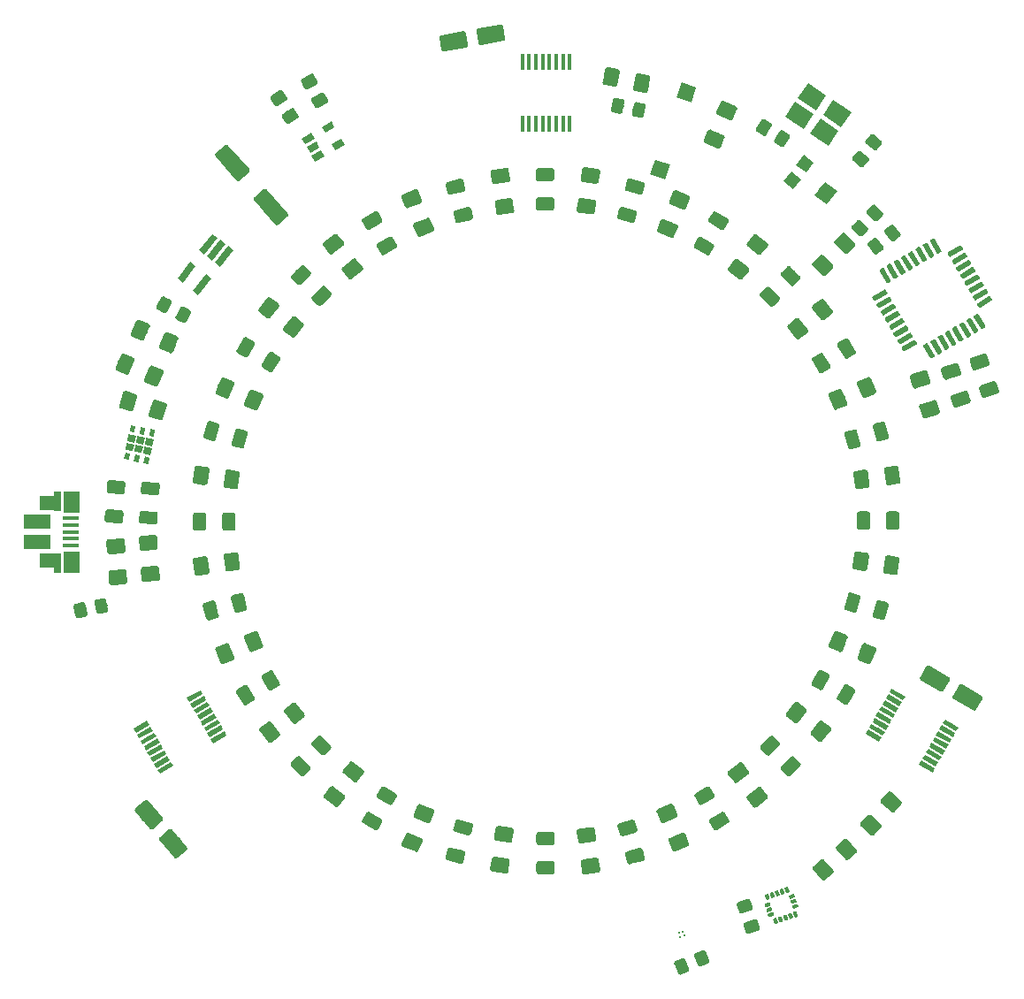
<source format=gbr>
G04 #@! TF.GenerationSoftware,KiCad,Pcbnew,(5.1.4)-1*
G04 #@! TF.CreationDate,2020-09-27T16:22:14-07:00*
G04 #@! TF.ProjectId,StarGazer,53746172-4761-47a6-9572-2e6b69636164,rev?*
G04 #@! TF.SameCoordinates,Original*
G04 #@! TF.FileFunction,Paste,Top*
G04 #@! TF.FilePolarity,Positive*
%FSLAX46Y46*%
G04 Gerber Fmt 4.6, Leading zero omitted, Abs format (unit mm)*
G04 Created by KiCad (PCBNEW (5.1.4)-1) date 2020-09-27 16:22:14*
%MOMM*%
%LPD*%
G04 APERTURE LIST*
%ADD10C,0.250000*%
%ADD11C,0.100000*%
%ADD12C,1.150000*%
%ADD13C,1.425000*%
%ADD14C,0.500000*%
%ADD15C,1.250000*%
%ADD16C,1.600000*%
%ADD17C,0.450000*%
%ADD18R,0.450000X1.500000*%
%ADD19C,0.350000*%
%ADD20C,1.725000*%
%ADD21C,0.650000*%
%ADD22C,0.660000*%
%ADD23C,1.500000*%
%ADD24C,1.200000*%
%ADD25R,2.500000X1.430000*%
%ADD26R,1.650000X0.400000*%
%ADD27R,1.500000X2.000000*%
%ADD28R,0.700000X1.825000*%
%ADD29R,2.000000X1.350000*%
G04 APERTURE END LIST*
D10*
X172861793Y-129770227D03*
X173240000Y-129640000D03*
X172731566Y-129392020D03*
X173109773Y-129261793D03*
D11*
G36*
X175032558Y-131021086D02*
G01*
X175056826Y-131024686D01*
X175080625Y-131030647D01*
X175103725Y-131038912D01*
X175125903Y-131049402D01*
X175146946Y-131062014D01*
X175166652Y-131076629D01*
X175184830Y-131093105D01*
X175201306Y-131111283D01*
X175215921Y-131130989D01*
X175228533Y-131152032D01*
X175239023Y-131174210D01*
X175583439Y-132005703D01*
X175591704Y-132028803D01*
X175597665Y-132052602D01*
X175601265Y-132076870D01*
X175602469Y-132101374D01*
X175601265Y-132125878D01*
X175597665Y-132150146D01*
X175591704Y-132173945D01*
X175583439Y-132197044D01*
X175572949Y-132219223D01*
X175560337Y-132240266D01*
X175545722Y-132259972D01*
X175529246Y-132278150D01*
X175511068Y-132294626D01*
X175491362Y-132309241D01*
X175470319Y-132321853D01*
X175448140Y-132332343D01*
X174847616Y-132581088D01*
X174824517Y-132589353D01*
X174800718Y-132595314D01*
X174776450Y-132598914D01*
X174751946Y-132600118D01*
X174727442Y-132598914D01*
X174703174Y-132595314D01*
X174679375Y-132589353D01*
X174656275Y-132581088D01*
X174634097Y-132570598D01*
X174613054Y-132557986D01*
X174593348Y-132543371D01*
X174575170Y-132526895D01*
X174558694Y-132508717D01*
X174544079Y-132489011D01*
X174531467Y-132467968D01*
X174520977Y-132445790D01*
X174176561Y-131614297D01*
X174168296Y-131591197D01*
X174162335Y-131567398D01*
X174158735Y-131543130D01*
X174157531Y-131518626D01*
X174158735Y-131494122D01*
X174162335Y-131469854D01*
X174168296Y-131446055D01*
X174176561Y-131422956D01*
X174187051Y-131400777D01*
X174199663Y-131379734D01*
X174214278Y-131360028D01*
X174230754Y-131341850D01*
X174248932Y-131325374D01*
X174268638Y-131310759D01*
X174289681Y-131298147D01*
X174311860Y-131287657D01*
X174912384Y-131038912D01*
X174935483Y-131030647D01*
X174959282Y-131024686D01*
X174983550Y-131021086D01*
X175008054Y-131019882D01*
X175032558Y-131021086D01*
X175032558Y-131021086D01*
G37*
D12*
X174880000Y-131810000D03*
D11*
G36*
X173138604Y-131805588D02*
G01*
X173162872Y-131809188D01*
X173186671Y-131815149D01*
X173209771Y-131823414D01*
X173231949Y-131833904D01*
X173252992Y-131846516D01*
X173272698Y-131861131D01*
X173290876Y-131877607D01*
X173307352Y-131895785D01*
X173321967Y-131915491D01*
X173334579Y-131936534D01*
X173345069Y-131958712D01*
X173689485Y-132790205D01*
X173697750Y-132813305D01*
X173703711Y-132837104D01*
X173707311Y-132861372D01*
X173708515Y-132885876D01*
X173707311Y-132910380D01*
X173703711Y-132934648D01*
X173697750Y-132958447D01*
X173689485Y-132981546D01*
X173678995Y-133003725D01*
X173666383Y-133024768D01*
X173651768Y-133044474D01*
X173635292Y-133062652D01*
X173617114Y-133079128D01*
X173597408Y-133093743D01*
X173576365Y-133106355D01*
X173554186Y-133116845D01*
X172953662Y-133365590D01*
X172930563Y-133373855D01*
X172906764Y-133379816D01*
X172882496Y-133383416D01*
X172857992Y-133384620D01*
X172833488Y-133383416D01*
X172809220Y-133379816D01*
X172785421Y-133373855D01*
X172762321Y-133365590D01*
X172740143Y-133355100D01*
X172719100Y-133342488D01*
X172699394Y-133327873D01*
X172681216Y-133311397D01*
X172664740Y-133293219D01*
X172650125Y-133273513D01*
X172637513Y-133252470D01*
X172627023Y-133230292D01*
X172282607Y-132398799D01*
X172274342Y-132375699D01*
X172268381Y-132351900D01*
X172264781Y-132327632D01*
X172263577Y-132303128D01*
X172264781Y-132278624D01*
X172268381Y-132254356D01*
X172274342Y-132230557D01*
X172282607Y-132207458D01*
X172293097Y-132185279D01*
X172305709Y-132164236D01*
X172320324Y-132144530D01*
X172336800Y-132126352D01*
X172354978Y-132109876D01*
X172374684Y-132095261D01*
X172395727Y-132082649D01*
X172417906Y-132072159D01*
X173018430Y-131823414D01*
X173041529Y-131815149D01*
X173065328Y-131809188D01*
X173089596Y-131805588D01*
X173114100Y-131804384D01*
X173138604Y-131805588D01*
X173138604Y-131805588D01*
G37*
D12*
X172986046Y-132594502D03*
D11*
G36*
X186397778Y-64434046D02*
G01*
X186422047Y-64437646D01*
X186445845Y-64443607D01*
X186468945Y-64451872D01*
X186491123Y-64462362D01*
X186512167Y-64474975D01*
X186531872Y-64489589D01*
X186550051Y-64506065D01*
X187433935Y-65389949D01*
X187450411Y-65408128D01*
X187465025Y-65427833D01*
X187477638Y-65448877D01*
X187488128Y-65471055D01*
X187496393Y-65494155D01*
X187502354Y-65517953D01*
X187505954Y-65542222D01*
X187507158Y-65566726D01*
X187505954Y-65591230D01*
X187502354Y-65615499D01*
X187496393Y-65639297D01*
X187488128Y-65662397D01*
X187477638Y-65684575D01*
X187465025Y-65705619D01*
X187450411Y-65725324D01*
X187433935Y-65743503D01*
X186779861Y-66397577D01*
X186761682Y-66414053D01*
X186741977Y-66428667D01*
X186720933Y-66441280D01*
X186698755Y-66451770D01*
X186675655Y-66460035D01*
X186651857Y-66465996D01*
X186627588Y-66469596D01*
X186603084Y-66470800D01*
X186578580Y-66469596D01*
X186554311Y-66465996D01*
X186530513Y-66460035D01*
X186507413Y-66451770D01*
X186485235Y-66441280D01*
X186464191Y-66428667D01*
X186444486Y-66414053D01*
X186426307Y-66397577D01*
X185542423Y-65513693D01*
X185525947Y-65495514D01*
X185511333Y-65475809D01*
X185498720Y-65454765D01*
X185488230Y-65432587D01*
X185479965Y-65409487D01*
X185474004Y-65385689D01*
X185470404Y-65361420D01*
X185469200Y-65336916D01*
X185470404Y-65312412D01*
X185474004Y-65288143D01*
X185479965Y-65264345D01*
X185488230Y-65241245D01*
X185498720Y-65219067D01*
X185511333Y-65198023D01*
X185525947Y-65178318D01*
X185542423Y-65160139D01*
X186196497Y-64506065D01*
X186214676Y-64489589D01*
X186234381Y-64474975D01*
X186255425Y-64462362D01*
X186277603Y-64451872D01*
X186300703Y-64443607D01*
X186324501Y-64437646D01*
X186348770Y-64434046D01*
X186373274Y-64432842D01*
X186397778Y-64434046D01*
X186397778Y-64434046D01*
G37*
D13*
X186488179Y-65451821D03*
D11*
G36*
X188501420Y-62330404D02*
G01*
X188525689Y-62334004D01*
X188549487Y-62339965D01*
X188572587Y-62348230D01*
X188594765Y-62358720D01*
X188615809Y-62371333D01*
X188635514Y-62385947D01*
X188653693Y-62402423D01*
X189537577Y-63286307D01*
X189554053Y-63304486D01*
X189568667Y-63324191D01*
X189581280Y-63345235D01*
X189591770Y-63367413D01*
X189600035Y-63390513D01*
X189605996Y-63414311D01*
X189609596Y-63438580D01*
X189610800Y-63463084D01*
X189609596Y-63487588D01*
X189605996Y-63511857D01*
X189600035Y-63535655D01*
X189591770Y-63558755D01*
X189581280Y-63580933D01*
X189568667Y-63601977D01*
X189554053Y-63621682D01*
X189537577Y-63639861D01*
X188883503Y-64293935D01*
X188865324Y-64310411D01*
X188845619Y-64325025D01*
X188824575Y-64337638D01*
X188802397Y-64348128D01*
X188779297Y-64356393D01*
X188755499Y-64362354D01*
X188731230Y-64365954D01*
X188706726Y-64367158D01*
X188682222Y-64365954D01*
X188657953Y-64362354D01*
X188634155Y-64356393D01*
X188611055Y-64348128D01*
X188588877Y-64337638D01*
X188567833Y-64325025D01*
X188548128Y-64310411D01*
X188529949Y-64293935D01*
X187646065Y-63410051D01*
X187629589Y-63391872D01*
X187614975Y-63372167D01*
X187602362Y-63351123D01*
X187591872Y-63328945D01*
X187583607Y-63305845D01*
X187577646Y-63282047D01*
X187574046Y-63257778D01*
X187572842Y-63233274D01*
X187574046Y-63208770D01*
X187577646Y-63184501D01*
X187583607Y-63160703D01*
X187591872Y-63137603D01*
X187602362Y-63115425D01*
X187614975Y-63094381D01*
X187629589Y-63074676D01*
X187646065Y-63056497D01*
X188300139Y-62402423D01*
X188318318Y-62385947D01*
X188338023Y-62371333D01*
X188359067Y-62358720D01*
X188381245Y-62348230D01*
X188404345Y-62339965D01*
X188428143Y-62334004D01*
X188452412Y-62330404D01*
X188476916Y-62329200D01*
X188501420Y-62330404D01*
X188501420Y-62330404D01*
G37*
D13*
X188591821Y-63348179D03*
D11*
G36*
X199665855Y-63557159D02*
G01*
X199678046Y-63558518D01*
X199690046Y-63561066D01*
X199701738Y-63564778D01*
X199713009Y-63569618D01*
X199723753Y-63575539D01*
X199733864Y-63582485D01*
X199743245Y-63590388D01*
X199751807Y-63599173D01*
X199759466Y-63608755D01*
X199766149Y-63619042D01*
X199891904Y-63835111D01*
X199897547Y-63846003D01*
X199902095Y-63857395D01*
X199905505Y-63869179D01*
X199907743Y-63881240D01*
X199908788Y-63893462D01*
X199908630Y-63905728D01*
X199907271Y-63917919D01*
X199904723Y-63929919D01*
X199901011Y-63941611D01*
X199896171Y-63952882D01*
X199890250Y-63963626D01*
X199883304Y-63973737D01*
X199875401Y-63983118D01*
X199866616Y-63991680D01*
X199857034Y-63999339D01*
X199846748Y-64006022D01*
X198766405Y-64634797D01*
X198755513Y-64640440D01*
X198744120Y-64644988D01*
X198732336Y-64648398D01*
X198720275Y-64650636D01*
X198708053Y-64651681D01*
X198695787Y-64651523D01*
X198683596Y-64650164D01*
X198671596Y-64647616D01*
X198659904Y-64643904D01*
X198648633Y-64639064D01*
X198637889Y-64633143D01*
X198627778Y-64626197D01*
X198618397Y-64618294D01*
X198609835Y-64609509D01*
X198602176Y-64599927D01*
X198595493Y-64589640D01*
X198469738Y-64373571D01*
X198464095Y-64362679D01*
X198459547Y-64351287D01*
X198456137Y-64339503D01*
X198453899Y-64327442D01*
X198452854Y-64315220D01*
X198453012Y-64302954D01*
X198454371Y-64290763D01*
X198456919Y-64278763D01*
X198460631Y-64267071D01*
X198465471Y-64255800D01*
X198471392Y-64245056D01*
X198478338Y-64234945D01*
X198486241Y-64225564D01*
X198495026Y-64217002D01*
X198504608Y-64209343D01*
X198514894Y-64202660D01*
X199595237Y-63573885D01*
X199606129Y-63568242D01*
X199617522Y-63563694D01*
X199629306Y-63560284D01*
X199641367Y-63558046D01*
X199653589Y-63557001D01*
X199665855Y-63557159D01*
X199665855Y-63557159D01*
G37*
D14*
X199180821Y-64104341D03*
D11*
G36*
X200068271Y-64248579D02*
G01*
X200080462Y-64249938D01*
X200092462Y-64252486D01*
X200104154Y-64256198D01*
X200115425Y-64261038D01*
X200126169Y-64266959D01*
X200136280Y-64273905D01*
X200145661Y-64281808D01*
X200154223Y-64290593D01*
X200161882Y-64300175D01*
X200168565Y-64310462D01*
X200294320Y-64526531D01*
X200299963Y-64537423D01*
X200304511Y-64548815D01*
X200307921Y-64560599D01*
X200310159Y-64572660D01*
X200311204Y-64584882D01*
X200311046Y-64597148D01*
X200309687Y-64609339D01*
X200307139Y-64621339D01*
X200303427Y-64633031D01*
X200298587Y-64644302D01*
X200292666Y-64655046D01*
X200285720Y-64665157D01*
X200277817Y-64674538D01*
X200269032Y-64683100D01*
X200259450Y-64690759D01*
X200249164Y-64697442D01*
X199168821Y-65326217D01*
X199157929Y-65331860D01*
X199146536Y-65336408D01*
X199134752Y-65339818D01*
X199122691Y-65342056D01*
X199110469Y-65343101D01*
X199098203Y-65342943D01*
X199086012Y-65341584D01*
X199074012Y-65339036D01*
X199062320Y-65335324D01*
X199051049Y-65330484D01*
X199040305Y-65324563D01*
X199030194Y-65317617D01*
X199020813Y-65309714D01*
X199012251Y-65300929D01*
X199004592Y-65291347D01*
X198997909Y-65281060D01*
X198872154Y-65064991D01*
X198866511Y-65054099D01*
X198861963Y-65042707D01*
X198858553Y-65030923D01*
X198856315Y-65018862D01*
X198855270Y-65006640D01*
X198855428Y-64994374D01*
X198856787Y-64982183D01*
X198859335Y-64970183D01*
X198863047Y-64958491D01*
X198867887Y-64947220D01*
X198873808Y-64936476D01*
X198880754Y-64926365D01*
X198888657Y-64916984D01*
X198897442Y-64908422D01*
X198907024Y-64900763D01*
X198917310Y-64894080D01*
X199997653Y-64265305D01*
X200008545Y-64259662D01*
X200019938Y-64255114D01*
X200031722Y-64251704D01*
X200043783Y-64249466D01*
X200056005Y-64248421D01*
X200068271Y-64248579D01*
X200068271Y-64248579D01*
G37*
D14*
X199583237Y-64795761D03*
D11*
G36*
X200470687Y-64939999D02*
G01*
X200482878Y-64941358D01*
X200494878Y-64943906D01*
X200506570Y-64947618D01*
X200517841Y-64952458D01*
X200528585Y-64958379D01*
X200538696Y-64965325D01*
X200548077Y-64973228D01*
X200556639Y-64982013D01*
X200564298Y-64991595D01*
X200570981Y-65001882D01*
X200696736Y-65217951D01*
X200702379Y-65228843D01*
X200706927Y-65240235D01*
X200710337Y-65252019D01*
X200712575Y-65264080D01*
X200713620Y-65276302D01*
X200713462Y-65288568D01*
X200712103Y-65300759D01*
X200709555Y-65312759D01*
X200705843Y-65324451D01*
X200701003Y-65335722D01*
X200695082Y-65346466D01*
X200688136Y-65356577D01*
X200680233Y-65365958D01*
X200671448Y-65374520D01*
X200661866Y-65382179D01*
X200651580Y-65388862D01*
X199571237Y-66017637D01*
X199560345Y-66023280D01*
X199548952Y-66027828D01*
X199537168Y-66031238D01*
X199525107Y-66033476D01*
X199512885Y-66034521D01*
X199500619Y-66034363D01*
X199488428Y-66033004D01*
X199476428Y-66030456D01*
X199464736Y-66026744D01*
X199453465Y-66021904D01*
X199442721Y-66015983D01*
X199432610Y-66009037D01*
X199423229Y-66001134D01*
X199414667Y-65992349D01*
X199407008Y-65982767D01*
X199400325Y-65972480D01*
X199274570Y-65756411D01*
X199268927Y-65745519D01*
X199264379Y-65734127D01*
X199260969Y-65722343D01*
X199258731Y-65710282D01*
X199257686Y-65698060D01*
X199257844Y-65685794D01*
X199259203Y-65673603D01*
X199261751Y-65661603D01*
X199265463Y-65649911D01*
X199270303Y-65638640D01*
X199276224Y-65627896D01*
X199283170Y-65617785D01*
X199291073Y-65608404D01*
X199299858Y-65599842D01*
X199309440Y-65592183D01*
X199319726Y-65585500D01*
X200400069Y-64956725D01*
X200410961Y-64951082D01*
X200422354Y-64946534D01*
X200434138Y-64943124D01*
X200446199Y-64940886D01*
X200458421Y-64939841D01*
X200470687Y-64939999D01*
X200470687Y-64939999D01*
G37*
D14*
X199985653Y-65487181D03*
D11*
G36*
X200873103Y-65631419D02*
G01*
X200885294Y-65632778D01*
X200897294Y-65635326D01*
X200908986Y-65639038D01*
X200920257Y-65643878D01*
X200931001Y-65649799D01*
X200941112Y-65656745D01*
X200950493Y-65664648D01*
X200959055Y-65673433D01*
X200966714Y-65683015D01*
X200973397Y-65693302D01*
X201099152Y-65909371D01*
X201104795Y-65920263D01*
X201109343Y-65931655D01*
X201112753Y-65943439D01*
X201114991Y-65955500D01*
X201116036Y-65967722D01*
X201115878Y-65979988D01*
X201114519Y-65992179D01*
X201111971Y-66004179D01*
X201108259Y-66015871D01*
X201103419Y-66027142D01*
X201097498Y-66037886D01*
X201090552Y-66047997D01*
X201082649Y-66057378D01*
X201073864Y-66065940D01*
X201064282Y-66073599D01*
X201053996Y-66080282D01*
X199973653Y-66709057D01*
X199962761Y-66714700D01*
X199951368Y-66719248D01*
X199939584Y-66722658D01*
X199927523Y-66724896D01*
X199915301Y-66725941D01*
X199903035Y-66725783D01*
X199890844Y-66724424D01*
X199878844Y-66721876D01*
X199867152Y-66718164D01*
X199855881Y-66713324D01*
X199845137Y-66707403D01*
X199835026Y-66700457D01*
X199825645Y-66692554D01*
X199817083Y-66683769D01*
X199809424Y-66674187D01*
X199802741Y-66663900D01*
X199676986Y-66447831D01*
X199671343Y-66436939D01*
X199666795Y-66425547D01*
X199663385Y-66413763D01*
X199661147Y-66401702D01*
X199660102Y-66389480D01*
X199660260Y-66377214D01*
X199661619Y-66365023D01*
X199664167Y-66353023D01*
X199667879Y-66341331D01*
X199672719Y-66330060D01*
X199678640Y-66319316D01*
X199685586Y-66309205D01*
X199693489Y-66299824D01*
X199702274Y-66291262D01*
X199711856Y-66283603D01*
X199722142Y-66276920D01*
X200802485Y-65648145D01*
X200813377Y-65642502D01*
X200824770Y-65637954D01*
X200836554Y-65634544D01*
X200848615Y-65632306D01*
X200860837Y-65631261D01*
X200873103Y-65631419D01*
X200873103Y-65631419D01*
G37*
D14*
X200388069Y-66178601D03*
D11*
G36*
X201275519Y-66322839D02*
G01*
X201287710Y-66324198D01*
X201299710Y-66326746D01*
X201311402Y-66330458D01*
X201322673Y-66335298D01*
X201333417Y-66341219D01*
X201343528Y-66348165D01*
X201352909Y-66356068D01*
X201361471Y-66364853D01*
X201369130Y-66374435D01*
X201375813Y-66384722D01*
X201501568Y-66600791D01*
X201507211Y-66611683D01*
X201511759Y-66623075D01*
X201515169Y-66634859D01*
X201517407Y-66646920D01*
X201518452Y-66659142D01*
X201518294Y-66671408D01*
X201516935Y-66683599D01*
X201514387Y-66695599D01*
X201510675Y-66707291D01*
X201505835Y-66718562D01*
X201499914Y-66729306D01*
X201492968Y-66739417D01*
X201485065Y-66748798D01*
X201476280Y-66757360D01*
X201466698Y-66765019D01*
X201456412Y-66771702D01*
X200376069Y-67400477D01*
X200365177Y-67406120D01*
X200353784Y-67410668D01*
X200342000Y-67414078D01*
X200329939Y-67416316D01*
X200317717Y-67417361D01*
X200305451Y-67417203D01*
X200293260Y-67415844D01*
X200281260Y-67413296D01*
X200269568Y-67409584D01*
X200258297Y-67404744D01*
X200247553Y-67398823D01*
X200237442Y-67391877D01*
X200228061Y-67383974D01*
X200219499Y-67375189D01*
X200211840Y-67365607D01*
X200205157Y-67355320D01*
X200079402Y-67139251D01*
X200073759Y-67128359D01*
X200069211Y-67116967D01*
X200065801Y-67105183D01*
X200063563Y-67093122D01*
X200062518Y-67080900D01*
X200062676Y-67068634D01*
X200064035Y-67056443D01*
X200066583Y-67044443D01*
X200070295Y-67032751D01*
X200075135Y-67021480D01*
X200081056Y-67010736D01*
X200088002Y-67000625D01*
X200095905Y-66991244D01*
X200104690Y-66982682D01*
X200114272Y-66975023D01*
X200124558Y-66968340D01*
X201204901Y-66339565D01*
X201215793Y-66333922D01*
X201227186Y-66329374D01*
X201238970Y-66325964D01*
X201251031Y-66323726D01*
X201263253Y-66322681D01*
X201275519Y-66322839D01*
X201275519Y-66322839D01*
G37*
D14*
X200790485Y-66870021D03*
D11*
G36*
X201677935Y-67014258D02*
G01*
X201690126Y-67015617D01*
X201702126Y-67018165D01*
X201713818Y-67021877D01*
X201725089Y-67026717D01*
X201735833Y-67032638D01*
X201745944Y-67039584D01*
X201755325Y-67047487D01*
X201763887Y-67056272D01*
X201771546Y-67065854D01*
X201778229Y-67076141D01*
X201903984Y-67292210D01*
X201909627Y-67303102D01*
X201914175Y-67314494D01*
X201917585Y-67326278D01*
X201919823Y-67338339D01*
X201920868Y-67350561D01*
X201920710Y-67362827D01*
X201919351Y-67375018D01*
X201916803Y-67387018D01*
X201913091Y-67398710D01*
X201908251Y-67409981D01*
X201902330Y-67420725D01*
X201895384Y-67430836D01*
X201887481Y-67440217D01*
X201878696Y-67448779D01*
X201869114Y-67456438D01*
X201858828Y-67463121D01*
X200778485Y-68091896D01*
X200767593Y-68097539D01*
X200756200Y-68102087D01*
X200744416Y-68105497D01*
X200732355Y-68107735D01*
X200720133Y-68108780D01*
X200707867Y-68108622D01*
X200695676Y-68107263D01*
X200683676Y-68104715D01*
X200671984Y-68101003D01*
X200660713Y-68096163D01*
X200649969Y-68090242D01*
X200639858Y-68083296D01*
X200630477Y-68075393D01*
X200621915Y-68066608D01*
X200614256Y-68057026D01*
X200607573Y-68046739D01*
X200481818Y-67830670D01*
X200476175Y-67819778D01*
X200471627Y-67808386D01*
X200468217Y-67796602D01*
X200465979Y-67784541D01*
X200464934Y-67772319D01*
X200465092Y-67760053D01*
X200466451Y-67747862D01*
X200468999Y-67735862D01*
X200472711Y-67724170D01*
X200477551Y-67712899D01*
X200483472Y-67702155D01*
X200490418Y-67692044D01*
X200498321Y-67682663D01*
X200507106Y-67674101D01*
X200516688Y-67666442D01*
X200526974Y-67659759D01*
X201607317Y-67030984D01*
X201618209Y-67025341D01*
X201629602Y-67020793D01*
X201641386Y-67017383D01*
X201653447Y-67015145D01*
X201665669Y-67014100D01*
X201677935Y-67014258D01*
X201677935Y-67014258D01*
G37*
D14*
X201192901Y-67561440D03*
D11*
G36*
X202080351Y-67705678D02*
G01*
X202092542Y-67707037D01*
X202104542Y-67709585D01*
X202116234Y-67713297D01*
X202127505Y-67718137D01*
X202138249Y-67724058D01*
X202148360Y-67731004D01*
X202157741Y-67738907D01*
X202166303Y-67747692D01*
X202173962Y-67757274D01*
X202180645Y-67767561D01*
X202306400Y-67983630D01*
X202312043Y-67994522D01*
X202316591Y-68005914D01*
X202320001Y-68017698D01*
X202322239Y-68029759D01*
X202323284Y-68041981D01*
X202323126Y-68054247D01*
X202321767Y-68066438D01*
X202319219Y-68078438D01*
X202315507Y-68090130D01*
X202310667Y-68101401D01*
X202304746Y-68112145D01*
X202297800Y-68122256D01*
X202289897Y-68131637D01*
X202281112Y-68140199D01*
X202271530Y-68147858D01*
X202261244Y-68154541D01*
X201180901Y-68783316D01*
X201170009Y-68788959D01*
X201158616Y-68793507D01*
X201146832Y-68796917D01*
X201134771Y-68799155D01*
X201122549Y-68800200D01*
X201110283Y-68800042D01*
X201098092Y-68798683D01*
X201086092Y-68796135D01*
X201074400Y-68792423D01*
X201063129Y-68787583D01*
X201052385Y-68781662D01*
X201042274Y-68774716D01*
X201032893Y-68766813D01*
X201024331Y-68758028D01*
X201016672Y-68748446D01*
X201009989Y-68738159D01*
X200884234Y-68522090D01*
X200878591Y-68511198D01*
X200874043Y-68499806D01*
X200870633Y-68488022D01*
X200868395Y-68475961D01*
X200867350Y-68463739D01*
X200867508Y-68451473D01*
X200868867Y-68439282D01*
X200871415Y-68427282D01*
X200875127Y-68415590D01*
X200879967Y-68404319D01*
X200885888Y-68393575D01*
X200892834Y-68383464D01*
X200900737Y-68374083D01*
X200909522Y-68365521D01*
X200919104Y-68357862D01*
X200929390Y-68351179D01*
X202009733Y-67722404D01*
X202020625Y-67716761D01*
X202032018Y-67712213D01*
X202043802Y-67708803D01*
X202055863Y-67706565D01*
X202068085Y-67705520D01*
X202080351Y-67705678D01*
X202080351Y-67705678D01*
G37*
D14*
X201595317Y-68252860D03*
D11*
G36*
X202482767Y-68397098D02*
G01*
X202494958Y-68398457D01*
X202506958Y-68401005D01*
X202518650Y-68404717D01*
X202529921Y-68409557D01*
X202540665Y-68415478D01*
X202550776Y-68422424D01*
X202560157Y-68430327D01*
X202568719Y-68439112D01*
X202576378Y-68448694D01*
X202583061Y-68458981D01*
X202708816Y-68675050D01*
X202714459Y-68685942D01*
X202719007Y-68697334D01*
X202722417Y-68709118D01*
X202724655Y-68721179D01*
X202725700Y-68733401D01*
X202725542Y-68745667D01*
X202724183Y-68757858D01*
X202721635Y-68769858D01*
X202717923Y-68781550D01*
X202713083Y-68792821D01*
X202707162Y-68803565D01*
X202700216Y-68813676D01*
X202692313Y-68823057D01*
X202683528Y-68831619D01*
X202673946Y-68839278D01*
X202663660Y-68845961D01*
X201583317Y-69474736D01*
X201572425Y-69480379D01*
X201561032Y-69484927D01*
X201549248Y-69488337D01*
X201537187Y-69490575D01*
X201524965Y-69491620D01*
X201512699Y-69491462D01*
X201500508Y-69490103D01*
X201488508Y-69487555D01*
X201476816Y-69483843D01*
X201465545Y-69479003D01*
X201454801Y-69473082D01*
X201444690Y-69466136D01*
X201435309Y-69458233D01*
X201426747Y-69449448D01*
X201419088Y-69439866D01*
X201412405Y-69429579D01*
X201286650Y-69213510D01*
X201281007Y-69202618D01*
X201276459Y-69191226D01*
X201273049Y-69179442D01*
X201270811Y-69167381D01*
X201269766Y-69155159D01*
X201269924Y-69142893D01*
X201271283Y-69130702D01*
X201273831Y-69118702D01*
X201277543Y-69107010D01*
X201282383Y-69095739D01*
X201288304Y-69084995D01*
X201295250Y-69074884D01*
X201303153Y-69065503D01*
X201311938Y-69056941D01*
X201321520Y-69049282D01*
X201331806Y-69042599D01*
X202412149Y-68413824D01*
X202423041Y-68408181D01*
X202434434Y-68403633D01*
X202446218Y-68400223D01*
X202458279Y-68397985D01*
X202470501Y-68396940D01*
X202482767Y-68397098D01*
X202482767Y-68397098D01*
G37*
D14*
X201997733Y-68944280D03*
D11*
G36*
X201302395Y-70096501D02*
G01*
X201314586Y-70097860D01*
X201326586Y-70100408D01*
X201338278Y-70104120D01*
X201349549Y-70108960D01*
X201360293Y-70114881D01*
X201370404Y-70121827D01*
X201379785Y-70129730D01*
X201388347Y-70138515D01*
X201396006Y-70148097D01*
X201402689Y-70158383D01*
X202031464Y-71238726D01*
X202037107Y-71249618D01*
X202041655Y-71261011D01*
X202045065Y-71272795D01*
X202047303Y-71284856D01*
X202048348Y-71297078D01*
X202048190Y-71309344D01*
X202046831Y-71321535D01*
X202044283Y-71333535D01*
X202040571Y-71345227D01*
X202035731Y-71356498D01*
X202029810Y-71367242D01*
X202022864Y-71377353D01*
X202014961Y-71386734D01*
X202006176Y-71395296D01*
X201996594Y-71402955D01*
X201986307Y-71409638D01*
X201770238Y-71535393D01*
X201759346Y-71541036D01*
X201747954Y-71545584D01*
X201736170Y-71548994D01*
X201724109Y-71551232D01*
X201711887Y-71552277D01*
X201699621Y-71552119D01*
X201687430Y-71550760D01*
X201675430Y-71548212D01*
X201663738Y-71544500D01*
X201652467Y-71539660D01*
X201641723Y-71533739D01*
X201631612Y-71526793D01*
X201622231Y-71518890D01*
X201613669Y-71510105D01*
X201606010Y-71500523D01*
X201599327Y-71490237D01*
X200970552Y-70409894D01*
X200964909Y-70399002D01*
X200960361Y-70387609D01*
X200956951Y-70375825D01*
X200954713Y-70363764D01*
X200953668Y-70351542D01*
X200953826Y-70339276D01*
X200955185Y-70327085D01*
X200957733Y-70315085D01*
X200961445Y-70303393D01*
X200966285Y-70292122D01*
X200972206Y-70281378D01*
X200979152Y-70271267D01*
X200987055Y-70261886D01*
X200995840Y-70253324D01*
X201005422Y-70245665D01*
X201015709Y-70238982D01*
X201231778Y-70113227D01*
X201242670Y-70107584D01*
X201254062Y-70103036D01*
X201265846Y-70099626D01*
X201277907Y-70097388D01*
X201290129Y-70096343D01*
X201302395Y-70096501D01*
X201302395Y-70096501D01*
G37*
D14*
X201501008Y-70824310D03*
D11*
G36*
X200610975Y-70498917D02*
G01*
X200623166Y-70500276D01*
X200635166Y-70502824D01*
X200646858Y-70506536D01*
X200658129Y-70511376D01*
X200668873Y-70517297D01*
X200678984Y-70524243D01*
X200688365Y-70532146D01*
X200696927Y-70540931D01*
X200704586Y-70550513D01*
X200711269Y-70560799D01*
X201340044Y-71641142D01*
X201345687Y-71652034D01*
X201350235Y-71663427D01*
X201353645Y-71675211D01*
X201355883Y-71687272D01*
X201356928Y-71699494D01*
X201356770Y-71711760D01*
X201355411Y-71723951D01*
X201352863Y-71735951D01*
X201349151Y-71747643D01*
X201344311Y-71758914D01*
X201338390Y-71769658D01*
X201331444Y-71779769D01*
X201323541Y-71789150D01*
X201314756Y-71797712D01*
X201305174Y-71805371D01*
X201294887Y-71812054D01*
X201078818Y-71937809D01*
X201067926Y-71943452D01*
X201056534Y-71948000D01*
X201044750Y-71951410D01*
X201032689Y-71953648D01*
X201020467Y-71954693D01*
X201008201Y-71954535D01*
X200996010Y-71953176D01*
X200984010Y-71950628D01*
X200972318Y-71946916D01*
X200961047Y-71942076D01*
X200950303Y-71936155D01*
X200940192Y-71929209D01*
X200930811Y-71921306D01*
X200922249Y-71912521D01*
X200914590Y-71902939D01*
X200907907Y-71892653D01*
X200279132Y-70812310D01*
X200273489Y-70801418D01*
X200268941Y-70790025D01*
X200265531Y-70778241D01*
X200263293Y-70766180D01*
X200262248Y-70753958D01*
X200262406Y-70741692D01*
X200263765Y-70729501D01*
X200266313Y-70717501D01*
X200270025Y-70705809D01*
X200274865Y-70694538D01*
X200280786Y-70683794D01*
X200287732Y-70673683D01*
X200295635Y-70664302D01*
X200304420Y-70655740D01*
X200314002Y-70648081D01*
X200324289Y-70641398D01*
X200540358Y-70515643D01*
X200551250Y-70510000D01*
X200562642Y-70505452D01*
X200574426Y-70502042D01*
X200586487Y-70499804D01*
X200598709Y-70498759D01*
X200610975Y-70498917D01*
X200610975Y-70498917D01*
G37*
D14*
X200809588Y-71226726D03*
D11*
G36*
X199919555Y-70901333D02*
G01*
X199931746Y-70902692D01*
X199943746Y-70905240D01*
X199955438Y-70908952D01*
X199966709Y-70913792D01*
X199977453Y-70919713D01*
X199987564Y-70926659D01*
X199996945Y-70934562D01*
X200005507Y-70943347D01*
X200013166Y-70952929D01*
X200019849Y-70963215D01*
X200648624Y-72043558D01*
X200654267Y-72054450D01*
X200658815Y-72065843D01*
X200662225Y-72077627D01*
X200664463Y-72089688D01*
X200665508Y-72101910D01*
X200665350Y-72114176D01*
X200663991Y-72126367D01*
X200661443Y-72138367D01*
X200657731Y-72150059D01*
X200652891Y-72161330D01*
X200646970Y-72172074D01*
X200640024Y-72182185D01*
X200632121Y-72191566D01*
X200623336Y-72200128D01*
X200613754Y-72207787D01*
X200603467Y-72214470D01*
X200387398Y-72340225D01*
X200376506Y-72345868D01*
X200365114Y-72350416D01*
X200353330Y-72353826D01*
X200341269Y-72356064D01*
X200329047Y-72357109D01*
X200316781Y-72356951D01*
X200304590Y-72355592D01*
X200292590Y-72353044D01*
X200280898Y-72349332D01*
X200269627Y-72344492D01*
X200258883Y-72338571D01*
X200248772Y-72331625D01*
X200239391Y-72323722D01*
X200230829Y-72314937D01*
X200223170Y-72305355D01*
X200216487Y-72295069D01*
X199587712Y-71214726D01*
X199582069Y-71203834D01*
X199577521Y-71192441D01*
X199574111Y-71180657D01*
X199571873Y-71168596D01*
X199570828Y-71156374D01*
X199570986Y-71144108D01*
X199572345Y-71131917D01*
X199574893Y-71119917D01*
X199578605Y-71108225D01*
X199583445Y-71096954D01*
X199589366Y-71086210D01*
X199596312Y-71076099D01*
X199604215Y-71066718D01*
X199613000Y-71058156D01*
X199622582Y-71050497D01*
X199632869Y-71043814D01*
X199848938Y-70918059D01*
X199859830Y-70912416D01*
X199871222Y-70907868D01*
X199883006Y-70904458D01*
X199895067Y-70902220D01*
X199907289Y-70901175D01*
X199919555Y-70901333D01*
X199919555Y-70901333D01*
G37*
D14*
X200118168Y-71629142D03*
D11*
G36*
X199228135Y-71303749D02*
G01*
X199240326Y-71305108D01*
X199252326Y-71307656D01*
X199264018Y-71311368D01*
X199275289Y-71316208D01*
X199286033Y-71322129D01*
X199296144Y-71329075D01*
X199305525Y-71336978D01*
X199314087Y-71345763D01*
X199321746Y-71355345D01*
X199328429Y-71365631D01*
X199957204Y-72445974D01*
X199962847Y-72456866D01*
X199967395Y-72468259D01*
X199970805Y-72480043D01*
X199973043Y-72492104D01*
X199974088Y-72504326D01*
X199973930Y-72516592D01*
X199972571Y-72528783D01*
X199970023Y-72540783D01*
X199966311Y-72552475D01*
X199961471Y-72563746D01*
X199955550Y-72574490D01*
X199948604Y-72584601D01*
X199940701Y-72593982D01*
X199931916Y-72602544D01*
X199922334Y-72610203D01*
X199912047Y-72616886D01*
X199695978Y-72742641D01*
X199685086Y-72748284D01*
X199673694Y-72752832D01*
X199661910Y-72756242D01*
X199649849Y-72758480D01*
X199637627Y-72759525D01*
X199625361Y-72759367D01*
X199613170Y-72758008D01*
X199601170Y-72755460D01*
X199589478Y-72751748D01*
X199578207Y-72746908D01*
X199567463Y-72740987D01*
X199557352Y-72734041D01*
X199547971Y-72726138D01*
X199539409Y-72717353D01*
X199531750Y-72707771D01*
X199525067Y-72697485D01*
X198896292Y-71617142D01*
X198890649Y-71606250D01*
X198886101Y-71594857D01*
X198882691Y-71583073D01*
X198880453Y-71571012D01*
X198879408Y-71558790D01*
X198879566Y-71546524D01*
X198880925Y-71534333D01*
X198883473Y-71522333D01*
X198887185Y-71510641D01*
X198892025Y-71499370D01*
X198897946Y-71488626D01*
X198904892Y-71478515D01*
X198912795Y-71469134D01*
X198921580Y-71460572D01*
X198931162Y-71452913D01*
X198941449Y-71446230D01*
X199157518Y-71320475D01*
X199168410Y-71314832D01*
X199179802Y-71310284D01*
X199191586Y-71306874D01*
X199203647Y-71304636D01*
X199215869Y-71303591D01*
X199228135Y-71303749D01*
X199228135Y-71303749D01*
G37*
D14*
X199426748Y-72031558D03*
D11*
G36*
X198536715Y-71706165D02*
G01*
X198548906Y-71707524D01*
X198560906Y-71710072D01*
X198572598Y-71713784D01*
X198583869Y-71718624D01*
X198594613Y-71724545D01*
X198604724Y-71731491D01*
X198614105Y-71739394D01*
X198622667Y-71748179D01*
X198630326Y-71757761D01*
X198637009Y-71768047D01*
X199265784Y-72848390D01*
X199271427Y-72859282D01*
X199275975Y-72870675D01*
X199279385Y-72882459D01*
X199281623Y-72894520D01*
X199282668Y-72906742D01*
X199282510Y-72919008D01*
X199281151Y-72931199D01*
X199278603Y-72943199D01*
X199274891Y-72954891D01*
X199270051Y-72966162D01*
X199264130Y-72976906D01*
X199257184Y-72987017D01*
X199249281Y-72996398D01*
X199240496Y-73004960D01*
X199230914Y-73012619D01*
X199220627Y-73019302D01*
X199004558Y-73145057D01*
X198993666Y-73150700D01*
X198982274Y-73155248D01*
X198970490Y-73158658D01*
X198958429Y-73160896D01*
X198946207Y-73161941D01*
X198933941Y-73161783D01*
X198921750Y-73160424D01*
X198909750Y-73157876D01*
X198898058Y-73154164D01*
X198886787Y-73149324D01*
X198876043Y-73143403D01*
X198865932Y-73136457D01*
X198856551Y-73128554D01*
X198847989Y-73119769D01*
X198840330Y-73110187D01*
X198833647Y-73099901D01*
X198204872Y-72019558D01*
X198199229Y-72008666D01*
X198194681Y-71997273D01*
X198191271Y-71985489D01*
X198189033Y-71973428D01*
X198187988Y-71961206D01*
X198188146Y-71948940D01*
X198189505Y-71936749D01*
X198192053Y-71924749D01*
X198195765Y-71913057D01*
X198200605Y-71901786D01*
X198206526Y-71891042D01*
X198213472Y-71880931D01*
X198221375Y-71871550D01*
X198230160Y-71862988D01*
X198239742Y-71855329D01*
X198250029Y-71848646D01*
X198466098Y-71722891D01*
X198476990Y-71717248D01*
X198488382Y-71712700D01*
X198500166Y-71709290D01*
X198512227Y-71707052D01*
X198524449Y-71706007D01*
X198536715Y-71706165D01*
X198536715Y-71706165D01*
G37*
D14*
X198735328Y-72433974D03*
D11*
G36*
X197845296Y-72108581D02*
G01*
X197857487Y-72109940D01*
X197869487Y-72112488D01*
X197881179Y-72116200D01*
X197892450Y-72121040D01*
X197903194Y-72126961D01*
X197913305Y-72133907D01*
X197922686Y-72141810D01*
X197931248Y-72150595D01*
X197938907Y-72160177D01*
X197945590Y-72170463D01*
X198574365Y-73250806D01*
X198580008Y-73261698D01*
X198584556Y-73273091D01*
X198587966Y-73284875D01*
X198590204Y-73296936D01*
X198591249Y-73309158D01*
X198591091Y-73321424D01*
X198589732Y-73333615D01*
X198587184Y-73345615D01*
X198583472Y-73357307D01*
X198578632Y-73368578D01*
X198572711Y-73379322D01*
X198565765Y-73389433D01*
X198557862Y-73398814D01*
X198549077Y-73407376D01*
X198539495Y-73415035D01*
X198529208Y-73421718D01*
X198313139Y-73547473D01*
X198302247Y-73553116D01*
X198290855Y-73557664D01*
X198279071Y-73561074D01*
X198267010Y-73563312D01*
X198254788Y-73564357D01*
X198242522Y-73564199D01*
X198230331Y-73562840D01*
X198218331Y-73560292D01*
X198206639Y-73556580D01*
X198195368Y-73551740D01*
X198184624Y-73545819D01*
X198174513Y-73538873D01*
X198165132Y-73530970D01*
X198156570Y-73522185D01*
X198148911Y-73512603D01*
X198142228Y-73502317D01*
X197513453Y-72421974D01*
X197507810Y-72411082D01*
X197503262Y-72399689D01*
X197499852Y-72387905D01*
X197497614Y-72375844D01*
X197496569Y-72363622D01*
X197496727Y-72351356D01*
X197498086Y-72339165D01*
X197500634Y-72327165D01*
X197504346Y-72315473D01*
X197509186Y-72304202D01*
X197515107Y-72293458D01*
X197522053Y-72283347D01*
X197529956Y-72273966D01*
X197538741Y-72265404D01*
X197548323Y-72257745D01*
X197558610Y-72251062D01*
X197774679Y-72125307D01*
X197785571Y-72119664D01*
X197796963Y-72115116D01*
X197808747Y-72111706D01*
X197820808Y-72109468D01*
X197833030Y-72108423D01*
X197845296Y-72108581D01*
X197845296Y-72108581D01*
G37*
D14*
X198043909Y-72836390D03*
D11*
G36*
X197153876Y-72510997D02*
G01*
X197166067Y-72512356D01*
X197178067Y-72514904D01*
X197189759Y-72518616D01*
X197201030Y-72523456D01*
X197211774Y-72529377D01*
X197221885Y-72536323D01*
X197231266Y-72544226D01*
X197239828Y-72553011D01*
X197247487Y-72562593D01*
X197254170Y-72572879D01*
X197882945Y-73653222D01*
X197888588Y-73664114D01*
X197893136Y-73675507D01*
X197896546Y-73687291D01*
X197898784Y-73699352D01*
X197899829Y-73711574D01*
X197899671Y-73723840D01*
X197898312Y-73736031D01*
X197895764Y-73748031D01*
X197892052Y-73759723D01*
X197887212Y-73770994D01*
X197881291Y-73781738D01*
X197874345Y-73791849D01*
X197866442Y-73801230D01*
X197857657Y-73809792D01*
X197848075Y-73817451D01*
X197837788Y-73824134D01*
X197621719Y-73949889D01*
X197610827Y-73955532D01*
X197599435Y-73960080D01*
X197587651Y-73963490D01*
X197575590Y-73965728D01*
X197563368Y-73966773D01*
X197551102Y-73966615D01*
X197538911Y-73965256D01*
X197526911Y-73962708D01*
X197515219Y-73958996D01*
X197503948Y-73954156D01*
X197493204Y-73948235D01*
X197483093Y-73941289D01*
X197473712Y-73933386D01*
X197465150Y-73924601D01*
X197457491Y-73915019D01*
X197450808Y-73904733D01*
X196822033Y-72824390D01*
X196816390Y-72813498D01*
X196811842Y-72802105D01*
X196808432Y-72790321D01*
X196806194Y-72778260D01*
X196805149Y-72766038D01*
X196805307Y-72753772D01*
X196806666Y-72741581D01*
X196809214Y-72729581D01*
X196812926Y-72717889D01*
X196817766Y-72706618D01*
X196823687Y-72695874D01*
X196830633Y-72685763D01*
X196838536Y-72676382D01*
X196847321Y-72667820D01*
X196856903Y-72660161D01*
X196867190Y-72653478D01*
X197083259Y-72527723D01*
X197094151Y-72522080D01*
X197105543Y-72517532D01*
X197117327Y-72514122D01*
X197129388Y-72511884D01*
X197141610Y-72510839D01*
X197153876Y-72510997D01*
X197153876Y-72510997D01*
G37*
D14*
X197352489Y-73238806D03*
D11*
G36*
X196462456Y-72913413D02*
G01*
X196474647Y-72914772D01*
X196486647Y-72917320D01*
X196498339Y-72921032D01*
X196509610Y-72925872D01*
X196520354Y-72931793D01*
X196530465Y-72938739D01*
X196539846Y-72946642D01*
X196548408Y-72955427D01*
X196556067Y-72965009D01*
X196562750Y-72975295D01*
X197191525Y-74055638D01*
X197197168Y-74066530D01*
X197201716Y-74077923D01*
X197205126Y-74089707D01*
X197207364Y-74101768D01*
X197208409Y-74113990D01*
X197208251Y-74126256D01*
X197206892Y-74138447D01*
X197204344Y-74150447D01*
X197200632Y-74162139D01*
X197195792Y-74173410D01*
X197189871Y-74184154D01*
X197182925Y-74194265D01*
X197175022Y-74203646D01*
X197166237Y-74212208D01*
X197156655Y-74219867D01*
X197146368Y-74226550D01*
X196930299Y-74352305D01*
X196919407Y-74357948D01*
X196908015Y-74362496D01*
X196896231Y-74365906D01*
X196884170Y-74368144D01*
X196871948Y-74369189D01*
X196859682Y-74369031D01*
X196847491Y-74367672D01*
X196835491Y-74365124D01*
X196823799Y-74361412D01*
X196812528Y-74356572D01*
X196801784Y-74350651D01*
X196791673Y-74343705D01*
X196782292Y-74335802D01*
X196773730Y-74327017D01*
X196766071Y-74317435D01*
X196759388Y-74307149D01*
X196130613Y-73226806D01*
X196124970Y-73215914D01*
X196120422Y-73204521D01*
X196117012Y-73192737D01*
X196114774Y-73180676D01*
X196113729Y-73168454D01*
X196113887Y-73156188D01*
X196115246Y-73143997D01*
X196117794Y-73131997D01*
X196121506Y-73120305D01*
X196126346Y-73109034D01*
X196132267Y-73098290D01*
X196139213Y-73088179D01*
X196147116Y-73078798D01*
X196155901Y-73070236D01*
X196165483Y-73062577D01*
X196175770Y-73055894D01*
X196391839Y-72930139D01*
X196402731Y-72924496D01*
X196414123Y-72919948D01*
X196425907Y-72916538D01*
X196437968Y-72914300D01*
X196450190Y-72913255D01*
X196462456Y-72913413D01*
X196462456Y-72913413D01*
G37*
D14*
X196661069Y-73641222D03*
D11*
G36*
X195266073Y-72597315D02*
G01*
X195278264Y-72598674D01*
X195290264Y-72601222D01*
X195301956Y-72604934D01*
X195313227Y-72609774D01*
X195323971Y-72615695D01*
X195334082Y-72622641D01*
X195343463Y-72630544D01*
X195352025Y-72639329D01*
X195359684Y-72648911D01*
X195366367Y-72659198D01*
X195492122Y-72875267D01*
X195497765Y-72886159D01*
X195502313Y-72897551D01*
X195505723Y-72909335D01*
X195507961Y-72921396D01*
X195509006Y-72933618D01*
X195508848Y-72945884D01*
X195507489Y-72958075D01*
X195504941Y-72970075D01*
X195501229Y-72981767D01*
X195496389Y-72993038D01*
X195490468Y-73003782D01*
X195483522Y-73013893D01*
X195475619Y-73023274D01*
X195466834Y-73031836D01*
X195457252Y-73039495D01*
X195446966Y-73046178D01*
X194366623Y-73674953D01*
X194355731Y-73680596D01*
X194344338Y-73685144D01*
X194332554Y-73688554D01*
X194320493Y-73690792D01*
X194308271Y-73691837D01*
X194296005Y-73691679D01*
X194283814Y-73690320D01*
X194271814Y-73687772D01*
X194260122Y-73684060D01*
X194248851Y-73679220D01*
X194238107Y-73673299D01*
X194227996Y-73666353D01*
X194218615Y-73658450D01*
X194210053Y-73649665D01*
X194202394Y-73640083D01*
X194195711Y-73629796D01*
X194069956Y-73413727D01*
X194064313Y-73402835D01*
X194059765Y-73391443D01*
X194056355Y-73379659D01*
X194054117Y-73367598D01*
X194053072Y-73355376D01*
X194053230Y-73343110D01*
X194054589Y-73330919D01*
X194057137Y-73318919D01*
X194060849Y-73307227D01*
X194065689Y-73295956D01*
X194071610Y-73285212D01*
X194078556Y-73275101D01*
X194086459Y-73265720D01*
X194095244Y-73257158D01*
X194104826Y-73249499D01*
X194115112Y-73242816D01*
X195195455Y-72614041D01*
X195206347Y-72608398D01*
X195217740Y-72603850D01*
X195229524Y-72600440D01*
X195241585Y-72598202D01*
X195253807Y-72597157D01*
X195266073Y-72597315D01*
X195266073Y-72597315D01*
G37*
D14*
X194781039Y-73144497D03*
D11*
G36*
X194863657Y-71905895D02*
G01*
X194875848Y-71907254D01*
X194887848Y-71909802D01*
X194899540Y-71913514D01*
X194910811Y-71918354D01*
X194921555Y-71924275D01*
X194931666Y-71931221D01*
X194941047Y-71939124D01*
X194949609Y-71947909D01*
X194957268Y-71957491D01*
X194963951Y-71967778D01*
X195089706Y-72183847D01*
X195095349Y-72194739D01*
X195099897Y-72206131D01*
X195103307Y-72217915D01*
X195105545Y-72229976D01*
X195106590Y-72242198D01*
X195106432Y-72254464D01*
X195105073Y-72266655D01*
X195102525Y-72278655D01*
X195098813Y-72290347D01*
X195093973Y-72301618D01*
X195088052Y-72312362D01*
X195081106Y-72322473D01*
X195073203Y-72331854D01*
X195064418Y-72340416D01*
X195054836Y-72348075D01*
X195044550Y-72354758D01*
X193964207Y-72983533D01*
X193953315Y-72989176D01*
X193941922Y-72993724D01*
X193930138Y-72997134D01*
X193918077Y-72999372D01*
X193905855Y-73000417D01*
X193893589Y-73000259D01*
X193881398Y-72998900D01*
X193869398Y-72996352D01*
X193857706Y-72992640D01*
X193846435Y-72987800D01*
X193835691Y-72981879D01*
X193825580Y-72974933D01*
X193816199Y-72967030D01*
X193807637Y-72958245D01*
X193799978Y-72948663D01*
X193793295Y-72938376D01*
X193667540Y-72722307D01*
X193661897Y-72711415D01*
X193657349Y-72700023D01*
X193653939Y-72688239D01*
X193651701Y-72676178D01*
X193650656Y-72663956D01*
X193650814Y-72651690D01*
X193652173Y-72639499D01*
X193654721Y-72627499D01*
X193658433Y-72615807D01*
X193663273Y-72604536D01*
X193669194Y-72593792D01*
X193676140Y-72583681D01*
X193684043Y-72574300D01*
X193692828Y-72565738D01*
X193702410Y-72558079D01*
X193712696Y-72551396D01*
X194793039Y-71922621D01*
X194803931Y-71916978D01*
X194815324Y-71912430D01*
X194827108Y-71909020D01*
X194839169Y-71906782D01*
X194851391Y-71905737D01*
X194863657Y-71905895D01*
X194863657Y-71905895D01*
G37*
D14*
X194378623Y-72453077D03*
D11*
G36*
X194461241Y-71214475D02*
G01*
X194473432Y-71215834D01*
X194485432Y-71218382D01*
X194497124Y-71222094D01*
X194508395Y-71226934D01*
X194519139Y-71232855D01*
X194529250Y-71239801D01*
X194538631Y-71247704D01*
X194547193Y-71256489D01*
X194554852Y-71266071D01*
X194561535Y-71276358D01*
X194687290Y-71492427D01*
X194692933Y-71503319D01*
X194697481Y-71514711D01*
X194700891Y-71526495D01*
X194703129Y-71538556D01*
X194704174Y-71550778D01*
X194704016Y-71563044D01*
X194702657Y-71575235D01*
X194700109Y-71587235D01*
X194696397Y-71598927D01*
X194691557Y-71610198D01*
X194685636Y-71620942D01*
X194678690Y-71631053D01*
X194670787Y-71640434D01*
X194662002Y-71648996D01*
X194652420Y-71656655D01*
X194642134Y-71663338D01*
X193561791Y-72292113D01*
X193550899Y-72297756D01*
X193539506Y-72302304D01*
X193527722Y-72305714D01*
X193515661Y-72307952D01*
X193503439Y-72308997D01*
X193491173Y-72308839D01*
X193478982Y-72307480D01*
X193466982Y-72304932D01*
X193455290Y-72301220D01*
X193444019Y-72296380D01*
X193433275Y-72290459D01*
X193423164Y-72283513D01*
X193413783Y-72275610D01*
X193405221Y-72266825D01*
X193397562Y-72257243D01*
X193390879Y-72246956D01*
X193265124Y-72030887D01*
X193259481Y-72019995D01*
X193254933Y-72008603D01*
X193251523Y-71996819D01*
X193249285Y-71984758D01*
X193248240Y-71972536D01*
X193248398Y-71960270D01*
X193249757Y-71948079D01*
X193252305Y-71936079D01*
X193256017Y-71924387D01*
X193260857Y-71913116D01*
X193266778Y-71902372D01*
X193273724Y-71892261D01*
X193281627Y-71882880D01*
X193290412Y-71874318D01*
X193299994Y-71866659D01*
X193310280Y-71859976D01*
X194390623Y-71231201D01*
X194401515Y-71225558D01*
X194412908Y-71221010D01*
X194424692Y-71217600D01*
X194436753Y-71215362D01*
X194448975Y-71214317D01*
X194461241Y-71214475D01*
X194461241Y-71214475D01*
G37*
D14*
X193976207Y-71761657D03*
D11*
G36*
X194058825Y-70523055D02*
G01*
X194071016Y-70524414D01*
X194083016Y-70526962D01*
X194094708Y-70530674D01*
X194105979Y-70535514D01*
X194116723Y-70541435D01*
X194126834Y-70548381D01*
X194136215Y-70556284D01*
X194144777Y-70565069D01*
X194152436Y-70574651D01*
X194159119Y-70584938D01*
X194284874Y-70801007D01*
X194290517Y-70811899D01*
X194295065Y-70823291D01*
X194298475Y-70835075D01*
X194300713Y-70847136D01*
X194301758Y-70859358D01*
X194301600Y-70871624D01*
X194300241Y-70883815D01*
X194297693Y-70895815D01*
X194293981Y-70907507D01*
X194289141Y-70918778D01*
X194283220Y-70929522D01*
X194276274Y-70939633D01*
X194268371Y-70949014D01*
X194259586Y-70957576D01*
X194250004Y-70965235D01*
X194239718Y-70971918D01*
X193159375Y-71600693D01*
X193148483Y-71606336D01*
X193137090Y-71610884D01*
X193125306Y-71614294D01*
X193113245Y-71616532D01*
X193101023Y-71617577D01*
X193088757Y-71617419D01*
X193076566Y-71616060D01*
X193064566Y-71613512D01*
X193052874Y-71609800D01*
X193041603Y-71604960D01*
X193030859Y-71599039D01*
X193020748Y-71592093D01*
X193011367Y-71584190D01*
X193002805Y-71575405D01*
X192995146Y-71565823D01*
X192988463Y-71555536D01*
X192862708Y-71339467D01*
X192857065Y-71328575D01*
X192852517Y-71317183D01*
X192849107Y-71305399D01*
X192846869Y-71293338D01*
X192845824Y-71281116D01*
X192845982Y-71268850D01*
X192847341Y-71256659D01*
X192849889Y-71244659D01*
X192853601Y-71232967D01*
X192858441Y-71221696D01*
X192864362Y-71210952D01*
X192871308Y-71200841D01*
X192879211Y-71191460D01*
X192887996Y-71182898D01*
X192897578Y-71175239D01*
X192907864Y-71168556D01*
X193988207Y-70539781D01*
X193999099Y-70534138D01*
X194010492Y-70529590D01*
X194022276Y-70526180D01*
X194034337Y-70523942D01*
X194046559Y-70522897D01*
X194058825Y-70523055D01*
X194058825Y-70523055D01*
G37*
D14*
X193573791Y-71070237D03*
D11*
G36*
X193656409Y-69831635D02*
G01*
X193668600Y-69832994D01*
X193680600Y-69835542D01*
X193692292Y-69839254D01*
X193703563Y-69844094D01*
X193714307Y-69850015D01*
X193724418Y-69856961D01*
X193733799Y-69864864D01*
X193742361Y-69873649D01*
X193750020Y-69883231D01*
X193756703Y-69893518D01*
X193882458Y-70109587D01*
X193888101Y-70120479D01*
X193892649Y-70131871D01*
X193896059Y-70143655D01*
X193898297Y-70155716D01*
X193899342Y-70167938D01*
X193899184Y-70180204D01*
X193897825Y-70192395D01*
X193895277Y-70204395D01*
X193891565Y-70216087D01*
X193886725Y-70227358D01*
X193880804Y-70238102D01*
X193873858Y-70248213D01*
X193865955Y-70257594D01*
X193857170Y-70266156D01*
X193847588Y-70273815D01*
X193837302Y-70280498D01*
X192756959Y-70909273D01*
X192746067Y-70914916D01*
X192734674Y-70919464D01*
X192722890Y-70922874D01*
X192710829Y-70925112D01*
X192698607Y-70926157D01*
X192686341Y-70925999D01*
X192674150Y-70924640D01*
X192662150Y-70922092D01*
X192650458Y-70918380D01*
X192639187Y-70913540D01*
X192628443Y-70907619D01*
X192618332Y-70900673D01*
X192608951Y-70892770D01*
X192600389Y-70883985D01*
X192592730Y-70874403D01*
X192586047Y-70864116D01*
X192460292Y-70648047D01*
X192454649Y-70637155D01*
X192450101Y-70625763D01*
X192446691Y-70613979D01*
X192444453Y-70601918D01*
X192443408Y-70589696D01*
X192443566Y-70577430D01*
X192444925Y-70565239D01*
X192447473Y-70553239D01*
X192451185Y-70541547D01*
X192456025Y-70530276D01*
X192461946Y-70519532D01*
X192468892Y-70509421D01*
X192476795Y-70500040D01*
X192485580Y-70491478D01*
X192495162Y-70483819D01*
X192505448Y-70477136D01*
X193585791Y-69848361D01*
X193596683Y-69842718D01*
X193608076Y-69838170D01*
X193619860Y-69834760D01*
X193631921Y-69832522D01*
X193644143Y-69831477D01*
X193656409Y-69831635D01*
X193656409Y-69831635D01*
G37*
D14*
X193171375Y-70378817D03*
D11*
G36*
X193253993Y-69140216D02*
G01*
X193266184Y-69141575D01*
X193278184Y-69144123D01*
X193289876Y-69147835D01*
X193301147Y-69152675D01*
X193311891Y-69158596D01*
X193322002Y-69165542D01*
X193331383Y-69173445D01*
X193339945Y-69182230D01*
X193347604Y-69191812D01*
X193354287Y-69202099D01*
X193480042Y-69418168D01*
X193485685Y-69429060D01*
X193490233Y-69440452D01*
X193493643Y-69452236D01*
X193495881Y-69464297D01*
X193496926Y-69476519D01*
X193496768Y-69488785D01*
X193495409Y-69500976D01*
X193492861Y-69512976D01*
X193489149Y-69524668D01*
X193484309Y-69535939D01*
X193478388Y-69546683D01*
X193471442Y-69556794D01*
X193463539Y-69566175D01*
X193454754Y-69574737D01*
X193445172Y-69582396D01*
X193434886Y-69589079D01*
X192354543Y-70217854D01*
X192343651Y-70223497D01*
X192332258Y-70228045D01*
X192320474Y-70231455D01*
X192308413Y-70233693D01*
X192296191Y-70234738D01*
X192283925Y-70234580D01*
X192271734Y-70233221D01*
X192259734Y-70230673D01*
X192248042Y-70226961D01*
X192236771Y-70222121D01*
X192226027Y-70216200D01*
X192215916Y-70209254D01*
X192206535Y-70201351D01*
X192197973Y-70192566D01*
X192190314Y-70182984D01*
X192183631Y-70172697D01*
X192057876Y-69956628D01*
X192052233Y-69945736D01*
X192047685Y-69934344D01*
X192044275Y-69922560D01*
X192042037Y-69910499D01*
X192040992Y-69898277D01*
X192041150Y-69886011D01*
X192042509Y-69873820D01*
X192045057Y-69861820D01*
X192048769Y-69850128D01*
X192053609Y-69838857D01*
X192059530Y-69828113D01*
X192066476Y-69818002D01*
X192074379Y-69808621D01*
X192083164Y-69800059D01*
X192092746Y-69792400D01*
X192103032Y-69785717D01*
X193183375Y-69156942D01*
X193194267Y-69151299D01*
X193205660Y-69146751D01*
X193217444Y-69143341D01*
X193229505Y-69141103D01*
X193241727Y-69140058D01*
X193253993Y-69140216D01*
X193253993Y-69140216D01*
G37*
D14*
X192768959Y-69687398D03*
D11*
G36*
X192851577Y-68448796D02*
G01*
X192863768Y-68450155D01*
X192875768Y-68452703D01*
X192887460Y-68456415D01*
X192898731Y-68461255D01*
X192909475Y-68467176D01*
X192919586Y-68474122D01*
X192928967Y-68482025D01*
X192937529Y-68490810D01*
X192945188Y-68500392D01*
X192951871Y-68510679D01*
X193077626Y-68726748D01*
X193083269Y-68737640D01*
X193087817Y-68749032D01*
X193091227Y-68760816D01*
X193093465Y-68772877D01*
X193094510Y-68785099D01*
X193094352Y-68797365D01*
X193092993Y-68809556D01*
X193090445Y-68821556D01*
X193086733Y-68833248D01*
X193081893Y-68844519D01*
X193075972Y-68855263D01*
X193069026Y-68865374D01*
X193061123Y-68874755D01*
X193052338Y-68883317D01*
X193042756Y-68890976D01*
X193032470Y-68897659D01*
X191952127Y-69526434D01*
X191941235Y-69532077D01*
X191929842Y-69536625D01*
X191918058Y-69540035D01*
X191905997Y-69542273D01*
X191893775Y-69543318D01*
X191881509Y-69543160D01*
X191869318Y-69541801D01*
X191857318Y-69539253D01*
X191845626Y-69535541D01*
X191834355Y-69530701D01*
X191823611Y-69524780D01*
X191813500Y-69517834D01*
X191804119Y-69509931D01*
X191795557Y-69501146D01*
X191787898Y-69491564D01*
X191781215Y-69481277D01*
X191655460Y-69265208D01*
X191649817Y-69254316D01*
X191645269Y-69242924D01*
X191641859Y-69231140D01*
X191639621Y-69219079D01*
X191638576Y-69206857D01*
X191638734Y-69194591D01*
X191640093Y-69182400D01*
X191642641Y-69170400D01*
X191646353Y-69158708D01*
X191651193Y-69147437D01*
X191657114Y-69136693D01*
X191664060Y-69126582D01*
X191671963Y-69117201D01*
X191680748Y-69108639D01*
X191690330Y-69100980D01*
X191700616Y-69094297D01*
X192780959Y-68465522D01*
X192791851Y-68459879D01*
X192803244Y-68455331D01*
X192815028Y-68451921D01*
X192827089Y-68449683D01*
X192839311Y-68448638D01*
X192851577Y-68448796D01*
X192851577Y-68448796D01*
G37*
D14*
X192366543Y-68995978D03*
D11*
G36*
X192449161Y-67757376D02*
G01*
X192461352Y-67758735D01*
X192473352Y-67761283D01*
X192485044Y-67764995D01*
X192496315Y-67769835D01*
X192507059Y-67775756D01*
X192517170Y-67782702D01*
X192526551Y-67790605D01*
X192535113Y-67799390D01*
X192542772Y-67808972D01*
X192549455Y-67819259D01*
X192675210Y-68035328D01*
X192680853Y-68046220D01*
X192685401Y-68057612D01*
X192688811Y-68069396D01*
X192691049Y-68081457D01*
X192692094Y-68093679D01*
X192691936Y-68105945D01*
X192690577Y-68118136D01*
X192688029Y-68130136D01*
X192684317Y-68141828D01*
X192679477Y-68153099D01*
X192673556Y-68163843D01*
X192666610Y-68173954D01*
X192658707Y-68183335D01*
X192649922Y-68191897D01*
X192640340Y-68199556D01*
X192630054Y-68206239D01*
X191549711Y-68835014D01*
X191538819Y-68840657D01*
X191527426Y-68845205D01*
X191515642Y-68848615D01*
X191503581Y-68850853D01*
X191491359Y-68851898D01*
X191479093Y-68851740D01*
X191466902Y-68850381D01*
X191454902Y-68847833D01*
X191443210Y-68844121D01*
X191431939Y-68839281D01*
X191421195Y-68833360D01*
X191411084Y-68826414D01*
X191401703Y-68818511D01*
X191393141Y-68809726D01*
X191385482Y-68800144D01*
X191378799Y-68789857D01*
X191253044Y-68573788D01*
X191247401Y-68562896D01*
X191242853Y-68551504D01*
X191239443Y-68539720D01*
X191237205Y-68527659D01*
X191236160Y-68515437D01*
X191236318Y-68503171D01*
X191237677Y-68490980D01*
X191240225Y-68478980D01*
X191243937Y-68467288D01*
X191248777Y-68456017D01*
X191254698Y-68445273D01*
X191261644Y-68435162D01*
X191269547Y-68425781D01*
X191278332Y-68417219D01*
X191287914Y-68409560D01*
X191298200Y-68402877D01*
X192378543Y-67774102D01*
X192389435Y-67768459D01*
X192400828Y-67763911D01*
X192412612Y-67760501D01*
X192424673Y-67758263D01*
X192436895Y-67757218D01*
X192449161Y-67757376D01*
X192449161Y-67757376D01*
G37*
D14*
X191964127Y-68304558D03*
D11*
G36*
X192262239Y-65696719D02*
G01*
X192274430Y-65698078D01*
X192286430Y-65700626D01*
X192298122Y-65704338D01*
X192309393Y-65709178D01*
X192320137Y-65715099D01*
X192330248Y-65722045D01*
X192339629Y-65729948D01*
X192348191Y-65738733D01*
X192355850Y-65748315D01*
X192362533Y-65758601D01*
X192991308Y-66838944D01*
X192996951Y-66849836D01*
X193001499Y-66861229D01*
X193004909Y-66873013D01*
X193007147Y-66885074D01*
X193008192Y-66897296D01*
X193008034Y-66909562D01*
X193006675Y-66921753D01*
X193004127Y-66933753D01*
X193000415Y-66945445D01*
X192995575Y-66956716D01*
X192989654Y-66967460D01*
X192982708Y-66977571D01*
X192974805Y-66986952D01*
X192966020Y-66995514D01*
X192956438Y-67003173D01*
X192946151Y-67009856D01*
X192730082Y-67135611D01*
X192719190Y-67141254D01*
X192707798Y-67145802D01*
X192696014Y-67149212D01*
X192683953Y-67151450D01*
X192671731Y-67152495D01*
X192659465Y-67152337D01*
X192647274Y-67150978D01*
X192635274Y-67148430D01*
X192623582Y-67144718D01*
X192612311Y-67139878D01*
X192601567Y-67133957D01*
X192591456Y-67127011D01*
X192582075Y-67119108D01*
X192573513Y-67110323D01*
X192565854Y-67100741D01*
X192559171Y-67090455D01*
X191930396Y-66010112D01*
X191924753Y-65999220D01*
X191920205Y-65987827D01*
X191916795Y-65976043D01*
X191914557Y-65963982D01*
X191913512Y-65951760D01*
X191913670Y-65939494D01*
X191915029Y-65927303D01*
X191917577Y-65915303D01*
X191921289Y-65903611D01*
X191926129Y-65892340D01*
X191932050Y-65881596D01*
X191938996Y-65871485D01*
X191946899Y-65862104D01*
X191955684Y-65853542D01*
X191965266Y-65845883D01*
X191975553Y-65839200D01*
X192191622Y-65713445D01*
X192202514Y-65707802D01*
X192213906Y-65703254D01*
X192225690Y-65699844D01*
X192237751Y-65697606D01*
X192249973Y-65696561D01*
X192262239Y-65696719D01*
X192262239Y-65696719D01*
G37*
D14*
X192460852Y-66424528D03*
D11*
G36*
X192953659Y-65294303D02*
G01*
X192965850Y-65295662D01*
X192977850Y-65298210D01*
X192989542Y-65301922D01*
X193000813Y-65306762D01*
X193011557Y-65312683D01*
X193021668Y-65319629D01*
X193031049Y-65327532D01*
X193039611Y-65336317D01*
X193047270Y-65345899D01*
X193053953Y-65356185D01*
X193682728Y-66436528D01*
X193688371Y-66447420D01*
X193692919Y-66458813D01*
X193696329Y-66470597D01*
X193698567Y-66482658D01*
X193699612Y-66494880D01*
X193699454Y-66507146D01*
X193698095Y-66519337D01*
X193695547Y-66531337D01*
X193691835Y-66543029D01*
X193686995Y-66554300D01*
X193681074Y-66565044D01*
X193674128Y-66575155D01*
X193666225Y-66584536D01*
X193657440Y-66593098D01*
X193647858Y-66600757D01*
X193637571Y-66607440D01*
X193421502Y-66733195D01*
X193410610Y-66738838D01*
X193399218Y-66743386D01*
X193387434Y-66746796D01*
X193375373Y-66749034D01*
X193363151Y-66750079D01*
X193350885Y-66749921D01*
X193338694Y-66748562D01*
X193326694Y-66746014D01*
X193315002Y-66742302D01*
X193303731Y-66737462D01*
X193292987Y-66731541D01*
X193282876Y-66724595D01*
X193273495Y-66716692D01*
X193264933Y-66707907D01*
X193257274Y-66698325D01*
X193250591Y-66688039D01*
X192621816Y-65607696D01*
X192616173Y-65596804D01*
X192611625Y-65585411D01*
X192608215Y-65573627D01*
X192605977Y-65561566D01*
X192604932Y-65549344D01*
X192605090Y-65537078D01*
X192606449Y-65524887D01*
X192608997Y-65512887D01*
X192612709Y-65501195D01*
X192617549Y-65489924D01*
X192623470Y-65479180D01*
X192630416Y-65469069D01*
X192638319Y-65459688D01*
X192647104Y-65451126D01*
X192656686Y-65443467D01*
X192666973Y-65436784D01*
X192883042Y-65311029D01*
X192893934Y-65305386D01*
X192905326Y-65300838D01*
X192917110Y-65297428D01*
X192929171Y-65295190D01*
X192941393Y-65294145D01*
X192953659Y-65294303D01*
X192953659Y-65294303D01*
G37*
D14*
X193152272Y-66022112D03*
D11*
G36*
X193645079Y-64891887D02*
G01*
X193657270Y-64893246D01*
X193669270Y-64895794D01*
X193680962Y-64899506D01*
X193692233Y-64904346D01*
X193702977Y-64910267D01*
X193713088Y-64917213D01*
X193722469Y-64925116D01*
X193731031Y-64933901D01*
X193738690Y-64943483D01*
X193745373Y-64953769D01*
X194374148Y-66034112D01*
X194379791Y-66045004D01*
X194384339Y-66056397D01*
X194387749Y-66068181D01*
X194389987Y-66080242D01*
X194391032Y-66092464D01*
X194390874Y-66104730D01*
X194389515Y-66116921D01*
X194386967Y-66128921D01*
X194383255Y-66140613D01*
X194378415Y-66151884D01*
X194372494Y-66162628D01*
X194365548Y-66172739D01*
X194357645Y-66182120D01*
X194348860Y-66190682D01*
X194339278Y-66198341D01*
X194328991Y-66205024D01*
X194112922Y-66330779D01*
X194102030Y-66336422D01*
X194090638Y-66340970D01*
X194078854Y-66344380D01*
X194066793Y-66346618D01*
X194054571Y-66347663D01*
X194042305Y-66347505D01*
X194030114Y-66346146D01*
X194018114Y-66343598D01*
X194006422Y-66339886D01*
X193995151Y-66335046D01*
X193984407Y-66329125D01*
X193974296Y-66322179D01*
X193964915Y-66314276D01*
X193956353Y-66305491D01*
X193948694Y-66295909D01*
X193942011Y-66285623D01*
X193313236Y-65205280D01*
X193307593Y-65194388D01*
X193303045Y-65182995D01*
X193299635Y-65171211D01*
X193297397Y-65159150D01*
X193296352Y-65146928D01*
X193296510Y-65134662D01*
X193297869Y-65122471D01*
X193300417Y-65110471D01*
X193304129Y-65098779D01*
X193308969Y-65087508D01*
X193314890Y-65076764D01*
X193321836Y-65066653D01*
X193329739Y-65057272D01*
X193338524Y-65048710D01*
X193348106Y-65041051D01*
X193358393Y-65034368D01*
X193574462Y-64908613D01*
X193585354Y-64902970D01*
X193596746Y-64898422D01*
X193608530Y-64895012D01*
X193620591Y-64892774D01*
X193632813Y-64891729D01*
X193645079Y-64891887D01*
X193645079Y-64891887D01*
G37*
D14*
X193843692Y-65619696D03*
D11*
G36*
X194336499Y-64489471D02*
G01*
X194348690Y-64490830D01*
X194360690Y-64493378D01*
X194372382Y-64497090D01*
X194383653Y-64501930D01*
X194394397Y-64507851D01*
X194404508Y-64514797D01*
X194413889Y-64522700D01*
X194422451Y-64531485D01*
X194430110Y-64541067D01*
X194436793Y-64551353D01*
X195065568Y-65631696D01*
X195071211Y-65642588D01*
X195075759Y-65653981D01*
X195079169Y-65665765D01*
X195081407Y-65677826D01*
X195082452Y-65690048D01*
X195082294Y-65702314D01*
X195080935Y-65714505D01*
X195078387Y-65726505D01*
X195074675Y-65738197D01*
X195069835Y-65749468D01*
X195063914Y-65760212D01*
X195056968Y-65770323D01*
X195049065Y-65779704D01*
X195040280Y-65788266D01*
X195030698Y-65795925D01*
X195020411Y-65802608D01*
X194804342Y-65928363D01*
X194793450Y-65934006D01*
X194782058Y-65938554D01*
X194770274Y-65941964D01*
X194758213Y-65944202D01*
X194745991Y-65945247D01*
X194733725Y-65945089D01*
X194721534Y-65943730D01*
X194709534Y-65941182D01*
X194697842Y-65937470D01*
X194686571Y-65932630D01*
X194675827Y-65926709D01*
X194665716Y-65919763D01*
X194656335Y-65911860D01*
X194647773Y-65903075D01*
X194640114Y-65893493D01*
X194633431Y-65883207D01*
X194004656Y-64802864D01*
X193999013Y-64791972D01*
X193994465Y-64780579D01*
X193991055Y-64768795D01*
X193988817Y-64756734D01*
X193987772Y-64744512D01*
X193987930Y-64732246D01*
X193989289Y-64720055D01*
X193991837Y-64708055D01*
X193995549Y-64696363D01*
X194000389Y-64685092D01*
X194006310Y-64674348D01*
X194013256Y-64664237D01*
X194021159Y-64654856D01*
X194029944Y-64646294D01*
X194039526Y-64638635D01*
X194049813Y-64631952D01*
X194265882Y-64506197D01*
X194276774Y-64500554D01*
X194288166Y-64496006D01*
X194299950Y-64492596D01*
X194312011Y-64490358D01*
X194324233Y-64489313D01*
X194336499Y-64489471D01*
X194336499Y-64489471D01*
G37*
D14*
X194535112Y-65217280D03*
D11*
G36*
X195027919Y-64087055D02*
G01*
X195040110Y-64088414D01*
X195052110Y-64090962D01*
X195063802Y-64094674D01*
X195075073Y-64099514D01*
X195085817Y-64105435D01*
X195095928Y-64112381D01*
X195105309Y-64120284D01*
X195113871Y-64129069D01*
X195121530Y-64138651D01*
X195128213Y-64148937D01*
X195756988Y-65229280D01*
X195762631Y-65240172D01*
X195767179Y-65251565D01*
X195770589Y-65263349D01*
X195772827Y-65275410D01*
X195773872Y-65287632D01*
X195773714Y-65299898D01*
X195772355Y-65312089D01*
X195769807Y-65324089D01*
X195766095Y-65335781D01*
X195761255Y-65347052D01*
X195755334Y-65357796D01*
X195748388Y-65367907D01*
X195740485Y-65377288D01*
X195731700Y-65385850D01*
X195722118Y-65393509D01*
X195711831Y-65400192D01*
X195495762Y-65525947D01*
X195484870Y-65531590D01*
X195473478Y-65536138D01*
X195461694Y-65539548D01*
X195449633Y-65541786D01*
X195437411Y-65542831D01*
X195425145Y-65542673D01*
X195412954Y-65541314D01*
X195400954Y-65538766D01*
X195389262Y-65535054D01*
X195377991Y-65530214D01*
X195367247Y-65524293D01*
X195357136Y-65517347D01*
X195347755Y-65509444D01*
X195339193Y-65500659D01*
X195331534Y-65491077D01*
X195324851Y-65480791D01*
X194696076Y-64400448D01*
X194690433Y-64389556D01*
X194685885Y-64378163D01*
X194682475Y-64366379D01*
X194680237Y-64354318D01*
X194679192Y-64342096D01*
X194679350Y-64329830D01*
X194680709Y-64317639D01*
X194683257Y-64305639D01*
X194686969Y-64293947D01*
X194691809Y-64282676D01*
X194697730Y-64271932D01*
X194704676Y-64261821D01*
X194712579Y-64252440D01*
X194721364Y-64243878D01*
X194730946Y-64236219D01*
X194741233Y-64229536D01*
X194957302Y-64103781D01*
X194968194Y-64098138D01*
X194979586Y-64093590D01*
X194991370Y-64090180D01*
X195003431Y-64087942D01*
X195015653Y-64086897D01*
X195027919Y-64087055D01*
X195027919Y-64087055D01*
G37*
D14*
X195226532Y-64814864D03*
D11*
G36*
X195719338Y-63684639D02*
G01*
X195731529Y-63685998D01*
X195743529Y-63688546D01*
X195755221Y-63692258D01*
X195766492Y-63697098D01*
X195777236Y-63703019D01*
X195787347Y-63709965D01*
X195796728Y-63717868D01*
X195805290Y-63726653D01*
X195812949Y-63736235D01*
X195819632Y-63746521D01*
X196448407Y-64826864D01*
X196454050Y-64837756D01*
X196458598Y-64849149D01*
X196462008Y-64860933D01*
X196464246Y-64872994D01*
X196465291Y-64885216D01*
X196465133Y-64897482D01*
X196463774Y-64909673D01*
X196461226Y-64921673D01*
X196457514Y-64933365D01*
X196452674Y-64944636D01*
X196446753Y-64955380D01*
X196439807Y-64965491D01*
X196431904Y-64974872D01*
X196423119Y-64983434D01*
X196413537Y-64991093D01*
X196403250Y-64997776D01*
X196187181Y-65123531D01*
X196176289Y-65129174D01*
X196164897Y-65133722D01*
X196153113Y-65137132D01*
X196141052Y-65139370D01*
X196128830Y-65140415D01*
X196116564Y-65140257D01*
X196104373Y-65138898D01*
X196092373Y-65136350D01*
X196080681Y-65132638D01*
X196069410Y-65127798D01*
X196058666Y-65121877D01*
X196048555Y-65114931D01*
X196039174Y-65107028D01*
X196030612Y-65098243D01*
X196022953Y-65088661D01*
X196016270Y-65078375D01*
X195387495Y-63998032D01*
X195381852Y-63987140D01*
X195377304Y-63975747D01*
X195373894Y-63963963D01*
X195371656Y-63951902D01*
X195370611Y-63939680D01*
X195370769Y-63927414D01*
X195372128Y-63915223D01*
X195374676Y-63903223D01*
X195378388Y-63891531D01*
X195383228Y-63880260D01*
X195389149Y-63869516D01*
X195396095Y-63859405D01*
X195403998Y-63850024D01*
X195412783Y-63841462D01*
X195422365Y-63833803D01*
X195432652Y-63827120D01*
X195648721Y-63701365D01*
X195659613Y-63695722D01*
X195671005Y-63691174D01*
X195682789Y-63687764D01*
X195694850Y-63685526D01*
X195707072Y-63684481D01*
X195719338Y-63684639D01*
X195719338Y-63684639D01*
G37*
D14*
X195917951Y-64412448D03*
D11*
G36*
X196410758Y-63282223D02*
G01*
X196422949Y-63283582D01*
X196434949Y-63286130D01*
X196446641Y-63289842D01*
X196457912Y-63294682D01*
X196468656Y-63300603D01*
X196478767Y-63307549D01*
X196488148Y-63315452D01*
X196496710Y-63324237D01*
X196504369Y-63333819D01*
X196511052Y-63344105D01*
X197139827Y-64424448D01*
X197145470Y-64435340D01*
X197150018Y-64446733D01*
X197153428Y-64458517D01*
X197155666Y-64470578D01*
X197156711Y-64482800D01*
X197156553Y-64495066D01*
X197155194Y-64507257D01*
X197152646Y-64519257D01*
X197148934Y-64530949D01*
X197144094Y-64542220D01*
X197138173Y-64552964D01*
X197131227Y-64563075D01*
X197123324Y-64572456D01*
X197114539Y-64581018D01*
X197104957Y-64588677D01*
X197094670Y-64595360D01*
X196878601Y-64721115D01*
X196867709Y-64726758D01*
X196856317Y-64731306D01*
X196844533Y-64734716D01*
X196832472Y-64736954D01*
X196820250Y-64737999D01*
X196807984Y-64737841D01*
X196795793Y-64736482D01*
X196783793Y-64733934D01*
X196772101Y-64730222D01*
X196760830Y-64725382D01*
X196750086Y-64719461D01*
X196739975Y-64712515D01*
X196730594Y-64704612D01*
X196722032Y-64695827D01*
X196714373Y-64686245D01*
X196707690Y-64675959D01*
X196078915Y-63595616D01*
X196073272Y-63584724D01*
X196068724Y-63573331D01*
X196065314Y-63561547D01*
X196063076Y-63549486D01*
X196062031Y-63537264D01*
X196062189Y-63524998D01*
X196063548Y-63512807D01*
X196066096Y-63500807D01*
X196069808Y-63489115D01*
X196074648Y-63477844D01*
X196080569Y-63467100D01*
X196087515Y-63456989D01*
X196095418Y-63447608D01*
X196104203Y-63439046D01*
X196113785Y-63431387D01*
X196124072Y-63424704D01*
X196340141Y-63298949D01*
X196351033Y-63293306D01*
X196362425Y-63288758D01*
X196374209Y-63285348D01*
X196386270Y-63283110D01*
X196398492Y-63282065D01*
X196410758Y-63282223D01*
X196410758Y-63282223D01*
G37*
D14*
X196609371Y-64010032D03*
D11*
G36*
X197102178Y-62879807D02*
G01*
X197114369Y-62881166D01*
X197126369Y-62883714D01*
X197138061Y-62887426D01*
X197149332Y-62892266D01*
X197160076Y-62898187D01*
X197170187Y-62905133D01*
X197179568Y-62913036D01*
X197188130Y-62921821D01*
X197195789Y-62931403D01*
X197202472Y-62941689D01*
X197831247Y-64022032D01*
X197836890Y-64032924D01*
X197841438Y-64044317D01*
X197844848Y-64056101D01*
X197847086Y-64068162D01*
X197848131Y-64080384D01*
X197847973Y-64092650D01*
X197846614Y-64104841D01*
X197844066Y-64116841D01*
X197840354Y-64128533D01*
X197835514Y-64139804D01*
X197829593Y-64150548D01*
X197822647Y-64160659D01*
X197814744Y-64170040D01*
X197805959Y-64178602D01*
X197796377Y-64186261D01*
X197786090Y-64192944D01*
X197570021Y-64318699D01*
X197559129Y-64324342D01*
X197547737Y-64328890D01*
X197535953Y-64332300D01*
X197523892Y-64334538D01*
X197511670Y-64335583D01*
X197499404Y-64335425D01*
X197487213Y-64334066D01*
X197475213Y-64331518D01*
X197463521Y-64327806D01*
X197452250Y-64322966D01*
X197441506Y-64317045D01*
X197431395Y-64310099D01*
X197422014Y-64302196D01*
X197413452Y-64293411D01*
X197405793Y-64283829D01*
X197399110Y-64273543D01*
X196770335Y-63193200D01*
X196764692Y-63182308D01*
X196760144Y-63170915D01*
X196756734Y-63159131D01*
X196754496Y-63147070D01*
X196753451Y-63134848D01*
X196753609Y-63122582D01*
X196754968Y-63110391D01*
X196757516Y-63098391D01*
X196761228Y-63086699D01*
X196766068Y-63075428D01*
X196771989Y-63064684D01*
X196778935Y-63054573D01*
X196786838Y-63045192D01*
X196795623Y-63036630D01*
X196805205Y-63028971D01*
X196815492Y-63022288D01*
X197031561Y-62896533D01*
X197042453Y-62890890D01*
X197053845Y-62886342D01*
X197065629Y-62882932D01*
X197077690Y-62880694D01*
X197089912Y-62879649D01*
X197102178Y-62879807D01*
X197102178Y-62879807D01*
G37*
D14*
X197300791Y-63607616D03*
D11*
G36*
X196295495Y-75503321D02*
G01*
X196319795Y-75506698D01*
X196343647Y-75512441D01*
X196366822Y-75520494D01*
X196389095Y-75530780D01*
X196410253Y-75543200D01*
X196430092Y-75557633D01*
X196448421Y-75573942D01*
X196465062Y-75591969D01*
X196479857Y-75611540D01*
X196492662Y-75632467D01*
X196503355Y-75654548D01*
X196511831Y-75677571D01*
X196788444Y-76560244D01*
X196794623Y-76583987D01*
X196798445Y-76608221D01*
X196799874Y-76632713D01*
X196798894Y-76657228D01*
X196795517Y-76681528D01*
X196789774Y-76705380D01*
X196781721Y-76728554D01*
X196771435Y-76750828D01*
X196759015Y-76771986D01*
X196744582Y-76791825D01*
X196728273Y-76810153D01*
X196710246Y-76826795D01*
X196690675Y-76841590D01*
X196669748Y-76854395D01*
X196647667Y-76865088D01*
X196624644Y-76873564D01*
X195431843Y-77247365D01*
X195408100Y-77253544D01*
X195383866Y-77257366D01*
X195359374Y-77258795D01*
X195334859Y-77257815D01*
X195310559Y-77254438D01*
X195286707Y-77248695D01*
X195263532Y-77240642D01*
X195241259Y-77230356D01*
X195220101Y-77217936D01*
X195200262Y-77203503D01*
X195181933Y-77187194D01*
X195165292Y-77169167D01*
X195150497Y-77149596D01*
X195137692Y-77128669D01*
X195126999Y-77106588D01*
X195118523Y-77083565D01*
X194841910Y-76200892D01*
X194835731Y-76177149D01*
X194831909Y-76152915D01*
X194830480Y-76128423D01*
X194831460Y-76103908D01*
X194834837Y-76079608D01*
X194840580Y-76055756D01*
X194848633Y-76032582D01*
X194858919Y-76010308D01*
X194871339Y-75989150D01*
X194885772Y-75969311D01*
X194902081Y-75950983D01*
X194920108Y-75934341D01*
X194939679Y-75919546D01*
X194960606Y-75906741D01*
X194982687Y-75896048D01*
X195005710Y-75887572D01*
X196198511Y-75513771D01*
X196222254Y-75507592D01*
X196246488Y-75503770D01*
X196270980Y-75502341D01*
X196295495Y-75503321D01*
X196295495Y-75503321D01*
G37*
D13*
X195815177Y-76380568D03*
D11*
G36*
X197185141Y-78342185D02*
G01*
X197209441Y-78345562D01*
X197233293Y-78351305D01*
X197256468Y-78359358D01*
X197278741Y-78369644D01*
X197299899Y-78382064D01*
X197319738Y-78396497D01*
X197338067Y-78412806D01*
X197354708Y-78430833D01*
X197369503Y-78450404D01*
X197382308Y-78471331D01*
X197393001Y-78493412D01*
X197401477Y-78516435D01*
X197678090Y-79399108D01*
X197684269Y-79422851D01*
X197688091Y-79447085D01*
X197689520Y-79471577D01*
X197688540Y-79496092D01*
X197685163Y-79520392D01*
X197679420Y-79544244D01*
X197671367Y-79567418D01*
X197661081Y-79589692D01*
X197648661Y-79610850D01*
X197634228Y-79630689D01*
X197617919Y-79649017D01*
X197599892Y-79665659D01*
X197580321Y-79680454D01*
X197559394Y-79693259D01*
X197537313Y-79703952D01*
X197514290Y-79712428D01*
X196321489Y-80086229D01*
X196297746Y-80092408D01*
X196273512Y-80096230D01*
X196249020Y-80097659D01*
X196224505Y-80096679D01*
X196200205Y-80093302D01*
X196176353Y-80087559D01*
X196153178Y-80079506D01*
X196130905Y-80069220D01*
X196109747Y-80056800D01*
X196089908Y-80042367D01*
X196071579Y-80026058D01*
X196054938Y-80008031D01*
X196040143Y-79988460D01*
X196027338Y-79967533D01*
X196016645Y-79945452D01*
X196008169Y-79922429D01*
X195731556Y-79039756D01*
X195725377Y-79016013D01*
X195721555Y-78991779D01*
X195720126Y-78967287D01*
X195721106Y-78942772D01*
X195724483Y-78918472D01*
X195730226Y-78894620D01*
X195738279Y-78871446D01*
X195748565Y-78849172D01*
X195760985Y-78828014D01*
X195775418Y-78808175D01*
X195791727Y-78789847D01*
X195809754Y-78773205D01*
X195829325Y-78758410D01*
X195850252Y-78745605D01*
X195872333Y-78734912D01*
X195895356Y-78726436D01*
X197088157Y-78352635D01*
X197111900Y-78346456D01*
X197136134Y-78342634D01*
X197160626Y-78341205D01*
X197185141Y-78342185D01*
X197185141Y-78342185D01*
G37*
D13*
X196704823Y-79219432D03*
D11*
G36*
X201998526Y-73906442D02*
G01*
X202022901Y-73909225D01*
X202046887Y-73914383D01*
X202070251Y-73921868D01*
X202092769Y-73931606D01*
X202114224Y-73943505D01*
X202134410Y-73957450D01*
X202153132Y-73973306D01*
X202170209Y-73990920D01*
X202185477Y-74010124D01*
X202198790Y-74030732D01*
X202210019Y-74052545D01*
X202219055Y-74075355D01*
X202460754Y-74785342D01*
X202467512Y-74808927D01*
X202471925Y-74833060D01*
X202473951Y-74857510D01*
X202473571Y-74882041D01*
X202470788Y-74906417D01*
X202465630Y-74930402D01*
X202458145Y-74953766D01*
X202448407Y-74976285D01*
X202436508Y-74997740D01*
X202422563Y-75017925D01*
X202406707Y-75036647D01*
X202389092Y-75053724D01*
X202369889Y-75068993D01*
X202349281Y-75082305D01*
X202327467Y-75093534D01*
X202304659Y-75102570D01*
X201121348Y-75505403D01*
X201097763Y-75512161D01*
X201073629Y-75516574D01*
X201049179Y-75518600D01*
X201024648Y-75518220D01*
X201000273Y-75515437D01*
X200976287Y-75510279D01*
X200952923Y-75502794D01*
X200930405Y-75493056D01*
X200908950Y-75481157D01*
X200888764Y-75467212D01*
X200870042Y-75451356D01*
X200852965Y-75433742D01*
X200837697Y-75414538D01*
X200824384Y-75393930D01*
X200813155Y-75372117D01*
X200804119Y-75349307D01*
X200562420Y-74639320D01*
X200555662Y-74615735D01*
X200551249Y-74591602D01*
X200549223Y-74567152D01*
X200549603Y-74542621D01*
X200552386Y-74518245D01*
X200557544Y-74494260D01*
X200565029Y-74470896D01*
X200574767Y-74448377D01*
X200586666Y-74426922D01*
X200600611Y-74406737D01*
X200616467Y-74388015D01*
X200634082Y-74370938D01*
X200653285Y-74355669D01*
X200673893Y-74342357D01*
X200695707Y-74331128D01*
X200718515Y-74322092D01*
X201901826Y-73919259D01*
X201925411Y-73912501D01*
X201949545Y-73908088D01*
X201973995Y-73906062D01*
X201998526Y-73906442D01*
X201998526Y-73906442D01*
G37*
D15*
X201511587Y-74712331D03*
D11*
G36*
X202900870Y-76557060D02*
G01*
X202925245Y-76559843D01*
X202949231Y-76565001D01*
X202972595Y-76572486D01*
X202995113Y-76582224D01*
X203016568Y-76594123D01*
X203036754Y-76608068D01*
X203055476Y-76623924D01*
X203072553Y-76641538D01*
X203087821Y-76660742D01*
X203101134Y-76681350D01*
X203112363Y-76703163D01*
X203121399Y-76725973D01*
X203363098Y-77435960D01*
X203369856Y-77459545D01*
X203374269Y-77483678D01*
X203376295Y-77508128D01*
X203375915Y-77532659D01*
X203373132Y-77557035D01*
X203367974Y-77581020D01*
X203360489Y-77604384D01*
X203350751Y-77626903D01*
X203338852Y-77648358D01*
X203324907Y-77668543D01*
X203309051Y-77687265D01*
X203291436Y-77704342D01*
X203272233Y-77719611D01*
X203251625Y-77732923D01*
X203229811Y-77744152D01*
X203207003Y-77753188D01*
X202023692Y-78156021D01*
X202000107Y-78162779D01*
X201975973Y-78167192D01*
X201951523Y-78169218D01*
X201926992Y-78168838D01*
X201902617Y-78166055D01*
X201878631Y-78160897D01*
X201855267Y-78153412D01*
X201832749Y-78143674D01*
X201811294Y-78131775D01*
X201791108Y-78117830D01*
X201772386Y-78101974D01*
X201755309Y-78084360D01*
X201740041Y-78065156D01*
X201726728Y-78044548D01*
X201715499Y-78022735D01*
X201706463Y-77999925D01*
X201464764Y-77289938D01*
X201458006Y-77266353D01*
X201453593Y-77242220D01*
X201451567Y-77217770D01*
X201451947Y-77193239D01*
X201454730Y-77168863D01*
X201459888Y-77144878D01*
X201467373Y-77121514D01*
X201477111Y-77098995D01*
X201489010Y-77077540D01*
X201502955Y-77057355D01*
X201518811Y-77038633D01*
X201536426Y-77021556D01*
X201555629Y-77006287D01*
X201576237Y-76992975D01*
X201598051Y-76981746D01*
X201620859Y-76972710D01*
X202804170Y-76569877D01*
X202827755Y-76563119D01*
X202851889Y-76558706D01*
X202876339Y-76556680D01*
X202900870Y-76557060D01*
X202900870Y-76557060D01*
G37*
D15*
X202413931Y-77362949D03*
D11*
G36*
X199269999Y-74794945D02*
G01*
X199294374Y-74797728D01*
X199318360Y-74802886D01*
X199341724Y-74810371D01*
X199364242Y-74820109D01*
X199385697Y-74832008D01*
X199405883Y-74845953D01*
X199424605Y-74861809D01*
X199441682Y-74879423D01*
X199456950Y-74898627D01*
X199470263Y-74919235D01*
X199481492Y-74941048D01*
X199490528Y-74963858D01*
X199732227Y-75673845D01*
X199738985Y-75697430D01*
X199743398Y-75721563D01*
X199745424Y-75746013D01*
X199745044Y-75770544D01*
X199742261Y-75794920D01*
X199737103Y-75818905D01*
X199729618Y-75842269D01*
X199719880Y-75864788D01*
X199707981Y-75886243D01*
X199694036Y-75906428D01*
X199678180Y-75925150D01*
X199660565Y-75942227D01*
X199641362Y-75957496D01*
X199620754Y-75970808D01*
X199598940Y-75982037D01*
X199576132Y-75991073D01*
X198392821Y-76393906D01*
X198369236Y-76400664D01*
X198345102Y-76405077D01*
X198320652Y-76407103D01*
X198296121Y-76406723D01*
X198271746Y-76403940D01*
X198247760Y-76398782D01*
X198224396Y-76391297D01*
X198201878Y-76381559D01*
X198180423Y-76369660D01*
X198160237Y-76355715D01*
X198141515Y-76339859D01*
X198124438Y-76322245D01*
X198109170Y-76303041D01*
X198095857Y-76282433D01*
X198084628Y-76260620D01*
X198075592Y-76237810D01*
X197833893Y-75527823D01*
X197827135Y-75504238D01*
X197822722Y-75480105D01*
X197820696Y-75455655D01*
X197821076Y-75431124D01*
X197823859Y-75406748D01*
X197829017Y-75382763D01*
X197836502Y-75359399D01*
X197846240Y-75336880D01*
X197858139Y-75315425D01*
X197872084Y-75295240D01*
X197887940Y-75276518D01*
X197905555Y-75259441D01*
X197924758Y-75244172D01*
X197945366Y-75230860D01*
X197967180Y-75219631D01*
X197989988Y-75210595D01*
X199173299Y-74807762D01*
X199196884Y-74801004D01*
X199221018Y-74796591D01*
X199245468Y-74794565D01*
X199269999Y-74794945D01*
X199269999Y-74794945D01*
G37*
D15*
X198783060Y-75600834D03*
D11*
G36*
X200172343Y-77445563D02*
G01*
X200196718Y-77448346D01*
X200220704Y-77453504D01*
X200244068Y-77460989D01*
X200266586Y-77470727D01*
X200288041Y-77482626D01*
X200308227Y-77496571D01*
X200326949Y-77512427D01*
X200344026Y-77530041D01*
X200359294Y-77549245D01*
X200372607Y-77569853D01*
X200383836Y-77591666D01*
X200392872Y-77614476D01*
X200634571Y-78324463D01*
X200641329Y-78348048D01*
X200645742Y-78372181D01*
X200647768Y-78396631D01*
X200647388Y-78421162D01*
X200644605Y-78445538D01*
X200639447Y-78469523D01*
X200631962Y-78492887D01*
X200622224Y-78515406D01*
X200610325Y-78536861D01*
X200596380Y-78557046D01*
X200580524Y-78575768D01*
X200562909Y-78592845D01*
X200543706Y-78608114D01*
X200523098Y-78621426D01*
X200501284Y-78632655D01*
X200478476Y-78641691D01*
X199295165Y-79044524D01*
X199271580Y-79051282D01*
X199247446Y-79055695D01*
X199222996Y-79057721D01*
X199198465Y-79057341D01*
X199174090Y-79054558D01*
X199150104Y-79049400D01*
X199126740Y-79041915D01*
X199104222Y-79032177D01*
X199082767Y-79020278D01*
X199062581Y-79006333D01*
X199043859Y-78990477D01*
X199026782Y-78972863D01*
X199011514Y-78953659D01*
X198998201Y-78933051D01*
X198986972Y-78911238D01*
X198977936Y-78888428D01*
X198736237Y-78178441D01*
X198729479Y-78154856D01*
X198725066Y-78130723D01*
X198723040Y-78106273D01*
X198723420Y-78081742D01*
X198726203Y-78057366D01*
X198731361Y-78033381D01*
X198738846Y-78010017D01*
X198748584Y-77987498D01*
X198760483Y-77966043D01*
X198774428Y-77945858D01*
X198790284Y-77927136D01*
X198807899Y-77910059D01*
X198827102Y-77894790D01*
X198847710Y-77881478D01*
X198869524Y-77870249D01*
X198892332Y-77861213D01*
X200075643Y-77458380D01*
X200099228Y-77451622D01*
X200123362Y-77447209D01*
X200147812Y-77445183D01*
X200172343Y-77445563D01*
X200172343Y-77445563D01*
G37*
D15*
X199685404Y-78251452D03*
D11*
G36*
X138583272Y-48900712D02*
G01*
X138607563Y-48904153D01*
X138631400Y-48909958D01*
X138654553Y-48918072D01*
X138676799Y-48928416D01*
X138697925Y-48940891D01*
X138717726Y-48955376D01*
X138736011Y-48971733D01*
X138752606Y-48989803D01*
X138767349Y-49009413D01*
X138780099Y-49030373D01*
X139090253Y-49601606D01*
X139100888Y-49623715D01*
X139109304Y-49646760D01*
X139115421Y-49670519D01*
X139119179Y-49694763D01*
X139120544Y-49719259D01*
X139119500Y-49743770D01*
X139116059Y-49768062D01*
X139110254Y-49791899D01*
X139102140Y-49815052D01*
X139091796Y-49837298D01*
X139079321Y-49858424D01*
X139064836Y-49878225D01*
X139048479Y-49896510D01*
X139030409Y-49913105D01*
X139010799Y-49927848D01*
X138989839Y-49940599D01*
X138198901Y-50370042D01*
X138176792Y-50380676D01*
X138153747Y-50389092D01*
X138129988Y-50395209D01*
X138105744Y-50398968D01*
X138081248Y-50400332D01*
X138056736Y-50399288D01*
X138032445Y-50395847D01*
X138008608Y-50390042D01*
X137985455Y-50381928D01*
X137963209Y-50371584D01*
X137942083Y-50359109D01*
X137922282Y-50344624D01*
X137903997Y-50328267D01*
X137887402Y-50310197D01*
X137872659Y-50290587D01*
X137859909Y-50269627D01*
X137549755Y-49698394D01*
X137539120Y-49676285D01*
X137530704Y-49653240D01*
X137524587Y-49629481D01*
X137520829Y-49605237D01*
X137519464Y-49580741D01*
X137520508Y-49556230D01*
X137523949Y-49531938D01*
X137529754Y-49508101D01*
X137537868Y-49484948D01*
X137548212Y-49462702D01*
X137560687Y-49441576D01*
X137575172Y-49421775D01*
X137591529Y-49403490D01*
X137609599Y-49386895D01*
X137629209Y-49372152D01*
X137650169Y-49359401D01*
X138441107Y-48929958D01*
X138463216Y-48919324D01*
X138486261Y-48910908D01*
X138510020Y-48904791D01*
X138534264Y-48901032D01*
X138558760Y-48899668D01*
X138583272Y-48900712D01*
X138583272Y-48900712D01*
G37*
D12*
X138320004Y-49650000D03*
D11*
G36*
X137605096Y-47099136D02*
G01*
X137629387Y-47102577D01*
X137653224Y-47108382D01*
X137676377Y-47116496D01*
X137698623Y-47126840D01*
X137719749Y-47139315D01*
X137739550Y-47153800D01*
X137757835Y-47170157D01*
X137774430Y-47188227D01*
X137789173Y-47207837D01*
X137801923Y-47228797D01*
X138112077Y-47800030D01*
X138122712Y-47822139D01*
X138131128Y-47845184D01*
X138137245Y-47868943D01*
X138141003Y-47893187D01*
X138142368Y-47917683D01*
X138141324Y-47942194D01*
X138137883Y-47966486D01*
X138132078Y-47990323D01*
X138123964Y-48013476D01*
X138113620Y-48035722D01*
X138101145Y-48056848D01*
X138086660Y-48076649D01*
X138070303Y-48094934D01*
X138052233Y-48111529D01*
X138032623Y-48126272D01*
X138011663Y-48139023D01*
X137220725Y-48568466D01*
X137198616Y-48579100D01*
X137175571Y-48587516D01*
X137151812Y-48593633D01*
X137127568Y-48597392D01*
X137103072Y-48598756D01*
X137078560Y-48597712D01*
X137054269Y-48594271D01*
X137030432Y-48588466D01*
X137007279Y-48580352D01*
X136985033Y-48570008D01*
X136963907Y-48557533D01*
X136944106Y-48543048D01*
X136925821Y-48526691D01*
X136909226Y-48508621D01*
X136894483Y-48489011D01*
X136881733Y-48468051D01*
X136571579Y-47896818D01*
X136560944Y-47874709D01*
X136552528Y-47851664D01*
X136546411Y-47827905D01*
X136542653Y-47803661D01*
X136541288Y-47779165D01*
X136542332Y-47754654D01*
X136545773Y-47730362D01*
X136551578Y-47706525D01*
X136559692Y-47683372D01*
X136570036Y-47661126D01*
X136582511Y-47640000D01*
X136596996Y-47620199D01*
X136613353Y-47601914D01*
X136631423Y-47585319D01*
X136651033Y-47570576D01*
X136671993Y-47557825D01*
X137462931Y-47128382D01*
X137485040Y-47117748D01*
X137508085Y-47109332D01*
X137531844Y-47103215D01*
X137556088Y-47099456D01*
X137580584Y-47098092D01*
X137605096Y-47099136D01*
X137605096Y-47099136D01*
G37*
D12*
X137341828Y-47848424D03*
D11*
G36*
X133092362Y-58119648D02*
G01*
X133116733Y-58122473D01*
X133140709Y-58127673D01*
X133164061Y-58135198D01*
X133186562Y-58144976D01*
X133207996Y-58156913D01*
X133228157Y-58170892D01*
X133246851Y-58186781D01*
X133263898Y-58204426D01*
X135239966Y-60461671D01*
X135255201Y-60480901D01*
X135268477Y-60501532D01*
X135279668Y-60523365D01*
X135288665Y-60546190D01*
X135295381Y-60569786D01*
X135299752Y-60593928D01*
X135301735Y-60618381D01*
X135301312Y-60642912D01*
X135298487Y-60667282D01*
X135293287Y-60691259D01*
X135285762Y-60714610D01*
X135275984Y-60737111D01*
X135264047Y-60758545D01*
X135250067Y-60778706D01*
X135234179Y-60797400D01*
X135216534Y-60814447D01*
X134388878Y-61539006D01*
X134369648Y-61554241D01*
X134349017Y-61567517D01*
X134327184Y-61578708D01*
X134304359Y-61587705D01*
X134280763Y-61594421D01*
X134256621Y-61598792D01*
X134232168Y-61600775D01*
X134207638Y-61600352D01*
X134183267Y-61597527D01*
X134159291Y-61592327D01*
X134135939Y-61584802D01*
X134113438Y-61575024D01*
X134092004Y-61563087D01*
X134071843Y-61549108D01*
X134053149Y-61533219D01*
X134036102Y-61515574D01*
X132060034Y-59258329D01*
X132044799Y-59239099D01*
X132031523Y-59218468D01*
X132020332Y-59196635D01*
X132011335Y-59173810D01*
X132004619Y-59150214D01*
X132000248Y-59126072D01*
X131998265Y-59101619D01*
X131998688Y-59077088D01*
X132001513Y-59052718D01*
X132006713Y-59028741D01*
X132014238Y-59005390D01*
X132024016Y-58982889D01*
X132035953Y-58961455D01*
X132049933Y-58941294D01*
X132065821Y-58922600D01*
X132083466Y-58905553D01*
X132911122Y-58180994D01*
X132930352Y-58165759D01*
X132950983Y-58152483D01*
X132972816Y-58141292D01*
X132995641Y-58132295D01*
X133019237Y-58125579D01*
X133043379Y-58121208D01*
X133067832Y-58119225D01*
X133092362Y-58119648D01*
X133092362Y-58119648D01*
G37*
D16*
X133650000Y-59860000D03*
D11*
G36*
X129403702Y-53906124D02*
G01*
X129428073Y-53908949D01*
X129452049Y-53914149D01*
X129475401Y-53921674D01*
X129497902Y-53931452D01*
X129519336Y-53943389D01*
X129539497Y-53957368D01*
X129558191Y-53973257D01*
X129575238Y-53990902D01*
X131551306Y-56248147D01*
X131566541Y-56267377D01*
X131579817Y-56288008D01*
X131591008Y-56309841D01*
X131600005Y-56332666D01*
X131606721Y-56356262D01*
X131611092Y-56380404D01*
X131613075Y-56404857D01*
X131612652Y-56429388D01*
X131609827Y-56453758D01*
X131604627Y-56477735D01*
X131597102Y-56501086D01*
X131587324Y-56523587D01*
X131575387Y-56545021D01*
X131561407Y-56565182D01*
X131545519Y-56583876D01*
X131527874Y-56600923D01*
X130700218Y-57325482D01*
X130680988Y-57340717D01*
X130660357Y-57353993D01*
X130638524Y-57365184D01*
X130615699Y-57374181D01*
X130592103Y-57380897D01*
X130567961Y-57385268D01*
X130543508Y-57387251D01*
X130518978Y-57386828D01*
X130494607Y-57384003D01*
X130470631Y-57378803D01*
X130447279Y-57371278D01*
X130424778Y-57361500D01*
X130403344Y-57349563D01*
X130383183Y-57335584D01*
X130364489Y-57319695D01*
X130347442Y-57302050D01*
X128371374Y-55044805D01*
X128356139Y-55025575D01*
X128342863Y-55004944D01*
X128331672Y-54983111D01*
X128322675Y-54960286D01*
X128315959Y-54936690D01*
X128311588Y-54912548D01*
X128309605Y-54888095D01*
X128310028Y-54863564D01*
X128312853Y-54839194D01*
X128318053Y-54815217D01*
X128325578Y-54791866D01*
X128335356Y-54769365D01*
X128347293Y-54747931D01*
X128361273Y-54727770D01*
X128377161Y-54709076D01*
X128394806Y-54692029D01*
X129222462Y-53967470D01*
X129241692Y-53952235D01*
X129262323Y-53938959D01*
X129284156Y-53927768D01*
X129306981Y-53918771D01*
X129330577Y-53912055D01*
X129354719Y-53907684D01*
X129379172Y-53905701D01*
X129403702Y-53906124D01*
X129403702Y-53906124D01*
G37*
D16*
X129961340Y-55646476D03*
D17*
X198737550Y-109498334D03*
D11*
G36*
X197975531Y-109318190D02*
G01*
X198200531Y-108928478D01*
X199499569Y-109678478D01*
X199274569Y-110068190D01*
X197975531Y-109318190D01*
X197975531Y-109318190D01*
G37*
D17*
X198412550Y-110061251D03*
D11*
G36*
X197650531Y-109881107D02*
G01*
X197875531Y-109491395D01*
X199174569Y-110241395D01*
X198949569Y-110631107D01*
X197650531Y-109881107D01*
X197650531Y-109881107D01*
G37*
D17*
X198087550Y-110624167D03*
D11*
G36*
X197325531Y-110444023D02*
G01*
X197550531Y-110054311D01*
X198849569Y-110804311D01*
X198624569Y-111194023D01*
X197325531Y-110444023D01*
X197325531Y-110444023D01*
G37*
D17*
X197762550Y-111187084D03*
D11*
G36*
X197000531Y-111006940D02*
G01*
X197225531Y-110617228D01*
X198524569Y-111367228D01*
X198299569Y-111756940D01*
X197000531Y-111006940D01*
X197000531Y-111006940D01*
G37*
D17*
X197437550Y-111750000D03*
D11*
G36*
X196675531Y-111569856D02*
G01*
X196900531Y-111180144D01*
X198199569Y-111930144D01*
X197974569Y-112319856D01*
X196675531Y-111569856D01*
X196675531Y-111569856D01*
G37*
D17*
X197112550Y-112312917D03*
D11*
G36*
X196350531Y-112132773D02*
G01*
X196575531Y-111743061D01*
X197874569Y-112493061D01*
X197649569Y-112882773D01*
X196350531Y-112132773D01*
X196350531Y-112132773D01*
G37*
D17*
X196787550Y-112875833D03*
D11*
G36*
X196025531Y-112695689D02*
G01*
X196250531Y-112305977D01*
X197549569Y-113055977D01*
X197324569Y-113445689D01*
X196025531Y-112695689D01*
X196025531Y-112695689D01*
G37*
D17*
X196462550Y-113438750D03*
D11*
G36*
X195700531Y-113258606D02*
G01*
X195925531Y-112868894D01*
X197224569Y-113618894D01*
X196999569Y-114008606D01*
X195700531Y-113258606D01*
X195700531Y-113258606D01*
G37*
D17*
X191353000Y-110488750D03*
D11*
G36*
X190590981Y-110308606D02*
G01*
X190815981Y-109918894D01*
X192115019Y-110668894D01*
X191890019Y-111058606D01*
X190590981Y-110308606D01*
X190590981Y-110308606D01*
G37*
D17*
X191678000Y-109925833D03*
D11*
G36*
X190915981Y-109745689D02*
G01*
X191140981Y-109355977D01*
X192440019Y-110105977D01*
X192215019Y-110495689D01*
X190915981Y-109745689D01*
X190915981Y-109745689D01*
G37*
D17*
X192003000Y-109362917D03*
D11*
G36*
X191240981Y-109182773D02*
G01*
X191465981Y-108793061D01*
X192765019Y-109543061D01*
X192540019Y-109932773D01*
X191240981Y-109182773D01*
X191240981Y-109182773D01*
G37*
D17*
X192328000Y-108800000D03*
D11*
G36*
X191565981Y-108619856D02*
G01*
X191790981Y-108230144D01*
X193090019Y-108980144D01*
X192865019Y-109369856D01*
X191565981Y-108619856D01*
X191565981Y-108619856D01*
G37*
D17*
X192653000Y-108237084D03*
D11*
G36*
X191890981Y-108056940D02*
G01*
X192115981Y-107667228D01*
X193415019Y-108417228D01*
X193190019Y-108806940D01*
X191890981Y-108056940D01*
X191890981Y-108056940D01*
G37*
D17*
X192978000Y-107674167D03*
D11*
G36*
X192215981Y-107494023D02*
G01*
X192440981Y-107104311D01*
X193740019Y-107854311D01*
X193515019Y-108244023D01*
X192215981Y-107494023D01*
X192215981Y-107494023D01*
G37*
D17*
X193303000Y-107111251D03*
D11*
G36*
X192540981Y-106931107D02*
G01*
X192765981Y-106541395D01*
X194065019Y-107291395D01*
X193840019Y-107681107D01*
X192540981Y-106931107D01*
X192540981Y-106931107D01*
G37*
D17*
X193628000Y-106548334D03*
D11*
G36*
X192865981Y-106368190D02*
G01*
X193090981Y-105978478D01*
X194390019Y-106728478D01*
X194165019Y-107118190D01*
X192865981Y-106368190D01*
X192865981Y-106368190D01*
G37*
D17*
X123535450Y-113582917D03*
D11*
G36*
X124072469Y-113013061D02*
G01*
X124297469Y-113402773D01*
X122998431Y-114152773D01*
X122773431Y-113763061D01*
X124072469Y-113013061D01*
X124072469Y-113013061D01*
G37*
D17*
X123210450Y-113020000D03*
D11*
G36*
X123747469Y-112450144D02*
G01*
X123972469Y-112839856D01*
X122673431Y-113589856D01*
X122448431Y-113200144D01*
X123747469Y-112450144D01*
X123747469Y-112450144D01*
G37*
D17*
X122885450Y-112457084D03*
D11*
G36*
X123422469Y-111887228D02*
G01*
X123647469Y-112276940D01*
X122348431Y-113026940D01*
X122123431Y-112637228D01*
X123422469Y-111887228D01*
X123422469Y-111887228D01*
G37*
D17*
X122560450Y-111894167D03*
D11*
G36*
X123097469Y-111324311D02*
G01*
X123322469Y-111714023D01*
X122023431Y-112464023D01*
X121798431Y-112074311D01*
X123097469Y-111324311D01*
X123097469Y-111324311D01*
G37*
D17*
X122235450Y-111331251D03*
D11*
G36*
X122772469Y-110761395D02*
G01*
X122997469Y-111151107D01*
X121698431Y-111901107D01*
X121473431Y-111511395D01*
X122772469Y-110761395D01*
X122772469Y-110761395D01*
G37*
D17*
X121910450Y-110768334D03*
D11*
G36*
X122447469Y-110198478D02*
G01*
X122672469Y-110588190D01*
X121373431Y-111338190D01*
X121148431Y-110948478D01*
X122447469Y-110198478D01*
X122447469Y-110198478D01*
G37*
D17*
X121585450Y-110205418D03*
D11*
G36*
X122122469Y-109635562D02*
G01*
X122347469Y-110025274D01*
X121048431Y-110775274D01*
X120823431Y-110385562D01*
X122122469Y-109635562D01*
X122122469Y-109635562D01*
G37*
D17*
X121260450Y-109642501D03*
D11*
G36*
X121797469Y-109072645D02*
G01*
X122022469Y-109462357D01*
X120723431Y-110212357D01*
X120498431Y-109822645D01*
X121797469Y-109072645D01*
X121797469Y-109072645D01*
G37*
D17*
X126370000Y-106692501D03*
D11*
G36*
X126907019Y-106122645D02*
G01*
X127132019Y-106512357D01*
X125832981Y-107262357D01*
X125607981Y-106872645D01*
X126907019Y-106122645D01*
X126907019Y-106122645D01*
G37*
D17*
X126695000Y-107255418D03*
D11*
G36*
X127232019Y-106685562D02*
G01*
X127457019Y-107075274D01*
X126157981Y-107825274D01*
X125932981Y-107435562D01*
X127232019Y-106685562D01*
X127232019Y-106685562D01*
G37*
D17*
X127020000Y-107818334D03*
D11*
G36*
X127557019Y-107248478D02*
G01*
X127782019Y-107638190D01*
X126482981Y-108388190D01*
X126257981Y-107998478D01*
X127557019Y-107248478D01*
X127557019Y-107248478D01*
G37*
D17*
X127345000Y-108381251D03*
D11*
G36*
X127882019Y-107811395D02*
G01*
X128107019Y-108201107D01*
X126807981Y-108951107D01*
X126582981Y-108561395D01*
X127882019Y-107811395D01*
X127882019Y-107811395D01*
G37*
D17*
X127670000Y-108944167D03*
D11*
G36*
X128207019Y-108374311D02*
G01*
X128432019Y-108764023D01*
X127132981Y-109514023D01*
X126907981Y-109124311D01*
X128207019Y-108374311D01*
X128207019Y-108374311D01*
G37*
D17*
X127995000Y-109507084D03*
D11*
G36*
X128532019Y-108937228D02*
G01*
X128757019Y-109326940D01*
X127457981Y-110076940D01*
X127232981Y-109687228D01*
X128532019Y-108937228D01*
X128532019Y-108937228D01*
G37*
D17*
X128320000Y-110070000D03*
D11*
G36*
X128857019Y-109500144D02*
G01*
X129082019Y-109889856D01*
X127782981Y-110639856D01*
X127557981Y-110250144D01*
X128857019Y-109500144D01*
X128857019Y-109500144D01*
G37*
D17*
X128645000Y-110632917D03*
D11*
G36*
X129182019Y-110063061D02*
G01*
X129407019Y-110452773D01*
X128107981Y-111202773D01*
X127882981Y-110813061D01*
X129182019Y-110063061D01*
X129182019Y-110063061D01*
G37*
D18*
X157724000Y-46004000D03*
X158374000Y-46004000D03*
X159024000Y-46004000D03*
X159674000Y-46004000D03*
X160324000Y-46004000D03*
X160974000Y-46004000D03*
X161624000Y-46004000D03*
X162274000Y-46004000D03*
X162274000Y-51904000D03*
X161624000Y-51904000D03*
X160974000Y-51904000D03*
X160324000Y-51904000D03*
X159674000Y-51904000D03*
X159024000Y-51904000D03*
X158374000Y-51904000D03*
X157724000Y-51904000D03*
D11*
G36*
X181684349Y-127405178D02*
G01*
X181692884Y-127406122D01*
X181701285Y-127407898D01*
X181709471Y-127410490D01*
X181717365Y-127413871D01*
X181724888Y-127418009D01*
X181731970Y-127422865D01*
X181738542Y-127428392D01*
X181744541Y-127434536D01*
X181749908Y-127441238D01*
X181754593Y-127448435D01*
X181758549Y-127456056D01*
X181761740Y-127464028D01*
X181818714Y-127629494D01*
X181821108Y-127637740D01*
X181822682Y-127646182D01*
X181823421Y-127654737D01*
X181823318Y-127663323D01*
X181822374Y-127671858D01*
X181820597Y-127680259D01*
X181818006Y-127688445D01*
X181814625Y-127696339D01*
X181810487Y-127703862D01*
X181805631Y-127710944D01*
X181800104Y-127717516D01*
X181793960Y-127723515D01*
X181787257Y-127728882D01*
X181780061Y-127733567D01*
X181772440Y-127737523D01*
X181764468Y-127740714D01*
X181409898Y-127862802D01*
X181401652Y-127865196D01*
X181393210Y-127866770D01*
X181384655Y-127867509D01*
X181376069Y-127867406D01*
X181367534Y-127866462D01*
X181359133Y-127864686D01*
X181350947Y-127862094D01*
X181343053Y-127858713D01*
X181335530Y-127854575D01*
X181328448Y-127849719D01*
X181321876Y-127844192D01*
X181315877Y-127838048D01*
X181310510Y-127831346D01*
X181305825Y-127824149D01*
X181301869Y-127816528D01*
X181298678Y-127808556D01*
X181241704Y-127643090D01*
X181239310Y-127634844D01*
X181237736Y-127626402D01*
X181236997Y-127617847D01*
X181237100Y-127609261D01*
X181238044Y-127600726D01*
X181239821Y-127592325D01*
X181242412Y-127584139D01*
X181245793Y-127576245D01*
X181249931Y-127568722D01*
X181254787Y-127561640D01*
X181260314Y-127555068D01*
X181266458Y-127549069D01*
X181273161Y-127543702D01*
X181280357Y-127539017D01*
X181287978Y-127535061D01*
X181295950Y-127531870D01*
X181650520Y-127409782D01*
X181658766Y-127407388D01*
X181667208Y-127405814D01*
X181675763Y-127405075D01*
X181684349Y-127405178D01*
X181684349Y-127405178D01*
G37*
D19*
X181530209Y-127636292D03*
D11*
G36*
X181521565Y-126932419D02*
G01*
X181530100Y-126933363D01*
X181538501Y-126935139D01*
X181546687Y-126937731D01*
X181554581Y-126941112D01*
X181562104Y-126945250D01*
X181569186Y-126950106D01*
X181575758Y-126955633D01*
X181581757Y-126961777D01*
X181587124Y-126968479D01*
X181591809Y-126975676D01*
X181595765Y-126983297D01*
X181598956Y-126991269D01*
X181655930Y-127156735D01*
X181658324Y-127164981D01*
X181659898Y-127173423D01*
X181660637Y-127181978D01*
X181660534Y-127190564D01*
X181659590Y-127199099D01*
X181657813Y-127207500D01*
X181655222Y-127215686D01*
X181651841Y-127223580D01*
X181647703Y-127231103D01*
X181642847Y-127238185D01*
X181637320Y-127244757D01*
X181631176Y-127250756D01*
X181624473Y-127256123D01*
X181617277Y-127260808D01*
X181609656Y-127264764D01*
X181601684Y-127267955D01*
X181247114Y-127390043D01*
X181238868Y-127392437D01*
X181230426Y-127394011D01*
X181221871Y-127394750D01*
X181213285Y-127394647D01*
X181204750Y-127393703D01*
X181196349Y-127391927D01*
X181188163Y-127389335D01*
X181180269Y-127385954D01*
X181172746Y-127381816D01*
X181165664Y-127376960D01*
X181159092Y-127371433D01*
X181153093Y-127365289D01*
X181147726Y-127358587D01*
X181143041Y-127351390D01*
X181139085Y-127343769D01*
X181135894Y-127335797D01*
X181078920Y-127170331D01*
X181076526Y-127162085D01*
X181074952Y-127153643D01*
X181074213Y-127145088D01*
X181074316Y-127136502D01*
X181075260Y-127127967D01*
X181077037Y-127119566D01*
X181079628Y-127111380D01*
X181083009Y-127103486D01*
X181087147Y-127095963D01*
X181092003Y-127088881D01*
X181097530Y-127082309D01*
X181103674Y-127076310D01*
X181110377Y-127070943D01*
X181117573Y-127066258D01*
X181125194Y-127062302D01*
X181133166Y-127059111D01*
X181487736Y-126937023D01*
X181495982Y-126934629D01*
X181504424Y-126933055D01*
X181512979Y-126932316D01*
X181521565Y-126932419D01*
X181521565Y-126932419D01*
G37*
D19*
X181367425Y-127163533D03*
D11*
G36*
X181358781Y-126459660D02*
G01*
X181367316Y-126460604D01*
X181375717Y-126462380D01*
X181383903Y-126464972D01*
X181391797Y-126468353D01*
X181399320Y-126472491D01*
X181406402Y-126477347D01*
X181412974Y-126482874D01*
X181418973Y-126489018D01*
X181424340Y-126495720D01*
X181429025Y-126502917D01*
X181432981Y-126510538D01*
X181436172Y-126518510D01*
X181493146Y-126683976D01*
X181495540Y-126692222D01*
X181497114Y-126700664D01*
X181497853Y-126709219D01*
X181497750Y-126717805D01*
X181496806Y-126726340D01*
X181495029Y-126734741D01*
X181492438Y-126742927D01*
X181489057Y-126750821D01*
X181484919Y-126758344D01*
X181480063Y-126765426D01*
X181474536Y-126771998D01*
X181468392Y-126777997D01*
X181461689Y-126783364D01*
X181454493Y-126788049D01*
X181446872Y-126792005D01*
X181438900Y-126795196D01*
X181084330Y-126917284D01*
X181076084Y-126919678D01*
X181067642Y-126921252D01*
X181059087Y-126921991D01*
X181050501Y-126921888D01*
X181041966Y-126920944D01*
X181033565Y-126919168D01*
X181025379Y-126916576D01*
X181017485Y-126913195D01*
X181009962Y-126909057D01*
X181002880Y-126904201D01*
X180996308Y-126898674D01*
X180990309Y-126892530D01*
X180984942Y-126885828D01*
X180980257Y-126878631D01*
X180976301Y-126871010D01*
X180973110Y-126863038D01*
X180916136Y-126697572D01*
X180913742Y-126689326D01*
X180912168Y-126680884D01*
X180911429Y-126672329D01*
X180911532Y-126663743D01*
X180912476Y-126655208D01*
X180914253Y-126646807D01*
X180916844Y-126638621D01*
X180920225Y-126630727D01*
X180924363Y-126623204D01*
X180929219Y-126616122D01*
X180934746Y-126609550D01*
X180940890Y-126603551D01*
X180947593Y-126598184D01*
X180954789Y-126593499D01*
X180962410Y-126589543D01*
X180970382Y-126586352D01*
X181324952Y-126464264D01*
X181333198Y-126461870D01*
X181341640Y-126460296D01*
X181350195Y-126459557D01*
X181358781Y-126459660D01*
X181358781Y-126459660D01*
G37*
D19*
X181204641Y-126690774D03*
D11*
G36*
X181208376Y-125638911D02*
G01*
X181216911Y-125639855D01*
X181225312Y-125641632D01*
X181233498Y-125644223D01*
X181241392Y-125647604D01*
X181248915Y-125651742D01*
X181255997Y-125656598D01*
X181262569Y-125662125D01*
X181268568Y-125668269D01*
X181273935Y-125674972D01*
X181278620Y-125682168D01*
X181282576Y-125689789D01*
X181285767Y-125697761D01*
X181407855Y-126052331D01*
X181410249Y-126060577D01*
X181411823Y-126069019D01*
X181412562Y-126077574D01*
X181412459Y-126086160D01*
X181411515Y-126094695D01*
X181409739Y-126103096D01*
X181407147Y-126111282D01*
X181403766Y-126119176D01*
X181399628Y-126126699D01*
X181394772Y-126133781D01*
X181389245Y-126140353D01*
X181383101Y-126146352D01*
X181376399Y-126151719D01*
X181369202Y-126156404D01*
X181361581Y-126160360D01*
X181353609Y-126163551D01*
X181188143Y-126220525D01*
X181179897Y-126222919D01*
X181171455Y-126224493D01*
X181162900Y-126225232D01*
X181154314Y-126225129D01*
X181145779Y-126224185D01*
X181137378Y-126222408D01*
X181129192Y-126219817D01*
X181121298Y-126216436D01*
X181113775Y-126212298D01*
X181106693Y-126207442D01*
X181100121Y-126201915D01*
X181094122Y-126195771D01*
X181088755Y-126189068D01*
X181084070Y-126181872D01*
X181080114Y-126174251D01*
X181076923Y-126166279D01*
X180954835Y-125811709D01*
X180952441Y-125803463D01*
X180950867Y-125795021D01*
X180950128Y-125786466D01*
X180950231Y-125777880D01*
X180951175Y-125769345D01*
X180952951Y-125760944D01*
X180955543Y-125752758D01*
X180958924Y-125744864D01*
X180963062Y-125737341D01*
X180967918Y-125730259D01*
X180973445Y-125723687D01*
X180979589Y-125717688D01*
X180986291Y-125712321D01*
X180993488Y-125707636D01*
X181001109Y-125703680D01*
X181009081Y-125700489D01*
X181174547Y-125643515D01*
X181182793Y-125641121D01*
X181191235Y-125639547D01*
X181199790Y-125638808D01*
X181208376Y-125638911D01*
X181208376Y-125638911D01*
G37*
D19*
X181181345Y-125932020D03*
D11*
G36*
X181681136Y-125476127D02*
G01*
X181689671Y-125477071D01*
X181698072Y-125478848D01*
X181706258Y-125481439D01*
X181714152Y-125484820D01*
X181721675Y-125488958D01*
X181728757Y-125493814D01*
X181735329Y-125499341D01*
X181741328Y-125505485D01*
X181746695Y-125512188D01*
X181751380Y-125519384D01*
X181755336Y-125527005D01*
X181758527Y-125534977D01*
X181880615Y-125889547D01*
X181883009Y-125897793D01*
X181884583Y-125906235D01*
X181885322Y-125914790D01*
X181885219Y-125923376D01*
X181884275Y-125931911D01*
X181882499Y-125940312D01*
X181879907Y-125948498D01*
X181876526Y-125956392D01*
X181872388Y-125963915D01*
X181867532Y-125970997D01*
X181862005Y-125977569D01*
X181855861Y-125983568D01*
X181849159Y-125988935D01*
X181841962Y-125993620D01*
X181834341Y-125997576D01*
X181826369Y-126000767D01*
X181660903Y-126057741D01*
X181652657Y-126060135D01*
X181644215Y-126061709D01*
X181635660Y-126062448D01*
X181627074Y-126062345D01*
X181618539Y-126061401D01*
X181610138Y-126059624D01*
X181601952Y-126057033D01*
X181594058Y-126053652D01*
X181586535Y-126049514D01*
X181579453Y-126044658D01*
X181572881Y-126039131D01*
X181566882Y-126032987D01*
X181561515Y-126026284D01*
X181556830Y-126019088D01*
X181552874Y-126011467D01*
X181549683Y-126003495D01*
X181427595Y-125648925D01*
X181425201Y-125640679D01*
X181423627Y-125632237D01*
X181422888Y-125623682D01*
X181422991Y-125615096D01*
X181423935Y-125606561D01*
X181425711Y-125598160D01*
X181428303Y-125589974D01*
X181431684Y-125582080D01*
X181435822Y-125574557D01*
X181440678Y-125567475D01*
X181446205Y-125560903D01*
X181452349Y-125554904D01*
X181459051Y-125549537D01*
X181466248Y-125544852D01*
X181473869Y-125540896D01*
X181481841Y-125537705D01*
X181647307Y-125480731D01*
X181655553Y-125478337D01*
X181663995Y-125476763D01*
X181672550Y-125476024D01*
X181681136Y-125476127D01*
X181681136Y-125476127D01*
G37*
D19*
X181654105Y-125769236D03*
D11*
G36*
X182153895Y-125313343D02*
G01*
X182162430Y-125314287D01*
X182170831Y-125316064D01*
X182179017Y-125318655D01*
X182186911Y-125322036D01*
X182194434Y-125326174D01*
X182201516Y-125331030D01*
X182208088Y-125336557D01*
X182214087Y-125342701D01*
X182219454Y-125349404D01*
X182224139Y-125356600D01*
X182228095Y-125364221D01*
X182231286Y-125372193D01*
X182353374Y-125726763D01*
X182355768Y-125735009D01*
X182357342Y-125743451D01*
X182358081Y-125752006D01*
X182357978Y-125760592D01*
X182357034Y-125769127D01*
X182355258Y-125777528D01*
X182352666Y-125785714D01*
X182349285Y-125793608D01*
X182345147Y-125801131D01*
X182340291Y-125808213D01*
X182334764Y-125814785D01*
X182328620Y-125820784D01*
X182321918Y-125826151D01*
X182314721Y-125830836D01*
X182307100Y-125834792D01*
X182299128Y-125837983D01*
X182133662Y-125894957D01*
X182125416Y-125897351D01*
X182116974Y-125898925D01*
X182108419Y-125899664D01*
X182099833Y-125899561D01*
X182091298Y-125898617D01*
X182082897Y-125896840D01*
X182074711Y-125894249D01*
X182066817Y-125890868D01*
X182059294Y-125886730D01*
X182052212Y-125881874D01*
X182045640Y-125876347D01*
X182039641Y-125870203D01*
X182034274Y-125863500D01*
X182029589Y-125856304D01*
X182025633Y-125848683D01*
X182022442Y-125840711D01*
X181900354Y-125486141D01*
X181897960Y-125477895D01*
X181896386Y-125469453D01*
X181895647Y-125460898D01*
X181895750Y-125452312D01*
X181896694Y-125443777D01*
X181898470Y-125435376D01*
X181901062Y-125427190D01*
X181904443Y-125419296D01*
X181908581Y-125411773D01*
X181913437Y-125404691D01*
X181918964Y-125398119D01*
X181925108Y-125392120D01*
X181931810Y-125386753D01*
X181939007Y-125382068D01*
X181946628Y-125378112D01*
X181954600Y-125374921D01*
X182120066Y-125317947D01*
X182128312Y-125315553D01*
X182136754Y-125313979D01*
X182145309Y-125313240D01*
X182153895Y-125313343D01*
X182153895Y-125313343D01*
G37*
D19*
X182126864Y-125606452D03*
D11*
G36*
X182626654Y-125150559D02*
G01*
X182635189Y-125151503D01*
X182643590Y-125153280D01*
X182651776Y-125155871D01*
X182659670Y-125159252D01*
X182667193Y-125163390D01*
X182674275Y-125168246D01*
X182680847Y-125173773D01*
X182686846Y-125179917D01*
X182692213Y-125186620D01*
X182696898Y-125193816D01*
X182700854Y-125201437D01*
X182704045Y-125209409D01*
X182826133Y-125563979D01*
X182828527Y-125572225D01*
X182830101Y-125580667D01*
X182830840Y-125589222D01*
X182830737Y-125597808D01*
X182829793Y-125606343D01*
X182828017Y-125614744D01*
X182825425Y-125622930D01*
X182822044Y-125630824D01*
X182817906Y-125638347D01*
X182813050Y-125645429D01*
X182807523Y-125652001D01*
X182801379Y-125658000D01*
X182794677Y-125663367D01*
X182787480Y-125668052D01*
X182779859Y-125672008D01*
X182771887Y-125675199D01*
X182606421Y-125732173D01*
X182598175Y-125734567D01*
X182589733Y-125736141D01*
X182581178Y-125736880D01*
X182572592Y-125736777D01*
X182564057Y-125735833D01*
X182555656Y-125734056D01*
X182547470Y-125731465D01*
X182539576Y-125728084D01*
X182532053Y-125723946D01*
X182524971Y-125719090D01*
X182518399Y-125713563D01*
X182512400Y-125707419D01*
X182507033Y-125700716D01*
X182502348Y-125693520D01*
X182498392Y-125685899D01*
X182495201Y-125677927D01*
X182373113Y-125323357D01*
X182370719Y-125315111D01*
X182369145Y-125306669D01*
X182368406Y-125298114D01*
X182368509Y-125289528D01*
X182369453Y-125280993D01*
X182371229Y-125272592D01*
X182373821Y-125264406D01*
X182377202Y-125256512D01*
X182381340Y-125248989D01*
X182386196Y-125241907D01*
X182391723Y-125235335D01*
X182397867Y-125229336D01*
X182404569Y-125223969D01*
X182411766Y-125219284D01*
X182419387Y-125215328D01*
X182427359Y-125212137D01*
X182592825Y-125155163D01*
X182601071Y-125152769D01*
X182609513Y-125151195D01*
X182618068Y-125150456D01*
X182626654Y-125150559D01*
X182626654Y-125150559D01*
G37*
D19*
X182599623Y-125443668D03*
D11*
G36*
X183099414Y-124987775D02*
G01*
X183107949Y-124988719D01*
X183116350Y-124990496D01*
X183124536Y-124993087D01*
X183132430Y-124996468D01*
X183139953Y-125000606D01*
X183147035Y-125005462D01*
X183153607Y-125010989D01*
X183159606Y-125017133D01*
X183164973Y-125023836D01*
X183169658Y-125031032D01*
X183173614Y-125038653D01*
X183176805Y-125046625D01*
X183298893Y-125401195D01*
X183301287Y-125409441D01*
X183302861Y-125417883D01*
X183303600Y-125426438D01*
X183303497Y-125435024D01*
X183302553Y-125443559D01*
X183300777Y-125451960D01*
X183298185Y-125460146D01*
X183294804Y-125468040D01*
X183290666Y-125475563D01*
X183285810Y-125482645D01*
X183280283Y-125489217D01*
X183274139Y-125495216D01*
X183267437Y-125500583D01*
X183260240Y-125505268D01*
X183252619Y-125509224D01*
X183244647Y-125512415D01*
X183079181Y-125569389D01*
X183070935Y-125571783D01*
X183062493Y-125573357D01*
X183053938Y-125574096D01*
X183045352Y-125573993D01*
X183036817Y-125573049D01*
X183028416Y-125571272D01*
X183020230Y-125568681D01*
X183012336Y-125565300D01*
X183004813Y-125561162D01*
X182997731Y-125556306D01*
X182991159Y-125550779D01*
X182985160Y-125544635D01*
X182979793Y-125537932D01*
X182975108Y-125530736D01*
X182971152Y-125523115D01*
X182967961Y-125515143D01*
X182845873Y-125160573D01*
X182843479Y-125152327D01*
X182841905Y-125143885D01*
X182841166Y-125135330D01*
X182841269Y-125126744D01*
X182842213Y-125118209D01*
X182843989Y-125109808D01*
X182846581Y-125101622D01*
X182849962Y-125093728D01*
X182854100Y-125086205D01*
X182858956Y-125079123D01*
X182864483Y-125072551D01*
X182870627Y-125066552D01*
X182877329Y-125061185D01*
X182884526Y-125056500D01*
X182892147Y-125052544D01*
X182900119Y-125049353D01*
X183065585Y-124992379D01*
X183073831Y-124989985D01*
X183082273Y-124988411D01*
X183090828Y-124987672D01*
X183099414Y-124987775D01*
X183099414Y-124987775D01*
G37*
D19*
X183072383Y-125280884D03*
D11*
G36*
X183675301Y-125662018D02*
G01*
X183683836Y-125662962D01*
X183692237Y-125664738D01*
X183700423Y-125667330D01*
X183708317Y-125670711D01*
X183715840Y-125674849D01*
X183722922Y-125679705D01*
X183729494Y-125685232D01*
X183735493Y-125691376D01*
X183740860Y-125698078D01*
X183745545Y-125705275D01*
X183749501Y-125712896D01*
X183752692Y-125720868D01*
X183809666Y-125886334D01*
X183812060Y-125894580D01*
X183813634Y-125903022D01*
X183814373Y-125911577D01*
X183814270Y-125920163D01*
X183813326Y-125928698D01*
X183811549Y-125937099D01*
X183808958Y-125945285D01*
X183805577Y-125953179D01*
X183801439Y-125960702D01*
X183796583Y-125967784D01*
X183791056Y-125974356D01*
X183784912Y-125980355D01*
X183778209Y-125985722D01*
X183771013Y-125990407D01*
X183763392Y-125994363D01*
X183755420Y-125997554D01*
X183400850Y-126119642D01*
X183392604Y-126122036D01*
X183384162Y-126123610D01*
X183375607Y-126124349D01*
X183367021Y-126124246D01*
X183358486Y-126123302D01*
X183350085Y-126121526D01*
X183341899Y-126118934D01*
X183334005Y-126115553D01*
X183326482Y-126111415D01*
X183319400Y-126106559D01*
X183312828Y-126101032D01*
X183306829Y-126094888D01*
X183301462Y-126088186D01*
X183296777Y-126080989D01*
X183292821Y-126073368D01*
X183289630Y-126065396D01*
X183232656Y-125899930D01*
X183230262Y-125891684D01*
X183228688Y-125883242D01*
X183227949Y-125874687D01*
X183228052Y-125866101D01*
X183228996Y-125857566D01*
X183230773Y-125849165D01*
X183233364Y-125840979D01*
X183236745Y-125833085D01*
X183240883Y-125825562D01*
X183245739Y-125818480D01*
X183251266Y-125811908D01*
X183257410Y-125805909D01*
X183264113Y-125800542D01*
X183271309Y-125795857D01*
X183278930Y-125791901D01*
X183286902Y-125788710D01*
X183641472Y-125666622D01*
X183649718Y-125664228D01*
X183658160Y-125662654D01*
X183666715Y-125661915D01*
X183675301Y-125662018D01*
X183675301Y-125662018D01*
G37*
D19*
X183521161Y-125893132D03*
D11*
G36*
X183838085Y-126134777D02*
G01*
X183846620Y-126135721D01*
X183855021Y-126137497D01*
X183863207Y-126140089D01*
X183871101Y-126143470D01*
X183878624Y-126147608D01*
X183885706Y-126152464D01*
X183892278Y-126157991D01*
X183898277Y-126164135D01*
X183903644Y-126170837D01*
X183908329Y-126178034D01*
X183912285Y-126185655D01*
X183915476Y-126193627D01*
X183972450Y-126359093D01*
X183974844Y-126367339D01*
X183976418Y-126375781D01*
X183977157Y-126384336D01*
X183977054Y-126392922D01*
X183976110Y-126401457D01*
X183974333Y-126409858D01*
X183971742Y-126418044D01*
X183968361Y-126425938D01*
X183964223Y-126433461D01*
X183959367Y-126440543D01*
X183953840Y-126447115D01*
X183947696Y-126453114D01*
X183940993Y-126458481D01*
X183933797Y-126463166D01*
X183926176Y-126467122D01*
X183918204Y-126470313D01*
X183563634Y-126592401D01*
X183555388Y-126594795D01*
X183546946Y-126596369D01*
X183538391Y-126597108D01*
X183529805Y-126597005D01*
X183521270Y-126596061D01*
X183512869Y-126594285D01*
X183504683Y-126591693D01*
X183496789Y-126588312D01*
X183489266Y-126584174D01*
X183482184Y-126579318D01*
X183475612Y-126573791D01*
X183469613Y-126567647D01*
X183464246Y-126560945D01*
X183459561Y-126553748D01*
X183455605Y-126546127D01*
X183452414Y-126538155D01*
X183395440Y-126372689D01*
X183393046Y-126364443D01*
X183391472Y-126356001D01*
X183390733Y-126347446D01*
X183390836Y-126338860D01*
X183391780Y-126330325D01*
X183393557Y-126321924D01*
X183396148Y-126313738D01*
X183399529Y-126305844D01*
X183403667Y-126298321D01*
X183408523Y-126291239D01*
X183414050Y-126284667D01*
X183420194Y-126278668D01*
X183426897Y-126273301D01*
X183434093Y-126268616D01*
X183441714Y-126264660D01*
X183449686Y-126261469D01*
X183804256Y-126139381D01*
X183812502Y-126136987D01*
X183820944Y-126135413D01*
X183829499Y-126134674D01*
X183838085Y-126134777D01*
X183838085Y-126134777D01*
G37*
D19*
X183683945Y-126365891D03*
D11*
G36*
X184000869Y-126607536D02*
G01*
X184009404Y-126608480D01*
X184017805Y-126610256D01*
X184025991Y-126612848D01*
X184033885Y-126616229D01*
X184041408Y-126620367D01*
X184048490Y-126625223D01*
X184055062Y-126630750D01*
X184061061Y-126636894D01*
X184066428Y-126643596D01*
X184071113Y-126650793D01*
X184075069Y-126658414D01*
X184078260Y-126666386D01*
X184135234Y-126831852D01*
X184137628Y-126840098D01*
X184139202Y-126848540D01*
X184139941Y-126857095D01*
X184139838Y-126865681D01*
X184138894Y-126874216D01*
X184137117Y-126882617D01*
X184134526Y-126890803D01*
X184131145Y-126898697D01*
X184127007Y-126906220D01*
X184122151Y-126913302D01*
X184116624Y-126919874D01*
X184110480Y-126925873D01*
X184103777Y-126931240D01*
X184096581Y-126935925D01*
X184088960Y-126939881D01*
X184080988Y-126943072D01*
X183726418Y-127065160D01*
X183718172Y-127067554D01*
X183709730Y-127069128D01*
X183701175Y-127069867D01*
X183692589Y-127069764D01*
X183684054Y-127068820D01*
X183675653Y-127067044D01*
X183667467Y-127064452D01*
X183659573Y-127061071D01*
X183652050Y-127056933D01*
X183644968Y-127052077D01*
X183638396Y-127046550D01*
X183632397Y-127040406D01*
X183627030Y-127033704D01*
X183622345Y-127026507D01*
X183618389Y-127018886D01*
X183615198Y-127010914D01*
X183558224Y-126845448D01*
X183555830Y-126837202D01*
X183554256Y-126828760D01*
X183553517Y-126820205D01*
X183553620Y-126811619D01*
X183554564Y-126803084D01*
X183556341Y-126794683D01*
X183558932Y-126786497D01*
X183562313Y-126778603D01*
X183566451Y-126771080D01*
X183571307Y-126763998D01*
X183576834Y-126757426D01*
X183582978Y-126751427D01*
X183589681Y-126746060D01*
X183596877Y-126741375D01*
X183604498Y-126737419D01*
X183612470Y-126734228D01*
X183967040Y-126612140D01*
X183975286Y-126609746D01*
X183983728Y-126608172D01*
X183992283Y-126607433D01*
X184000869Y-126607536D01*
X184000869Y-126607536D01*
G37*
D19*
X183846729Y-126838650D03*
D11*
G36*
X183897056Y-127304295D02*
G01*
X183905591Y-127305239D01*
X183913992Y-127307016D01*
X183922178Y-127309607D01*
X183930072Y-127312988D01*
X183937595Y-127317126D01*
X183944677Y-127321982D01*
X183951249Y-127327509D01*
X183957248Y-127333653D01*
X183962615Y-127340356D01*
X183967300Y-127347552D01*
X183971256Y-127355173D01*
X183974447Y-127363145D01*
X184096535Y-127717715D01*
X184098929Y-127725961D01*
X184100503Y-127734403D01*
X184101242Y-127742958D01*
X184101139Y-127751544D01*
X184100195Y-127760079D01*
X184098419Y-127768480D01*
X184095827Y-127776666D01*
X184092446Y-127784560D01*
X184088308Y-127792083D01*
X184083452Y-127799165D01*
X184077925Y-127805737D01*
X184071781Y-127811736D01*
X184065079Y-127817103D01*
X184057882Y-127821788D01*
X184050261Y-127825744D01*
X184042289Y-127828935D01*
X183876823Y-127885909D01*
X183868577Y-127888303D01*
X183860135Y-127889877D01*
X183851580Y-127890616D01*
X183842994Y-127890513D01*
X183834459Y-127889569D01*
X183826058Y-127887792D01*
X183817872Y-127885201D01*
X183809978Y-127881820D01*
X183802455Y-127877682D01*
X183795373Y-127872826D01*
X183788801Y-127867299D01*
X183782802Y-127861155D01*
X183777435Y-127854452D01*
X183772750Y-127847256D01*
X183768794Y-127839635D01*
X183765603Y-127831663D01*
X183643515Y-127477093D01*
X183641121Y-127468847D01*
X183639547Y-127460405D01*
X183638808Y-127451850D01*
X183638911Y-127443264D01*
X183639855Y-127434729D01*
X183641631Y-127426328D01*
X183644223Y-127418142D01*
X183647604Y-127410248D01*
X183651742Y-127402725D01*
X183656598Y-127395643D01*
X183662125Y-127389071D01*
X183668269Y-127383072D01*
X183674971Y-127377705D01*
X183682168Y-127373020D01*
X183689789Y-127369064D01*
X183697761Y-127365873D01*
X183863227Y-127308899D01*
X183871473Y-127306505D01*
X183879915Y-127304931D01*
X183888470Y-127304192D01*
X183897056Y-127304295D01*
X183897056Y-127304295D01*
G37*
D19*
X183870025Y-127597404D03*
D11*
G36*
X183424296Y-127467079D02*
G01*
X183432831Y-127468023D01*
X183441232Y-127469800D01*
X183449418Y-127472391D01*
X183457312Y-127475772D01*
X183464835Y-127479910D01*
X183471917Y-127484766D01*
X183478489Y-127490293D01*
X183484488Y-127496437D01*
X183489855Y-127503140D01*
X183494540Y-127510336D01*
X183498496Y-127517957D01*
X183501687Y-127525929D01*
X183623775Y-127880499D01*
X183626169Y-127888745D01*
X183627743Y-127897187D01*
X183628482Y-127905742D01*
X183628379Y-127914328D01*
X183627435Y-127922863D01*
X183625659Y-127931264D01*
X183623067Y-127939450D01*
X183619686Y-127947344D01*
X183615548Y-127954867D01*
X183610692Y-127961949D01*
X183605165Y-127968521D01*
X183599021Y-127974520D01*
X183592319Y-127979887D01*
X183585122Y-127984572D01*
X183577501Y-127988528D01*
X183569529Y-127991719D01*
X183404063Y-128048693D01*
X183395817Y-128051087D01*
X183387375Y-128052661D01*
X183378820Y-128053400D01*
X183370234Y-128053297D01*
X183361699Y-128052353D01*
X183353298Y-128050576D01*
X183345112Y-128047985D01*
X183337218Y-128044604D01*
X183329695Y-128040466D01*
X183322613Y-128035610D01*
X183316041Y-128030083D01*
X183310042Y-128023939D01*
X183304675Y-128017236D01*
X183299990Y-128010040D01*
X183296034Y-128002419D01*
X183292843Y-127994447D01*
X183170755Y-127639877D01*
X183168361Y-127631631D01*
X183166787Y-127623189D01*
X183166048Y-127614634D01*
X183166151Y-127606048D01*
X183167095Y-127597513D01*
X183168871Y-127589112D01*
X183171463Y-127580926D01*
X183174844Y-127573032D01*
X183178982Y-127565509D01*
X183183838Y-127558427D01*
X183189365Y-127551855D01*
X183195509Y-127545856D01*
X183202211Y-127540489D01*
X183209408Y-127535804D01*
X183217029Y-127531848D01*
X183225001Y-127528657D01*
X183390467Y-127471683D01*
X183398713Y-127469289D01*
X183407155Y-127467715D01*
X183415710Y-127466976D01*
X183424296Y-127467079D01*
X183424296Y-127467079D01*
G37*
D19*
X183397265Y-127760188D03*
D11*
G36*
X182951537Y-127629863D02*
G01*
X182960072Y-127630807D01*
X182968473Y-127632584D01*
X182976659Y-127635175D01*
X182984553Y-127638556D01*
X182992076Y-127642694D01*
X182999158Y-127647550D01*
X183005730Y-127653077D01*
X183011729Y-127659221D01*
X183017096Y-127665924D01*
X183021781Y-127673120D01*
X183025737Y-127680741D01*
X183028928Y-127688713D01*
X183151016Y-128043283D01*
X183153410Y-128051529D01*
X183154984Y-128059971D01*
X183155723Y-128068526D01*
X183155620Y-128077112D01*
X183154676Y-128085647D01*
X183152900Y-128094048D01*
X183150308Y-128102234D01*
X183146927Y-128110128D01*
X183142789Y-128117651D01*
X183137933Y-128124733D01*
X183132406Y-128131305D01*
X183126262Y-128137304D01*
X183119560Y-128142671D01*
X183112363Y-128147356D01*
X183104742Y-128151312D01*
X183096770Y-128154503D01*
X182931304Y-128211477D01*
X182923058Y-128213871D01*
X182914616Y-128215445D01*
X182906061Y-128216184D01*
X182897475Y-128216081D01*
X182888940Y-128215137D01*
X182880539Y-128213360D01*
X182872353Y-128210769D01*
X182864459Y-128207388D01*
X182856936Y-128203250D01*
X182849854Y-128198394D01*
X182843282Y-128192867D01*
X182837283Y-128186723D01*
X182831916Y-128180020D01*
X182827231Y-128172824D01*
X182823275Y-128165203D01*
X182820084Y-128157231D01*
X182697996Y-127802661D01*
X182695602Y-127794415D01*
X182694028Y-127785973D01*
X182693289Y-127777418D01*
X182693392Y-127768832D01*
X182694336Y-127760297D01*
X182696112Y-127751896D01*
X182698704Y-127743710D01*
X182702085Y-127735816D01*
X182706223Y-127728293D01*
X182711079Y-127721211D01*
X182716606Y-127714639D01*
X182722750Y-127708640D01*
X182729452Y-127703273D01*
X182736649Y-127698588D01*
X182744270Y-127694632D01*
X182752242Y-127691441D01*
X182917708Y-127634467D01*
X182925954Y-127632073D01*
X182934396Y-127630499D01*
X182942951Y-127629760D01*
X182951537Y-127629863D01*
X182951537Y-127629863D01*
G37*
D19*
X182924506Y-127922972D03*
D11*
G36*
X182478778Y-127792647D02*
G01*
X182487313Y-127793591D01*
X182495714Y-127795368D01*
X182503900Y-127797959D01*
X182511794Y-127801340D01*
X182519317Y-127805478D01*
X182526399Y-127810334D01*
X182532971Y-127815861D01*
X182538970Y-127822005D01*
X182544337Y-127828708D01*
X182549022Y-127835904D01*
X182552978Y-127843525D01*
X182556169Y-127851497D01*
X182678257Y-128206067D01*
X182680651Y-128214313D01*
X182682225Y-128222755D01*
X182682964Y-128231310D01*
X182682861Y-128239896D01*
X182681917Y-128248431D01*
X182680141Y-128256832D01*
X182677549Y-128265018D01*
X182674168Y-128272912D01*
X182670030Y-128280435D01*
X182665174Y-128287517D01*
X182659647Y-128294089D01*
X182653503Y-128300088D01*
X182646801Y-128305455D01*
X182639604Y-128310140D01*
X182631983Y-128314096D01*
X182624011Y-128317287D01*
X182458545Y-128374261D01*
X182450299Y-128376655D01*
X182441857Y-128378229D01*
X182433302Y-128378968D01*
X182424716Y-128378865D01*
X182416181Y-128377921D01*
X182407780Y-128376144D01*
X182399594Y-128373553D01*
X182391700Y-128370172D01*
X182384177Y-128366034D01*
X182377095Y-128361178D01*
X182370523Y-128355651D01*
X182364524Y-128349507D01*
X182359157Y-128342804D01*
X182354472Y-128335608D01*
X182350516Y-128327987D01*
X182347325Y-128320015D01*
X182225237Y-127965445D01*
X182222843Y-127957199D01*
X182221269Y-127948757D01*
X182220530Y-127940202D01*
X182220633Y-127931616D01*
X182221577Y-127923081D01*
X182223353Y-127914680D01*
X182225945Y-127906494D01*
X182229326Y-127898600D01*
X182233464Y-127891077D01*
X182238320Y-127883995D01*
X182243847Y-127877423D01*
X182249991Y-127871424D01*
X182256693Y-127866057D01*
X182263890Y-127861372D01*
X182271511Y-127857416D01*
X182279483Y-127854225D01*
X182444949Y-127797251D01*
X182453195Y-127794857D01*
X182461637Y-127793283D01*
X182470192Y-127792544D01*
X182478778Y-127792647D01*
X182478778Y-127792647D01*
G37*
D19*
X182451747Y-128085756D03*
D11*
G36*
X182006018Y-127955431D02*
G01*
X182014553Y-127956375D01*
X182022954Y-127958152D01*
X182031140Y-127960743D01*
X182039034Y-127964124D01*
X182046557Y-127968262D01*
X182053639Y-127973118D01*
X182060211Y-127978645D01*
X182066210Y-127984789D01*
X182071577Y-127991492D01*
X182076262Y-127998688D01*
X182080218Y-128006309D01*
X182083409Y-128014281D01*
X182205497Y-128368851D01*
X182207891Y-128377097D01*
X182209465Y-128385539D01*
X182210204Y-128394094D01*
X182210101Y-128402680D01*
X182209157Y-128411215D01*
X182207381Y-128419616D01*
X182204789Y-128427802D01*
X182201408Y-128435696D01*
X182197270Y-128443219D01*
X182192414Y-128450301D01*
X182186887Y-128456873D01*
X182180743Y-128462872D01*
X182174041Y-128468239D01*
X182166844Y-128472924D01*
X182159223Y-128476880D01*
X182151251Y-128480071D01*
X181985785Y-128537045D01*
X181977539Y-128539439D01*
X181969097Y-128541013D01*
X181960542Y-128541752D01*
X181951956Y-128541649D01*
X181943421Y-128540705D01*
X181935020Y-128538928D01*
X181926834Y-128536337D01*
X181918940Y-128532956D01*
X181911417Y-128528818D01*
X181904335Y-128523962D01*
X181897763Y-128518435D01*
X181891764Y-128512291D01*
X181886397Y-128505588D01*
X181881712Y-128498392D01*
X181877756Y-128490771D01*
X181874565Y-128482799D01*
X181752477Y-128128229D01*
X181750083Y-128119983D01*
X181748509Y-128111541D01*
X181747770Y-128102986D01*
X181747873Y-128094400D01*
X181748817Y-128085865D01*
X181750593Y-128077464D01*
X181753185Y-128069278D01*
X181756566Y-128061384D01*
X181760704Y-128053861D01*
X181765560Y-128046779D01*
X181771087Y-128040207D01*
X181777231Y-128034208D01*
X181783933Y-128028841D01*
X181791130Y-128024156D01*
X181798751Y-128020200D01*
X181806723Y-128017009D01*
X181972189Y-127960035D01*
X181980435Y-127957641D01*
X181988877Y-127956067D01*
X181997432Y-127955328D01*
X182006018Y-127955431D01*
X182006018Y-127955431D01*
G37*
D19*
X181978987Y-128248540D03*
D20*
X186663213Y-52699501D03*
D11*
G36*
X188015318Y-52564527D02*
G01*
X187058212Y-53999648D01*
X185311108Y-52834475D01*
X186268214Y-51399354D01*
X188015318Y-52564527D01*
X188015318Y-52564527D01*
G37*
D20*
X184250546Y-51090452D03*
D11*
G36*
X185602651Y-50955478D02*
G01*
X184645545Y-52390599D01*
X182898441Y-51225426D01*
X183855547Y-49790305D01*
X185602651Y-50955478D01*
X185602651Y-50955478D01*
G37*
D20*
X185457333Y-49280951D03*
D11*
G36*
X186809438Y-49145977D02*
G01*
X185852332Y-50581098D01*
X184105228Y-49415925D01*
X185062334Y-47980804D01*
X186809438Y-49145977D01*
X186809438Y-49145977D01*
G37*
D20*
X187870000Y-50890000D03*
D11*
G36*
X189222105Y-50755026D02*
G01*
X188264999Y-52190147D01*
X186517895Y-51024974D01*
X187475001Y-49589853D01*
X189222105Y-50755026D01*
X189222105Y-50755026D01*
G37*
D21*
X139127628Y-52227276D03*
D11*
G36*
X138831135Y-52773734D02*
G01*
X138506135Y-52210818D01*
X139424121Y-51680818D01*
X139749121Y-52243734D01*
X138831135Y-52773734D01*
X138831135Y-52773734D01*
G37*
D21*
X140077628Y-53872724D03*
D11*
G36*
X139781135Y-54419182D02*
G01*
X139456135Y-53856266D01*
X140374121Y-53326266D01*
X140699121Y-53889182D01*
X139781135Y-54419182D01*
X139781135Y-54419182D01*
G37*
D21*
X138172372Y-54972724D03*
D11*
G36*
X137875879Y-55519182D02*
G01*
X137550879Y-54956266D01*
X138468865Y-54426266D01*
X138793865Y-54989182D01*
X137875879Y-55519182D01*
X137875879Y-55519182D01*
G37*
D21*
X137697372Y-54150000D03*
D11*
G36*
X137400879Y-54696458D02*
G01*
X137075879Y-54133542D01*
X137993865Y-53603542D01*
X138318865Y-54166458D01*
X137400879Y-54696458D01*
X137400879Y-54696458D01*
G37*
D21*
X137222372Y-53327276D03*
D11*
G36*
X136925879Y-53873734D02*
G01*
X136600879Y-53310818D01*
X137518865Y-52780818D01*
X137843865Y-53343734D01*
X136925879Y-53873734D01*
X136925879Y-53873734D01*
G37*
D21*
X127073325Y-67291902D03*
D11*
G36*
X127427704Y-66301932D02*
G01*
X127942000Y-66699425D01*
X126718946Y-68281872D01*
X126204650Y-67884379D01*
X127427704Y-66301932D01*
X127427704Y-66301932D01*
G37*
D21*
X125570000Y-66130001D03*
D11*
G36*
X125924379Y-65140031D02*
G01*
X126438675Y-65537524D01*
X125215621Y-67119971D01*
X124701325Y-66722478D01*
X125924379Y-65140031D01*
X125924379Y-65140031D01*
G37*
D21*
X127661423Y-63424016D03*
D11*
G36*
X128015802Y-62434046D02*
G01*
X128530098Y-62831539D01*
X127307044Y-64413986D01*
X126792748Y-64016493D01*
X128015802Y-62434046D01*
X128015802Y-62434046D01*
G37*
D21*
X128413085Y-64004967D03*
D11*
G36*
X128767464Y-63014997D02*
G01*
X129281760Y-63412490D01*
X128058706Y-64994937D01*
X127544410Y-64597444D01*
X128767464Y-63014997D01*
X128767464Y-63014997D01*
G37*
D21*
X129164748Y-64585917D03*
D11*
G36*
X129519127Y-63595947D02*
G01*
X130033423Y-63993440D01*
X128810369Y-65575887D01*
X128296073Y-65178394D01*
X129519127Y-63595947D01*
X129519127Y-63595947D01*
G37*
D17*
X119887489Y-83744450D03*
D11*
G36*
X120045788Y-84097708D02*
G01*
X119604666Y-84008763D01*
X119729190Y-83391192D01*
X120170312Y-83480137D01*
X120045788Y-84097708D01*
X120045788Y-84097708D01*
G37*
D17*
X120818746Y-83932224D03*
D11*
G36*
X120977045Y-84285482D02*
G01*
X120535923Y-84196537D01*
X120660447Y-83578966D01*
X121101569Y-83667911D01*
X120977045Y-84285482D01*
X120977045Y-84285482D01*
G37*
D17*
X121750004Y-84119999D03*
D11*
G36*
X121908303Y-84473257D02*
G01*
X121467181Y-84384312D01*
X121591705Y-83766741D01*
X122032827Y-83855686D01*
X121908303Y-84473257D01*
X121908303Y-84473257D01*
G37*
D17*
X122279725Y-81492872D03*
D11*
G36*
X122438024Y-81846130D02*
G01*
X121996902Y-81757185D01*
X122121426Y-81139614D01*
X122562548Y-81228559D01*
X122438024Y-81846130D01*
X122438024Y-81846130D01*
G37*
D17*
X121348468Y-81305098D03*
D11*
G36*
X121506767Y-81658356D02*
G01*
X121065645Y-81569411D01*
X121190169Y-80951840D01*
X121631291Y-81040785D01*
X121506767Y-81658356D01*
X121506767Y-81658356D01*
G37*
D17*
X120417210Y-81117323D03*
D11*
G36*
X120575509Y-81470581D02*
G01*
X120134387Y-81381636D01*
X120258911Y-80764065D01*
X120700033Y-80853010D01*
X120575509Y-81470581D01*
X120575509Y-81470581D01*
G37*
D22*
X121848517Y-83206448D03*
D11*
G36*
X122141089Y-83602082D02*
G01*
X121425491Y-83457793D01*
X121555945Y-82810814D01*
X122271543Y-82955103D01*
X122141089Y-83602082D01*
X122141089Y-83602082D01*
G37*
D22*
X122016526Y-82373217D03*
D11*
G36*
X122309098Y-82768851D02*
G01*
X121593500Y-82624562D01*
X121723954Y-81977583D01*
X122439552Y-82121872D01*
X122309098Y-82768851D01*
X122309098Y-82768851D01*
G37*
D22*
X121167611Y-82202046D03*
D11*
G36*
X121460183Y-82597680D02*
G01*
X120744585Y-82453391D01*
X120875039Y-81806412D01*
X121590637Y-81950701D01*
X121460183Y-82597680D01*
X121460183Y-82597680D01*
G37*
D22*
X120999603Y-83035276D03*
D11*
G36*
X121292175Y-83430910D02*
G01*
X120576577Y-83286621D01*
X120707031Y-82639642D01*
X121422629Y-82783931D01*
X121292175Y-83430910D01*
X121292175Y-83430910D01*
G37*
D22*
X120318697Y-82030874D03*
D11*
G36*
X120611269Y-82426508D02*
G01*
X119895671Y-82282219D01*
X120026125Y-81635240D01*
X120741723Y-81779529D01*
X120611269Y-82426508D01*
X120611269Y-82426508D01*
G37*
D22*
X120150688Y-82864105D03*
D11*
G36*
X120443260Y-83259739D02*
G01*
X119727662Y-83115450D01*
X119858116Y-82468471D01*
X120573714Y-82612760D01*
X120443260Y-83259739D01*
X120443260Y-83259739D01*
G37*
D23*
X170906328Y-56273864D03*
D11*
G36*
X170438040Y-55322178D02*
G01*
X171858014Y-55805576D01*
X171374616Y-57225550D01*
X169954642Y-56742152D01*
X170438040Y-55322178D01*
X170438040Y-55322178D01*
G37*
D23*
X173420000Y-48890000D03*
D11*
G36*
X172951712Y-47938314D02*
G01*
X174371686Y-48421712D01*
X173888288Y-49841686D01*
X172468314Y-49358288D01*
X172951712Y-47938314D01*
X172951712Y-47938314D01*
G37*
D24*
X183567430Y-57325926D03*
D11*
G36*
X182726161Y-57436681D02*
G01*
X183456675Y-56484657D01*
X184408699Y-57215171D01*
X183678185Y-58167195D01*
X182726161Y-57436681D01*
X182726161Y-57436681D01*
G37*
D23*
X186779978Y-58530528D03*
D11*
G36*
X185697954Y-58708640D02*
G01*
X186671972Y-57439274D01*
X187862002Y-58352416D01*
X186887984Y-59621782D01*
X185697954Y-58708640D01*
X185697954Y-58708640D01*
G37*
D24*
X184784953Y-55739219D03*
D11*
G36*
X183943684Y-55849974D02*
G01*
X184674198Y-54897950D01*
X185626222Y-55628464D01*
X184895708Y-56580488D01*
X183943684Y-55849974D01*
X183943684Y-55849974D01*
G37*
G36*
X164439192Y-119247615D02*
G01*
X164463565Y-119250419D01*
X164487546Y-119255599D01*
X164510903Y-119263103D01*
X164533413Y-119272862D01*
X164554858Y-119284779D01*
X164575031Y-119298742D01*
X164593739Y-119314614D01*
X164610801Y-119332244D01*
X164626053Y-119351461D01*
X164639347Y-119372080D01*
X164650557Y-119393903D01*
X164659574Y-119416720D01*
X164666310Y-119440311D01*
X164670702Y-119464449D01*
X164791438Y-120381535D01*
X164793443Y-120405986D01*
X164793042Y-120430517D01*
X164790238Y-120454890D01*
X164785058Y-120478871D01*
X164777553Y-120502229D01*
X164767795Y-120524738D01*
X164755877Y-120546183D01*
X164741915Y-120566356D01*
X164726043Y-120585064D01*
X164708413Y-120602126D01*
X164689196Y-120617378D01*
X164668577Y-120630672D01*
X164646754Y-120641882D01*
X164623937Y-120650899D01*
X164600346Y-120657635D01*
X164576209Y-120662027D01*
X163336903Y-120825185D01*
X163312451Y-120827190D01*
X163287920Y-120826789D01*
X163263547Y-120823985D01*
X163239566Y-120818805D01*
X163216209Y-120811301D01*
X163193699Y-120801542D01*
X163172254Y-120789625D01*
X163152081Y-120775662D01*
X163133373Y-120759790D01*
X163116311Y-120742160D01*
X163101059Y-120722943D01*
X163087765Y-120702324D01*
X163076555Y-120680501D01*
X163067538Y-120657684D01*
X163060802Y-120634093D01*
X163056410Y-120609955D01*
X162935674Y-119692869D01*
X162933669Y-119668418D01*
X162934070Y-119643887D01*
X162936874Y-119619514D01*
X162942054Y-119595533D01*
X162949559Y-119572175D01*
X162959317Y-119549666D01*
X162971235Y-119528221D01*
X162985197Y-119508048D01*
X163001069Y-119489340D01*
X163018699Y-119472278D01*
X163037916Y-119457026D01*
X163058535Y-119443732D01*
X163080358Y-119432522D01*
X163103175Y-119423505D01*
X163126766Y-119416769D01*
X163150903Y-119412377D01*
X164390209Y-119249219D01*
X164414661Y-119247214D01*
X164439192Y-119247615D01*
X164439192Y-119247615D01*
G37*
D13*
X163863556Y-120037202D03*
D11*
G36*
X164827508Y-122197163D02*
G01*
X164851881Y-122199967D01*
X164875862Y-122205147D01*
X164899219Y-122212651D01*
X164921729Y-122222410D01*
X164943174Y-122234327D01*
X164963347Y-122248290D01*
X164982055Y-122264162D01*
X164999117Y-122281792D01*
X165014369Y-122301009D01*
X165027663Y-122321628D01*
X165038873Y-122343451D01*
X165047890Y-122366268D01*
X165054626Y-122389859D01*
X165059018Y-122413997D01*
X165179754Y-123331083D01*
X165181759Y-123355534D01*
X165181358Y-123380065D01*
X165178554Y-123404438D01*
X165173374Y-123428419D01*
X165165869Y-123451777D01*
X165156111Y-123474286D01*
X165144193Y-123495731D01*
X165130231Y-123515904D01*
X165114359Y-123534612D01*
X165096729Y-123551674D01*
X165077512Y-123566926D01*
X165056893Y-123580220D01*
X165035070Y-123591430D01*
X165012253Y-123600447D01*
X164988662Y-123607183D01*
X164964525Y-123611575D01*
X163725219Y-123774733D01*
X163700767Y-123776738D01*
X163676236Y-123776337D01*
X163651863Y-123773533D01*
X163627882Y-123768353D01*
X163604525Y-123760849D01*
X163582015Y-123751090D01*
X163560570Y-123739173D01*
X163540397Y-123725210D01*
X163521689Y-123709338D01*
X163504627Y-123691708D01*
X163489375Y-123672491D01*
X163476081Y-123651872D01*
X163464871Y-123630049D01*
X163455854Y-123607232D01*
X163449118Y-123583641D01*
X163444726Y-123559503D01*
X163323990Y-122642417D01*
X163321985Y-122617966D01*
X163322386Y-122593435D01*
X163325190Y-122569062D01*
X163330370Y-122545081D01*
X163337875Y-122521723D01*
X163347633Y-122499214D01*
X163359551Y-122477769D01*
X163373513Y-122457596D01*
X163389385Y-122438888D01*
X163407015Y-122421826D01*
X163426232Y-122406574D01*
X163446851Y-122393280D01*
X163468674Y-122382070D01*
X163491491Y-122373053D01*
X163515082Y-122366317D01*
X163539219Y-122361925D01*
X164778525Y-122198767D01*
X164802977Y-122196762D01*
X164827508Y-122197163D01*
X164827508Y-122197163D01*
G37*
D13*
X164251872Y-122986750D03*
D11*
G36*
X171991051Y-117018842D02*
G01*
X172015320Y-117022442D01*
X172039118Y-117028403D01*
X172062218Y-117036668D01*
X172084396Y-117047158D01*
X172105440Y-117059771D01*
X172125145Y-117074385D01*
X172143324Y-117090861D01*
X172159800Y-117109040D01*
X172174414Y-117128746D01*
X172187027Y-117149789D01*
X172197517Y-117171967D01*
X172551499Y-118026555D01*
X172559764Y-118049655D01*
X172565725Y-118073453D01*
X172569325Y-118097722D01*
X172570529Y-118122226D01*
X172569325Y-118146730D01*
X172565725Y-118170999D01*
X172559764Y-118194797D01*
X172551499Y-118217897D01*
X172541009Y-118240075D01*
X172528396Y-118261119D01*
X172513782Y-118280824D01*
X172497306Y-118299003D01*
X172479127Y-118315479D01*
X172459422Y-118330093D01*
X172438378Y-118342706D01*
X172416200Y-118353196D01*
X171261350Y-118831550D01*
X171238250Y-118839815D01*
X171214451Y-118845776D01*
X171190183Y-118849376D01*
X171165679Y-118850580D01*
X171141175Y-118849376D01*
X171116906Y-118845776D01*
X171093108Y-118839815D01*
X171070008Y-118831550D01*
X171047830Y-118821060D01*
X171026786Y-118808447D01*
X171007081Y-118793833D01*
X170988902Y-118777357D01*
X170972426Y-118759178D01*
X170957812Y-118739472D01*
X170945199Y-118718429D01*
X170934709Y-118696251D01*
X170580727Y-117841663D01*
X170572462Y-117818563D01*
X170566501Y-117794765D01*
X170562901Y-117770496D01*
X170561697Y-117745992D01*
X170562901Y-117721488D01*
X170566501Y-117697219D01*
X170572462Y-117673421D01*
X170580727Y-117650321D01*
X170591217Y-117628143D01*
X170603830Y-117607099D01*
X170618444Y-117587394D01*
X170634920Y-117569215D01*
X170653099Y-117552739D01*
X170672804Y-117538125D01*
X170693848Y-117525512D01*
X170716026Y-117515022D01*
X171870876Y-117036668D01*
X171893976Y-117028403D01*
X171917775Y-117022442D01*
X171942043Y-117018842D01*
X171966547Y-117017638D01*
X171991051Y-117018842D01*
X171991051Y-117018842D01*
G37*
D13*
X171566113Y-117934109D03*
D11*
G36*
X173129535Y-119767384D02*
G01*
X173153804Y-119770984D01*
X173177602Y-119776945D01*
X173200702Y-119785210D01*
X173222880Y-119795700D01*
X173243924Y-119808313D01*
X173263629Y-119822927D01*
X173281808Y-119839403D01*
X173298284Y-119857582D01*
X173312898Y-119877288D01*
X173325511Y-119898331D01*
X173336001Y-119920509D01*
X173689983Y-120775097D01*
X173698248Y-120798197D01*
X173704209Y-120821995D01*
X173707809Y-120846264D01*
X173709013Y-120870768D01*
X173707809Y-120895272D01*
X173704209Y-120919541D01*
X173698248Y-120943339D01*
X173689983Y-120966439D01*
X173679493Y-120988617D01*
X173666880Y-121009661D01*
X173652266Y-121029366D01*
X173635790Y-121047545D01*
X173617611Y-121064021D01*
X173597906Y-121078635D01*
X173576862Y-121091248D01*
X173554684Y-121101738D01*
X172399834Y-121580092D01*
X172376734Y-121588357D01*
X172352935Y-121594318D01*
X172328667Y-121597918D01*
X172304163Y-121599122D01*
X172279659Y-121597918D01*
X172255390Y-121594318D01*
X172231592Y-121588357D01*
X172208492Y-121580092D01*
X172186314Y-121569602D01*
X172165270Y-121556989D01*
X172145565Y-121542375D01*
X172127386Y-121525899D01*
X172110910Y-121507720D01*
X172096296Y-121488014D01*
X172083683Y-121466971D01*
X172073193Y-121444793D01*
X171719211Y-120590205D01*
X171710946Y-120567105D01*
X171704985Y-120543307D01*
X171701385Y-120519038D01*
X171700181Y-120494534D01*
X171701385Y-120470030D01*
X171704985Y-120445761D01*
X171710946Y-120421963D01*
X171719211Y-120398863D01*
X171729701Y-120376685D01*
X171742314Y-120355641D01*
X171756928Y-120335936D01*
X171773404Y-120317757D01*
X171791583Y-120301281D01*
X171811288Y-120286667D01*
X171832332Y-120274054D01*
X171854510Y-120263564D01*
X173009360Y-119785210D01*
X173032460Y-119776945D01*
X173056259Y-119770984D01*
X173080527Y-119767384D01*
X173105031Y-119766180D01*
X173129535Y-119767384D01*
X173129535Y-119767384D01*
G37*
D13*
X172704597Y-120682651D03*
D11*
G36*
X178653103Y-113030141D02*
G01*
X178677240Y-113034533D01*
X178700831Y-113041269D01*
X178723648Y-113050286D01*
X178745471Y-113061496D01*
X178766090Y-113074790D01*
X178785307Y-113090042D01*
X178802937Y-113107104D01*
X178818809Y-113125812D01*
X179381913Y-113859664D01*
X179395876Y-113879837D01*
X179407793Y-113901282D01*
X179417552Y-113923792D01*
X179425056Y-113947149D01*
X179430236Y-113971130D01*
X179433040Y-113995503D01*
X179433441Y-114020034D01*
X179431436Y-114044486D01*
X179427044Y-114068623D01*
X179420308Y-114092214D01*
X179411291Y-114115031D01*
X179400081Y-114136854D01*
X179386787Y-114157474D01*
X179371535Y-114176691D01*
X179354473Y-114194320D01*
X179335765Y-114210192D01*
X178344073Y-114971144D01*
X178323900Y-114985107D01*
X178302455Y-114997024D01*
X178279946Y-115006782D01*
X178256588Y-115014287D01*
X178232607Y-115019467D01*
X178208234Y-115022271D01*
X178183703Y-115022672D01*
X178159251Y-115020667D01*
X178135114Y-115016275D01*
X178111523Y-115009539D01*
X178088706Y-115000522D01*
X178066883Y-114989312D01*
X178046264Y-114976018D01*
X178027047Y-114960766D01*
X178009417Y-114943704D01*
X177993545Y-114924996D01*
X177430441Y-114191144D01*
X177416478Y-114170971D01*
X177404561Y-114149526D01*
X177394802Y-114127016D01*
X177387298Y-114103659D01*
X177382118Y-114079678D01*
X177379314Y-114055305D01*
X177378913Y-114030774D01*
X177380918Y-114006322D01*
X177385310Y-113982185D01*
X177392046Y-113958594D01*
X177401063Y-113935777D01*
X177412273Y-113913954D01*
X177425567Y-113893334D01*
X177440819Y-113874117D01*
X177457881Y-113856488D01*
X177476589Y-113840616D01*
X178468281Y-113079664D01*
X178488454Y-113065701D01*
X178509899Y-113053784D01*
X178532408Y-113044026D01*
X178555766Y-113036521D01*
X178579747Y-113031341D01*
X178604120Y-113028537D01*
X178628651Y-113028136D01*
X178653103Y-113030141D01*
X178653103Y-113030141D01*
G37*
D13*
X178406177Y-114025404D03*
D11*
G36*
X180464169Y-115390367D02*
G01*
X180488306Y-115394759D01*
X180511897Y-115401495D01*
X180534714Y-115410512D01*
X180556537Y-115421722D01*
X180577156Y-115435016D01*
X180596373Y-115450268D01*
X180614003Y-115467330D01*
X180629875Y-115486038D01*
X181192979Y-116219890D01*
X181206942Y-116240063D01*
X181218859Y-116261508D01*
X181228618Y-116284018D01*
X181236122Y-116307375D01*
X181241302Y-116331356D01*
X181244106Y-116355729D01*
X181244507Y-116380260D01*
X181242502Y-116404712D01*
X181238110Y-116428849D01*
X181231374Y-116452440D01*
X181222357Y-116475257D01*
X181211147Y-116497080D01*
X181197853Y-116517700D01*
X181182601Y-116536917D01*
X181165539Y-116554546D01*
X181146831Y-116570418D01*
X180155139Y-117331370D01*
X180134966Y-117345333D01*
X180113521Y-117357250D01*
X180091012Y-117367008D01*
X180067654Y-117374513D01*
X180043673Y-117379693D01*
X180019300Y-117382497D01*
X179994769Y-117382898D01*
X179970317Y-117380893D01*
X179946180Y-117376501D01*
X179922589Y-117369765D01*
X179899772Y-117360748D01*
X179877949Y-117349538D01*
X179857330Y-117336244D01*
X179838113Y-117320992D01*
X179820483Y-117303930D01*
X179804611Y-117285222D01*
X179241507Y-116551370D01*
X179227544Y-116531197D01*
X179215627Y-116509752D01*
X179205868Y-116487242D01*
X179198364Y-116463885D01*
X179193184Y-116439904D01*
X179190380Y-116415531D01*
X179189979Y-116391000D01*
X179191984Y-116366548D01*
X179196376Y-116342411D01*
X179203112Y-116318820D01*
X179212129Y-116296003D01*
X179223339Y-116274180D01*
X179236633Y-116253560D01*
X179251885Y-116234343D01*
X179268947Y-116216714D01*
X179287655Y-116200842D01*
X180279347Y-115439890D01*
X180299520Y-115425927D01*
X180320965Y-115414010D01*
X180343474Y-115404252D01*
X180366832Y-115396747D01*
X180390813Y-115391567D01*
X180415186Y-115388763D01*
X180439717Y-115388362D01*
X180464169Y-115390367D01*
X180464169Y-115390367D01*
G37*
D13*
X180217243Y-116385630D03*
D11*
G36*
X183978086Y-107247662D02*
G01*
X184002459Y-107250466D01*
X184026440Y-107255646D01*
X184049798Y-107263151D01*
X184072307Y-107272909D01*
X184093752Y-107284826D01*
X184113925Y-107298789D01*
X184847777Y-107861893D01*
X184866485Y-107877765D01*
X184883547Y-107895394D01*
X184898799Y-107914611D01*
X184912093Y-107935231D01*
X184923303Y-107957054D01*
X184932320Y-107979871D01*
X184939056Y-108003462D01*
X184943448Y-108027599D01*
X184945453Y-108052051D01*
X184945052Y-108076582D01*
X184942248Y-108100955D01*
X184937068Y-108124936D01*
X184929564Y-108148293D01*
X184919805Y-108170803D01*
X184907888Y-108192248D01*
X184893925Y-108212421D01*
X184132973Y-109204113D01*
X184117101Y-109222821D01*
X184099471Y-109239883D01*
X184080254Y-109255135D01*
X184059635Y-109268429D01*
X184037812Y-109279639D01*
X184014995Y-109288656D01*
X183991404Y-109295392D01*
X183967267Y-109299784D01*
X183942815Y-109301789D01*
X183918284Y-109301388D01*
X183893911Y-109298584D01*
X183869930Y-109293404D01*
X183846572Y-109285899D01*
X183824063Y-109276141D01*
X183802618Y-109264224D01*
X183782445Y-109250261D01*
X183048593Y-108687157D01*
X183029885Y-108671285D01*
X183012823Y-108653656D01*
X182997571Y-108634439D01*
X182984277Y-108613819D01*
X182973067Y-108591996D01*
X182964050Y-108569179D01*
X182957314Y-108545588D01*
X182952922Y-108521451D01*
X182950917Y-108496999D01*
X182951318Y-108472468D01*
X182954122Y-108448095D01*
X182959302Y-108424114D01*
X182966806Y-108400757D01*
X182976565Y-108378247D01*
X182988482Y-108356802D01*
X183002445Y-108336629D01*
X183763397Y-107344937D01*
X183779269Y-107326229D01*
X183796899Y-107309167D01*
X183816116Y-107293915D01*
X183836735Y-107280621D01*
X183858558Y-107269411D01*
X183881375Y-107260394D01*
X183904966Y-107253658D01*
X183929103Y-107249266D01*
X183953555Y-107247261D01*
X183978086Y-107247662D01*
X183978086Y-107247662D01*
G37*
D13*
X183948185Y-108274525D03*
D11*
G36*
X186338312Y-109058728D02*
G01*
X186362685Y-109061532D01*
X186386666Y-109066712D01*
X186410024Y-109074217D01*
X186432533Y-109083975D01*
X186453978Y-109095892D01*
X186474151Y-109109855D01*
X187208003Y-109672959D01*
X187226711Y-109688831D01*
X187243773Y-109706460D01*
X187259025Y-109725677D01*
X187272319Y-109746297D01*
X187283529Y-109768120D01*
X187292546Y-109790937D01*
X187299282Y-109814528D01*
X187303674Y-109838665D01*
X187305679Y-109863117D01*
X187305278Y-109887648D01*
X187302474Y-109912021D01*
X187297294Y-109936002D01*
X187289790Y-109959359D01*
X187280031Y-109981869D01*
X187268114Y-110003314D01*
X187254151Y-110023487D01*
X186493199Y-111015179D01*
X186477327Y-111033887D01*
X186459697Y-111050949D01*
X186440480Y-111066201D01*
X186419861Y-111079495D01*
X186398038Y-111090705D01*
X186375221Y-111099722D01*
X186351630Y-111106458D01*
X186327493Y-111110850D01*
X186303041Y-111112855D01*
X186278510Y-111112454D01*
X186254137Y-111109650D01*
X186230156Y-111104470D01*
X186206798Y-111096965D01*
X186184289Y-111087207D01*
X186162844Y-111075290D01*
X186142671Y-111061327D01*
X185408819Y-110498223D01*
X185390111Y-110482351D01*
X185373049Y-110464722D01*
X185357797Y-110445505D01*
X185344503Y-110424885D01*
X185333293Y-110403062D01*
X185324276Y-110380245D01*
X185317540Y-110356654D01*
X185313148Y-110332517D01*
X185311143Y-110308065D01*
X185311544Y-110283534D01*
X185314348Y-110259161D01*
X185319528Y-110235180D01*
X185327032Y-110211823D01*
X185336791Y-110189313D01*
X185348708Y-110167868D01*
X185362671Y-110147695D01*
X186123623Y-109156003D01*
X186139495Y-109137295D01*
X186157125Y-109120233D01*
X186176342Y-109104981D01*
X186196961Y-109091687D01*
X186218784Y-109080477D01*
X186241601Y-109071460D01*
X186265192Y-109064724D01*
X186289329Y-109060332D01*
X186313781Y-109058327D01*
X186338312Y-109058728D01*
X186338312Y-109058728D01*
G37*
D13*
X186308411Y-110085591D03*
D11*
G36*
X187804594Y-100480414D02*
G01*
X187828862Y-100484014D01*
X187852661Y-100489975D01*
X187875761Y-100498240D01*
X188730349Y-100852222D01*
X188752527Y-100862712D01*
X188773571Y-100875325D01*
X188793276Y-100889939D01*
X188811455Y-100906415D01*
X188827931Y-100924594D01*
X188842545Y-100944299D01*
X188855158Y-100965343D01*
X188865648Y-100987521D01*
X188873913Y-101010621D01*
X188879874Y-101034419D01*
X188883474Y-101058688D01*
X188884678Y-101083192D01*
X188883474Y-101107696D01*
X188879874Y-101131965D01*
X188873913Y-101155763D01*
X188865648Y-101178863D01*
X188387294Y-102333713D01*
X188376804Y-102355891D01*
X188364191Y-102376934D01*
X188349577Y-102396640D01*
X188333101Y-102414819D01*
X188314922Y-102431295D01*
X188295217Y-102445909D01*
X188274173Y-102458522D01*
X188251995Y-102469012D01*
X188228895Y-102477277D01*
X188205097Y-102483238D01*
X188180828Y-102486838D01*
X188156324Y-102488042D01*
X188131820Y-102486838D01*
X188107552Y-102483238D01*
X188083753Y-102477277D01*
X188060653Y-102469012D01*
X187206065Y-102115030D01*
X187183887Y-102104540D01*
X187162843Y-102091927D01*
X187143138Y-102077313D01*
X187124959Y-102060837D01*
X187108483Y-102042658D01*
X187093869Y-102022953D01*
X187081256Y-102001909D01*
X187070766Y-101979731D01*
X187062501Y-101956631D01*
X187056540Y-101932833D01*
X187052940Y-101908564D01*
X187051736Y-101884060D01*
X187052940Y-101859556D01*
X187056540Y-101835287D01*
X187062501Y-101811489D01*
X187070766Y-101788389D01*
X187549120Y-100633539D01*
X187559610Y-100611361D01*
X187572223Y-100590318D01*
X187586837Y-100570612D01*
X187603313Y-100552433D01*
X187621492Y-100535957D01*
X187641197Y-100521343D01*
X187662241Y-100508730D01*
X187684419Y-100498240D01*
X187707519Y-100489975D01*
X187731317Y-100484014D01*
X187755586Y-100480414D01*
X187780090Y-100479210D01*
X187804594Y-100480414D01*
X187804594Y-100480414D01*
G37*
D13*
X187968207Y-101483626D03*
D11*
G36*
X190553136Y-101618898D02*
G01*
X190577404Y-101622498D01*
X190601203Y-101628459D01*
X190624303Y-101636724D01*
X191478891Y-101990706D01*
X191501069Y-102001196D01*
X191522113Y-102013809D01*
X191541818Y-102028423D01*
X191559997Y-102044899D01*
X191576473Y-102063078D01*
X191591087Y-102082783D01*
X191603700Y-102103827D01*
X191614190Y-102126005D01*
X191622455Y-102149105D01*
X191628416Y-102172903D01*
X191632016Y-102197172D01*
X191633220Y-102221676D01*
X191632016Y-102246180D01*
X191628416Y-102270449D01*
X191622455Y-102294247D01*
X191614190Y-102317347D01*
X191135836Y-103472197D01*
X191125346Y-103494375D01*
X191112733Y-103515418D01*
X191098119Y-103535124D01*
X191081643Y-103553303D01*
X191063464Y-103569779D01*
X191043759Y-103584393D01*
X191022715Y-103597006D01*
X191000537Y-103607496D01*
X190977437Y-103615761D01*
X190953639Y-103621722D01*
X190929370Y-103625322D01*
X190904866Y-103626526D01*
X190880362Y-103625322D01*
X190856094Y-103621722D01*
X190832295Y-103615761D01*
X190809195Y-103607496D01*
X189954607Y-103253514D01*
X189932429Y-103243024D01*
X189911385Y-103230411D01*
X189891680Y-103215797D01*
X189873501Y-103199321D01*
X189857025Y-103181142D01*
X189842411Y-103161437D01*
X189829798Y-103140393D01*
X189819308Y-103118215D01*
X189811043Y-103095115D01*
X189805082Y-103071317D01*
X189801482Y-103047048D01*
X189800278Y-103022544D01*
X189801482Y-102998040D01*
X189805082Y-102973771D01*
X189811043Y-102949973D01*
X189819308Y-102926873D01*
X190297662Y-101772023D01*
X190308152Y-101749845D01*
X190320765Y-101728802D01*
X190335379Y-101709096D01*
X190351855Y-101690917D01*
X190370034Y-101674441D01*
X190389739Y-101659827D01*
X190410783Y-101647214D01*
X190432961Y-101636724D01*
X190456061Y-101628459D01*
X190479859Y-101622498D01*
X190504128Y-101618898D01*
X190528632Y-101617694D01*
X190553136Y-101618898D01*
X190553136Y-101618898D01*
G37*
D13*
X190716749Y-102622110D03*
D11*
G36*
X189772697Y-92847395D02*
G01*
X190689783Y-92968131D01*
X190713921Y-92972523D01*
X190737512Y-92979259D01*
X190760329Y-92988276D01*
X190782152Y-92999486D01*
X190802771Y-93012780D01*
X190821988Y-93028032D01*
X190839618Y-93045094D01*
X190855490Y-93063802D01*
X190869452Y-93083975D01*
X190881370Y-93105420D01*
X190891128Y-93127929D01*
X190898633Y-93151287D01*
X190903813Y-93175268D01*
X190906617Y-93199641D01*
X190907018Y-93224172D01*
X190905013Y-93248624D01*
X190741855Y-94487930D01*
X190737463Y-94512067D01*
X190730727Y-94535658D01*
X190721710Y-94558475D01*
X190710500Y-94580298D01*
X190697206Y-94600917D01*
X190681954Y-94620134D01*
X190664892Y-94637764D01*
X190646184Y-94653636D01*
X190626011Y-94667599D01*
X190604566Y-94679516D01*
X190582056Y-94689275D01*
X190558699Y-94696779D01*
X190534718Y-94701959D01*
X190510345Y-94704763D01*
X190485814Y-94705164D01*
X190461363Y-94703159D01*
X189544277Y-94582423D01*
X189520139Y-94578031D01*
X189496548Y-94571295D01*
X189473731Y-94562278D01*
X189451908Y-94551068D01*
X189431289Y-94537774D01*
X189412072Y-94522522D01*
X189394442Y-94505460D01*
X189378570Y-94486752D01*
X189364608Y-94466579D01*
X189352690Y-94445134D01*
X189342932Y-94422625D01*
X189335427Y-94399267D01*
X189330247Y-94375286D01*
X189327443Y-94350913D01*
X189327042Y-94326382D01*
X189329047Y-94301930D01*
X189492205Y-93062624D01*
X189496597Y-93038487D01*
X189503333Y-93014896D01*
X189512350Y-92992079D01*
X189523560Y-92970256D01*
X189536854Y-92949637D01*
X189552106Y-92930420D01*
X189569168Y-92912790D01*
X189587876Y-92896918D01*
X189608049Y-92882955D01*
X189629494Y-92871038D01*
X189652004Y-92861279D01*
X189675361Y-92853775D01*
X189699342Y-92848595D01*
X189723715Y-92845791D01*
X189748246Y-92845390D01*
X189772697Y-92847395D01*
X189772697Y-92847395D01*
G37*
D13*
X190117030Y-93775277D03*
D11*
G36*
X192722245Y-93235711D02*
G01*
X193639331Y-93356447D01*
X193663469Y-93360839D01*
X193687060Y-93367575D01*
X193709877Y-93376592D01*
X193731700Y-93387802D01*
X193752319Y-93401096D01*
X193771536Y-93416348D01*
X193789166Y-93433410D01*
X193805038Y-93452118D01*
X193819000Y-93472291D01*
X193830918Y-93493736D01*
X193840676Y-93516245D01*
X193848181Y-93539603D01*
X193853361Y-93563584D01*
X193856165Y-93587957D01*
X193856566Y-93612488D01*
X193854561Y-93636940D01*
X193691403Y-94876246D01*
X193687011Y-94900383D01*
X193680275Y-94923974D01*
X193671258Y-94946791D01*
X193660048Y-94968614D01*
X193646754Y-94989233D01*
X193631502Y-95008450D01*
X193614440Y-95026080D01*
X193595732Y-95041952D01*
X193575559Y-95055915D01*
X193554114Y-95067832D01*
X193531604Y-95077591D01*
X193508247Y-95085095D01*
X193484266Y-95090275D01*
X193459893Y-95093079D01*
X193435362Y-95093480D01*
X193410911Y-95091475D01*
X192493825Y-94970739D01*
X192469687Y-94966347D01*
X192446096Y-94959611D01*
X192423279Y-94950594D01*
X192401456Y-94939384D01*
X192380837Y-94926090D01*
X192361620Y-94910838D01*
X192343990Y-94893776D01*
X192328118Y-94875068D01*
X192314156Y-94854895D01*
X192302238Y-94833450D01*
X192292480Y-94810941D01*
X192284975Y-94787583D01*
X192279795Y-94763602D01*
X192276991Y-94739229D01*
X192276590Y-94714698D01*
X192278595Y-94690246D01*
X192441753Y-93450940D01*
X192446145Y-93426803D01*
X192452881Y-93403212D01*
X192461898Y-93380395D01*
X192473108Y-93358572D01*
X192486402Y-93337953D01*
X192501654Y-93318736D01*
X192518716Y-93301106D01*
X192537424Y-93285234D01*
X192557597Y-93271271D01*
X192579042Y-93259354D01*
X192601552Y-93249595D01*
X192624909Y-93242091D01*
X192648890Y-93236911D01*
X192673263Y-93234107D01*
X192697794Y-93233706D01*
X192722245Y-93235711D01*
X192722245Y-93235711D01*
G37*
D13*
X193066578Y-94163593D03*
D11*
G36*
X190588805Y-85032261D02*
G01*
X190613178Y-85035065D01*
X190637159Y-85040245D01*
X190660517Y-85047750D01*
X190683026Y-85057508D01*
X190704471Y-85069426D01*
X190724644Y-85083388D01*
X190743352Y-85099260D01*
X190760414Y-85116890D01*
X190775666Y-85136107D01*
X190788960Y-85156726D01*
X190800170Y-85178549D01*
X190809187Y-85201366D01*
X190815923Y-85224957D01*
X190820315Y-85249094D01*
X190983473Y-86488400D01*
X190985478Y-86512852D01*
X190985077Y-86537383D01*
X190982273Y-86561756D01*
X190977093Y-86585737D01*
X190969589Y-86609094D01*
X190959830Y-86631604D01*
X190947913Y-86653049D01*
X190933950Y-86673222D01*
X190918078Y-86691930D01*
X190900448Y-86708992D01*
X190881231Y-86724244D01*
X190860612Y-86737538D01*
X190838789Y-86748748D01*
X190815972Y-86757765D01*
X190792381Y-86764501D01*
X190768243Y-86768893D01*
X189851157Y-86889629D01*
X189826706Y-86891634D01*
X189802175Y-86891233D01*
X189777802Y-86888429D01*
X189753821Y-86883249D01*
X189730463Y-86875744D01*
X189707954Y-86865986D01*
X189686509Y-86854068D01*
X189666336Y-86840106D01*
X189647628Y-86824234D01*
X189630566Y-86806604D01*
X189615314Y-86787387D01*
X189602020Y-86766768D01*
X189590810Y-86744945D01*
X189581793Y-86722128D01*
X189575057Y-86698537D01*
X189570665Y-86674400D01*
X189407507Y-85435094D01*
X189405502Y-85410642D01*
X189405903Y-85386111D01*
X189408707Y-85361738D01*
X189413887Y-85337757D01*
X189421391Y-85314400D01*
X189431150Y-85291890D01*
X189443067Y-85270445D01*
X189457030Y-85250272D01*
X189472902Y-85231564D01*
X189490532Y-85214502D01*
X189509749Y-85199250D01*
X189530368Y-85185956D01*
X189552191Y-85174746D01*
X189575008Y-85165729D01*
X189598599Y-85158993D01*
X189622737Y-85154601D01*
X190539823Y-85033865D01*
X190564274Y-85031860D01*
X190588805Y-85032261D01*
X190588805Y-85032261D01*
G37*
D13*
X190195490Y-85961747D03*
D11*
G36*
X193538353Y-84643945D02*
G01*
X193562726Y-84646749D01*
X193586707Y-84651929D01*
X193610065Y-84659434D01*
X193632574Y-84669192D01*
X193654019Y-84681110D01*
X193674192Y-84695072D01*
X193692900Y-84710944D01*
X193709962Y-84728574D01*
X193725214Y-84747791D01*
X193738508Y-84768410D01*
X193749718Y-84790233D01*
X193758735Y-84813050D01*
X193765471Y-84836641D01*
X193769863Y-84860778D01*
X193933021Y-86100084D01*
X193935026Y-86124536D01*
X193934625Y-86149067D01*
X193931821Y-86173440D01*
X193926641Y-86197421D01*
X193919137Y-86220778D01*
X193909378Y-86243288D01*
X193897461Y-86264733D01*
X193883498Y-86284906D01*
X193867626Y-86303614D01*
X193849996Y-86320676D01*
X193830779Y-86335928D01*
X193810160Y-86349222D01*
X193788337Y-86360432D01*
X193765520Y-86369449D01*
X193741929Y-86376185D01*
X193717791Y-86380577D01*
X192800705Y-86501313D01*
X192776254Y-86503318D01*
X192751723Y-86502917D01*
X192727350Y-86500113D01*
X192703369Y-86494933D01*
X192680011Y-86487428D01*
X192657502Y-86477670D01*
X192636057Y-86465752D01*
X192615884Y-86451790D01*
X192597176Y-86435918D01*
X192580114Y-86418288D01*
X192564862Y-86399071D01*
X192551568Y-86378452D01*
X192540358Y-86356629D01*
X192531341Y-86333812D01*
X192524605Y-86310221D01*
X192520213Y-86286084D01*
X192357055Y-85046778D01*
X192355050Y-85022326D01*
X192355451Y-84997795D01*
X192358255Y-84973422D01*
X192363435Y-84949441D01*
X192370939Y-84926084D01*
X192380698Y-84903574D01*
X192392615Y-84882129D01*
X192406578Y-84861956D01*
X192422450Y-84843248D01*
X192440080Y-84826186D01*
X192459297Y-84810934D01*
X192479916Y-84797640D01*
X192501739Y-84786430D01*
X192524556Y-84777413D01*
X192548147Y-84770677D01*
X192572285Y-84766285D01*
X193489371Y-84645549D01*
X193513822Y-84643544D01*
X193538353Y-84643945D01*
X193538353Y-84643945D01*
G37*
D13*
X193145038Y-85573431D03*
D11*
G36*
X188150079Y-77283272D02*
G01*
X188174348Y-77286872D01*
X188198146Y-77292833D01*
X188221246Y-77301098D01*
X188243424Y-77311588D01*
X188264468Y-77324201D01*
X188284173Y-77338815D01*
X188302352Y-77355291D01*
X188318828Y-77373470D01*
X188333442Y-77393175D01*
X188346055Y-77414219D01*
X188356545Y-77436397D01*
X188834899Y-78591247D01*
X188843164Y-78614347D01*
X188849125Y-78638146D01*
X188852725Y-78662414D01*
X188853929Y-78686918D01*
X188852725Y-78711422D01*
X188849125Y-78735691D01*
X188843164Y-78759489D01*
X188834899Y-78782589D01*
X188824409Y-78804767D01*
X188811796Y-78825811D01*
X188797182Y-78845516D01*
X188780706Y-78863695D01*
X188762527Y-78880171D01*
X188742821Y-78894785D01*
X188721778Y-78907398D01*
X188699600Y-78917888D01*
X187845012Y-79271870D01*
X187821912Y-79280135D01*
X187798114Y-79286096D01*
X187773845Y-79289696D01*
X187749341Y-79290900D01*
X187724837Y-79289696D01*
X187700568Y-79286096D01*
X187676770Y-79280135D01*
X187653670Y-79271870D01*
X187631492Y-79261380D01*
X187610448Y-79248767D01*
X187590743Y-79234153D01*
X187572564Y-79217677D01*
X187556088Y-79199498D01*
X187541474Y-79179793D01*
X187528861Y-79158749D01*
X187518371Y-79136571D01*
X187040017Y-77981721D01*
X187031752Y-77958621D01*
X187025791Y-77934822D01*
X187022191Y-77910554D01*
X187020987Y-77886050D01*
X187022191Y-77861546D01*
X187025791Y-77837277D01*
X187031752Y-77813479D01*
X187040017Y-77790379D01*
X187050507Y-77768201D01*
X187063120Y-77747157D01*
X187077734Y-77727452D01*
X187094210Y-77709273D01*
X187112389Y-77692797D01*
X187132095Y-77678183D01*
X187153138Y-77665570D01*
X187175316Y-77655080D01*
X188029904Y-77301098D01*
X188053004Y-77292833D01*
X188076802Y-77286872D01*
X188101071Y-77283272D01*
X188125575Y-77282068D01*
X188150079Y-77283272D01*
X188150079Y-77283272D01*
G37*
D13*
X187937458Y-78286484D03*
D11*
G36*
X190898621Y-76144788D02*
G01*
X190922890Y-76148388D01*
X190946688Y-76154349D01*
X190969788Y-76162614D01*
X190991966Y-76173104D01*
X191013010Y-76185717D01*
X191032715Y-76200331D01*
X191050894Y-76216807D01*
X191067370Y-76234986D01*
X191081984Y-76254691D01*
X191094597Y-76275735D01*
X191105087Y-76297913D01*
X191583441Y-77452763D01*
X191591706Y-77475863D01*
X191597667Y-77499662D01*
X191601267Y-77523930D01*
X191602471Y-77548434D01*
X191601267Y-77572938D01*
X191597667Y-77597207D01*
X191591706Y-77621005D01*
X191583441Y-77644105D01*
X191572951Y-77666283D01*
X191560338Y-77687327D01*
X191545724Y-77707032D01*
X191529248Y-77725211D01*
X191511069Y-77741687D01*
X191491363Y-77756301D01*
X191470320Y-77768914D01*
X191448142Y-77779404D01*
X190593554Y-78133386D01*
X190570454Y-78141651D01*
X190546656Y-78147612D01*
X190522387Y-78151212D01*
X190497883Y-78152416D01*
X190473379Y-78151212D01*
X190449110Y-78147612D01*
X190425312Y-78141651D01*
X190402212Y-78133386D01*
X190380034Y-78122896D01*
X190358990Y-78110283D01*
X190339285Y-78095669D01*
X190321106Y-78079193D01*
X190304630Y-78061014D01*
X190290016Y-78041309D01*
X190277403Y-78020265D01*
X190266913Y-77998087D01*
X189788559Y-76843237D01*
X189780294Y-76820137D01*
X189774333Y-76796338D01*
X189770733Y-76772070D01*
X189769529Y-76747566D01*
X189770733Y-76723062D01*
X189774333Y-76698793D01*
X189780294Y-76674995D01*
X189788559Y-76651895D01*
X189799049Y-76629717D01*
X189811662Y-76608673D01*
X189826276Y-76588968D01*
X189842752Y-76570789D01*
X189860931Y-76554313D01*
X189880637Y-76539699D01*
X189901680Y-76527086D01*
X189923858Y-76516596D01*
X190778446Y-76162614D01*
X190801546Y-76154349D01*
X190825344Y-76148388D01*
X190849613Y-76144788D01*
X190874117Y-76143584D01*
X190898621Y-76144788D01*
X190898621Y-76144788D01*
G37*
D13*
X190686000Y-77148000D03*
D11*
G36*
X131844951Y-77336271D02*
G01*
X131869219Y-77339871D01*
X131893018Y-77345832D01*
X131916118Y-77354097D01*
X132770706Y-77708079D01*
X132792884Y-77718569D01*
X132813928Y-77731182D01*
X132833633Y-77745796D01*
X132851812Y-77762272D01*
X132868288Y-77780451D01*
X132882902Y-77800156D01*
X132895515Y-77821200D01*
X132906005Y-77843378D01*
X132914270Y-77866478D01*
X132920231Y-77890276D01*
X132923831Y-77914545D01*
X132925035Y-77939049D01*
X132923831Y-77963553D01*
X132920231Y-77987822D01*
X132914270Y-78011620D01*
X132906005Y-78034720D01*
X132427651Y-79189570D01*
X132417161Y-79211748D01*
X132404548Y-79232791D01*
X132389934Y-79252497D01*
X132373458Y-79270676D01*
X132355279Y-79287152D01*
X132335574Y-79301766D01*
X132314530Y-79314379D01*
X132292352Y-79324869D01*
X132269252Y-79333134D01*
X132245454Y-79339095D01*
X132221185Y-79342695D01*
X132196681Y-79343899D01*
X132172177Y-79342695D01*
X132147909Y-79339095D01*
X132124110Y-79333134D01*
X132101010Y-79324869D01*
X131246422Y-78970887D01*
X131224244Y-78960397D01*
X131203200Y-78947784D01*
X131183495Y-78933170D01*
X131165316Y-78916694D01*
X131148840Y-78898515D01*
X131134226Y-78878810D01*
X131121613Y-78857766D01*
X131111123Y-78835588D01*
X131102858Y-78812488D01*
X131096897Y-78788690D01*
X131093297Y-78764421D01*
X131092093Y-78739917D01*
X131093297Y-78715413D01*
X131096897Y-78691144D01*
X131102858Y-78667346D01*
X131111123Y-78644246D01*
X131589477Y-77489396D01*
X131599967Y-77467218D01*
X131612580Y-77446175D01*
X131627194Y-77426469D01*
X131643670Y-77408290D01*
X131661849Y-77391814D01*
X131681554Y-77377200D01*
X131702598Y-77364587D01*
X131724776Y-77354097D01*
X131747876Y-77345832D01*
X131771674Y-77339871D01*
X131795943Y-77336271D01*
X131820447Y-77335067D01*
X131844951Y-77336271D01*
X131844951Y-77336271D01*
G37*
D13*
X132008564Y-78339483D03*
D11*
G36*
X129096409Y-76197787D02*
G01*
X129120677Y-76201387D01*
X129144476Y-76207348D01*
X129167576Y-76215613D01*
X130022164Y-76569595D01*
X130044342Y-76580085D01*
X130065386Y-76592698D01*
X130085091Y-76607312D01*
X130103270Y-76623788D01*
X130119746Y-76641967D01*
X130134360Y-76661672D01*
X130146973Y-76682716D01*
X130157463Y-76704894D01*
X130165728Y-76727994D01*
X130171689Y-76751792D01*
X130175289Y-76776061D01*
X130176493Y-76800565D01*
X130175289Y-76825069D01*
X130171689Y-76849338D01*
X130165728Y-76873136D01*
X130157463Y-76896236D01*
X129679109Y-78051086D01*
X129668619Y-78073264D01*
X129656006Y-78094307D01*
X129641392Y-78114013D01*
X129624916Y-78132192D01*
X129606737Y-78148668D01*
X129587032Y-78163282D01*
X129565988Y-78175895D01*
X129543810Y-78186385D01*
X129520710Y-78194650D01*
X129496912Y-78200611D01*
X129472643Y-78204211D01*
X129448139Y-78205415D01*
X129423635Y-78204211D01*
X129399367Y-78200611D01*
X129375568Y-78194650D01*
X129352468Y-78186385D01*
X128497880Y-77832403D01*
X128475702Y-77821913D01*
X128454658Y-77809300D01*
X128434953Y-77794686D01*
X128416774Y-77778210D01*
X128400298Y-77760031D01*
X128385684Y-77740326D01*
X128373071Y-77719282D01*
X128362581Y-77697104D01*
X128354316Y-77674004D01*
X128348355Y-77650206D01*
X128344755Y-77625937D01*
X128343551Y-77601433D01*
X128344755Y-77576929D01*
X128348355Y-77552660D01*
X128354316Y-77528862D01*
X128362581Y-77505762D01*
X128840935Y-76350912D01*
X128851425Y-76328734D01*
X128864038Y-76307691D01*
X128878652Y-76287985D01*
X128895128Y-76269806D01*
X128913307Y-76253330D01*
X128933012Y-76238716D01*
X128954056Y-76226103D01*
X128976234Y-76215613D01*
X128999334Y-76207348D01*
X129023132Y-76201387D01*
X129047401Y-76197787D01*
X129071905Y-76196583D01*
X129096409Y-76197787D01*
X129096409Y-76197787D01*
G37*
D13*
X129260022Y-77200999D03*
D11*
G36*
X129560441Y-85014276D02*
G01*
X130477527Y-85135012D01*
X130501665Y-85139404D01*
X130525256Y-85146140D01*
X130548073Y-85155157D01*
X130569896Y-85166367D01*
X130590515Y-85179661D01*
X130609732Y-85194913D01*
X130627362Y-85211975D01*
X130643234Y-85230683D01*
X130657196Y-85250856D01*
X130669114Y-85272301D01*
X130678872Y-85294810D01*
X130686377Y-85318168D01*
X130691557Y-85342149D01*
X130694361Y-85366522D01*
X130694762Y-85391053D01*
X130692757Y-85415505D01*
X130529599Y-86654811D01*
X130525207Y-86678948D01*
X130518471Y-86702539D01*
X130509454Y-86725356D01*
X130498244Y-86747179D01*
X130484950Y-86767798D01*
X130469698Y-86787015D01*
X130452636Y-86804645D01*
X130433928Y-86820517D01*
X130413755Y-86834480D01*
X130392310Y-86846397D01*
X130369800Y-86856156D01*
X130346443Y-86863660D01*
X130322462Y-86868840D01*
X130298089Y-86871644D01*
X130273558Y-86872045D01*
X130249107Y-86870040D01*
X129332021Y-86749304D01*
X129307883Y-86744912D01*
X129284292Y-86738176D01*
X129261475Y-86729159D01*
X129239652Y-86717949D01*
X129219033Y-86704655D01*
X129199816Y-86689403D01*
X129182186Y-86672341D01*
X129166314Y-86653633D01*
X129152352Y-86633460D01*
X129140434Y-86612015D01*
X129130676Y-86589506D01*
X129123171Y-86566148D01*
X129117991Y-86542167D01*
X129115187Y-86517794D01*
X129114786Y-86493263D01*
X129116791Y-86468811D01*
X129279949Y-85229505D01*
X129284341Y-85205368D01*
X129291077Y-85181777D01*
X129300094Y-85158960D01*
X129311304Y-85137137D01*
X129324598Y-85116518D01*
X129339850Y-85097301D01*
X129356912Y-85079671D01*
X129375620Y-85063799D01*
X129395793Y-85049836D01*
X129417238Y-85037919D01*
X129439748Y-85028160D01*
X129463105Y-85020656D01*
X129487086Y-85015476D01*
X129511459Y-85012672D01*
X129535990Y-85012271D01*
X129560441Y-85014276D01*
X129560441Y-85014276D01*
G37*
D13*
X129904774Y-85942158D03*
D11*
G36*
X126610893Y-84625960D02*
G01*
X127527979Y-84746696D01*
X127552117Y-84751088D01*
X127575708Y-84757824D01*
X127598525Y-84766841D01*
X127620348Y-84778051D01*
X127640967Y-84791345D01*
X127660184Y-84806597D01*
X127677814Y-84823659D01*
X127693686Y-84842367D01*
X127707648Y-84862540D01*
X127719566Y-84883985D01*
X127729324Y-84906494D01*
X127736829Y-84929852D01*
X127742009Y-84953833D01*
X127744813Y-84978206D01*
X127745214Y-85002737D01*
X127743209Y-85027189D01*
X127580051Y-86266495D01*
X127575659Y-86290632D01*
X127568923Y-86314223D01*
X127559906Y-86337040D01*
X127548696Y-86358863D01*
X127535402Y-86379482D01*
X127520150Y-86398699D01*
X127503088Y-86416329D01*
X127484380Y-86432201D01*
X127464207Y-86446164D01*
X127442762Y-86458081D01*
X127420252Y-86467840D01*
X127396895Y-86475344D01*
X127372914Y-86480524D01*
X127348541Y-86483328D01*
X127324010Y-86483729D01*
X127299559Y-86481724D01*
X126382473Y-86360988D01*
X126358335Y-86356596D01*
X126334744Y-86349860D01*
X126311927Y-86340843D01*
X126290104Y-86329633D01*
X126269485Y-86316339D01*
X126250268Y-86301087D01*
X126232638Y-86284025D01*
X126216766Y-86265317D01*
X126202804Y-86245144D01*
X126190886Y-86223699D01*
X126181128Y-86201190D01*
X126173623Y-86177832D01*
X126168443Y-86153851D01*
X126165639Y-86129478D01*
X126165238Y-86104947D01*
X126167243Y-86080495D01*
X126330401Y-84841189D01*
X126334793Y-84817052D01*
X126341529Y-84793461D01*
X126350546Y-84770644D01*
X126361756Y-84748821D01*
X126375050Y-84728202D01*
X126390302Y-84708985D01*
X126407364Y-84691355D01*
X126426072Y-84675483D01*
X126446245Y-84661520D01*
X126467690Y-84649603D01*
X126490200Y-84639844D01*
X126513557Y-84632340D01*
X126537538Y-84627160D01*
X126561911Y-84624356D01*
X126586442Y-84623955D01*
X126610893Y-84625960D01*
X126610893Y-84625960D01*
G37*
D13*
X126955226Y-85553842D03*
D11*
G36*
X130304756Y-92914391D02*
G01*
X130329129Y-92917195D01*
X130353110Y-92922375D01*
X130376468Y-92929880D01*
X130398977Y-92939638D01*
X130420422Y-92951556D01*
X130440595Y-92965518D01*
X130459303Y-92981390D01*
X130476365Y-92999020D01*
X130491617Y-93018237D01*
X130504911Y-93038856D01*
X130516121Y-93060679D01*
X130525138Y-93083496D01*
X130531874Y-93107087D01*
X130536266Y-93131224D01*
X130699424Y-94370530D01*
X130701429Y-94394982D01*
X130701028Y-94419513D01*
X130698224Y-94443886D01*
X130693044Y-94467867D01*
X130685540Y-94491224D01*
X130675781Y-94513734D01*
X130663864Y-94535179D01*
X130649901Y-94555352D01*
X130634029Y-94574060D01*
X130616399Y-94591122D01*
X130597182Y-94606374D01*
X130576563Y-94619668D01*
X130554740Y-94630878D01*
X130531923Y-94639895D01*
X130508332Y-94646631D01*
X130484194Y-94651023D01*
X129567108Y-94771759D01*
X129542657Y-94773764D01*
X129518126Y-94773363D01*
X129493753Y-94770559D01*
X129469772Y-94765379D01*
X129446414Y-94757874D01*
X129423905Y-94748116D01*
X129402460Y-94736198D01*
X129382287Y-94722236D01*
X129363579Y-94706364D01*
X129346517Y-94688734D01*
X129331265Y-94669517D01*
X129317971Y-94648898D01*
X129306761Y-94627075D01*
X129297744Y-94604258D01*
X129291008Y-94580667D01*
X129286616Y-94556530D01*
X129123458Y-93317224D01*
X129121453Y-93292772D01*
X129121854Y-93268241D01*
X129124658Y-93243868D01*
X129129838Y-93219887D01*
X129137342Y-93196530D01*
X129147101Y-93174020D01*
X129159018Y-93152575D01*
X129172981Y-93132402D01*
X129188853Y-93113694D01*
X129206483Y-93096632D01*
X129225700Y-93081380D01*
X129246319Y-93068086D01*
X129268142Y-93056876D01*
X129290959Y-93047859D01*
X129314550Y-93041123D01*
X129338688Y-93036731D01*
X130255774Y-92915995D01*
X130280225Y-92913990D01*
X130304756Y-92914391D01*
X130304756Y-92914391D01*
G37*
D13*
X129911441Y-93843877D03*
D11*
G36*
X127355208Y-93302707D02*
G01*
X127379581Y-93305511D01*
X127403562Y-93310691D01*
X127426920Y-93318196D01*
X127449429Y-93327954D01*
X127470874Y-93339872D01*
X127491047Y-93353834D01*
X127509755Y-93369706D01*
X127526817Y-93387336D01*
X127542069Y-93406553D01*
X127555363Y-93427172D01*
X127566573Y-93448995D01*
X127575590Y-93471812D01*
X127582326Y-93495403D01*
X127586718Y-93519540D01*
X127749876Y-94758846D01*
X127751881Y-94783298D01*
X127751480Y-94807829D01*
X127748676Y-94832202D01*
X127743496Y-94856183D01*
X127735992Y-94879540D01*
X127726233Y-94902050D01*
X127714316Y-94923495D01*
X127700353Y-94943668D01*
X127684481Y-94962376D01*
X127666851Y-94979438D01*
X127647634Y-94994690D01*
X127627015Y-95007984D01*
X127605192Y-95019194D01*
X127582375Y-95028211D01*
X127558784Y-95034947D01*
X127534646Y-95039339D01*
X126617560Y-95160075D01*
X126593109Y-95162080D01*
X126568578Y-95161679D01*
X126544205Y-95158875D01*
X126520224Y-95153695D01*
X126496866Y-95146190D01*
X126474357Y-95136432D01*
X126452912Y-95124514D01*
X126432739Y-95110552D01*
X126414031Y-95094680D01*
X126396969Y-95077050D01*
X126381717Y-95057833D01*
X126368423Y-95037214D01*
X126357213Y-95015391D01*
X126348196Y-94992574D01*
X126341460Y-94968983D01*
X126337068Y-94944846D01*
X126173910Y-93705540D01*
X126171905Y-93681088D01*
X126172306Y-93656557D01*
X126175110Y-93632184D01*
X126180290Y-93608203D01*
X126187794Y-93584846D01*
X126197553Y-93562336D01*
X126209470Y-93540891D01*
X126223433Y-93520718D01*
X126239305Y-93502010D01*
X126256935Y-93484948D01*
X126276152Y-93469696D01*
X126296771Y-93456402D01*
X126318594Y-93445192D01*
X126341411Y-93436175D01*
X126365002Y-93429439D01*
X126389140Y-93425047D01*
X127306226Y-93304311D01*
X127330677Y-93302306D01*
X127355208Y-93302707D01*
X127355208Y-93302707D01*
G37*
D13*
X126961893Y-94232193D03*
D11*
G36*
X132202238Y-100479158D02*
G01*
X132226507Y-100482758D01*
X132250305Y-100488719D01*
X132273405Y-100496984D01*
X132295583Y-100507474D01*
X132316627Y-100520087D01*
X132336332Y-100534701D01*
X132354511Y-100551177D01*
X132370987Y-100569356D01*
X132385601Y-100589061D01*
X132398214Y-100610105D01*
X132408704Y-100632283D01*
X132887058Y-101787133D01*
X132895323Y-101810233D01*
X132901284Y-101834032D01*
X132904884Y-101858300D01*
X132906088Y-101882804D01*
X132904884Y-101907308D01*
X132901284Y-101931577D01*
X132895323Y-101955375D01*
X132887058Y-101978475D01*
X132876568Y-102000653D01*
X132863955Y-102021697D01*
X132849341Y-102041402D01*
X132832865Y-102059581D01*
X132814686Y-102076057D01*
X132794980Y-102090671D01*
X132773937Y-102103284D01*
X132751759Y-102113774D01*
X131897171Y-102467756D01*
X131874071Y-102476021D01*
X131850273Y-102481982D01*
X131826004Y-102485582D01*
X131801500Y-102486786D01*
X131776996Y-102485582D01*
X131752727Y-102481982D01*
X131728929Y-102476021D01*
X131705829Y-102467756D01*
X131683651Y-102457266D01*
X131662607Y-102444653D01*
X131642902Y-102430039D01*
X131624723Y-102413563D01*
X131608247Y-102395384D01*
X131593633Y-102375679D01*
X131581020Y-102354635D01*
X131570530Y-102332457D01*
X131092176Y-101177607D01*
X131083911Y-101154507D01*
X131077950Y-101130708D01*
X131074350Y-101106440D01*
X131073146Y-101081936D01*
X131074350Y-101057432D01*
X131077950Y-101033163D01*
X131083911Y-101009365D01*
X131092176Y-100986265D01*
X131102666Y-100964087D01*
X131115279Y-100943043D01*
X131129893Y-100923338D01*
X131146369Y-100905159D01*
X131164548Y-100888683D01*
X131184254Y-100874069D01*
X131205297Y-100861456D01*
X131227475Y-100850966D01*
X132082063Y-100496984D01*
X132105163Y-100488719D01*
X132128961Y-100482758D01*
X132153230Y-100479158D01*
X132177734Y-100477954D01*
X132202238Y-100479158D01*
X132202238Y-100479158D01*
G37*
D13*
X131989617Y-101482370D03*
D11*
G36*
X129453696Y-101617642D02*
G01*
X129477965Y-101621242D01*
X129501763Y-101627203D01*
X129524863Y-101635468D01*
X129547041Y-101645958D01*
X129568085Y-101658571D01*
X129587790Y-101673185D01*
X129605969Y-101689661D01*
X129622445Y-101707840D01*
X129637059Y-101727545D01*
X129649672Y-101748589D01*
X129660162Y-101770767D01*
X130138516Y-102925617D01*
X130146781Y-102948717D01*
X130152742Y-102972516D01*
X130156342Y-102996784D01*
X130157546Y-103021288D01*
X130156342Y-103045792D01*
X130152742Y-103070061D01*
X130146781Y-103093859D01*
X130138516Y-103116959D01*
X130128026Y-103139137D01*
X130115413Y-103160181D01*
X130100799Y-103179886D01*
X130084323Y-103198065D01*
X130066144Y-103214541D01*
X130046438Y-103229155D01*
X130025395Y-103241768D01*
X130003217Y-103252258D01*
X129148629Y-103606240D01*
X129125529Y-103614505D01*
X129101731Y-103620466D01*
X129077462Y-103624066D01*
X129052958Y-103625270D01*
X129028454Y-103624066D01*
X129004185Y-103620466D01*
X128980387Y-103614505D01*
X128957287Y-103606240D01*
X128935109Y-103595750D01*
X128914065Y-103583137D01*
X128894360Y-103568523D01*
X128876181Y-103552047D01*
X128859705Y-103533868D01*
X128845091Y-103514163D01*
X128832478Y-103493119D01*
X128821988Y-103470941D01*
X128343634Y-102316091D01*
X128335369Y-102292991D01*
X128329408Y-102269192D01*
X128325808Y-102244924D01*
X128324604Y-102220420D01*
X128325808Y-102195916D01*
X128329408Y-102171647D01*
X128335369Y-102147849D01*
X128343634Y-102124749D01*
X128354124Y-102102571D01*
X128366737Y-102081527D01*
X128381351Y-102061822D01*
X128397827Y-102043643D01*
X128416006Y-102027167D01*
X128435712Y-102012553D01*
X128456755Y-101999940D01*
X128478933Y-101989450D01*
X129333521Y-101635468D01*
X129356621Y-101627203D01*
X129380419Y-101621242D01*
X129404688Y-101617642D01*
X129429192Y-101616438D01*
X129453696Y-101617642D01*
X129453696Y-101617642D01*
G37*
D13*
X129241075Y-102620854D03*
D11*
G36*
X135915202Y-107318234D02*
G01*
X135939339Y-107322626D01*
X135962930Y-107329362D01*
X135985747Y-107338379D01*
X136007570Y-107349589D01*
X136028190Y-107362883D01*
X136047407Y-107378135D01*
X136065036Y-107395197D01*
X136080908Y-107413905D01*
X136841860Y-108405597D01*
X136855823Y-108425770D01*
X136867740Y-108447215D01*
X136877498Y-108469724D01*
X136885003Y-108493082D01*
X136890183Y-108517063D01*
X136892987Y-108541436D01*
X136893388Y-108565967D01*
X136891383Y-108590419D01*
X136886991Y-108614556D01*
X136880255Y-108638147D01*
X136871238Y-108660964D01*
X136860028Y-108682787D01*
X136846734Y-108703406D01*
X136831482Y-108722623D01*
X136814420Y-108740253D01*
X136795712Y-108756125D01*
X136061860Y-109319229D01*
X136041687Y-109333192D01*
X136020242Y-109345109D01*
X135997732Y-109354868D01*
X135974375Y-109362372D01*
X135950394Y-109367552D01*
X135926021Y-109370356D01*
X135901490Y-109370757D01*
X135877038Y-109368752D01*
X135852901Y-109364360D01*
X135829310Y-109357624D01*
X135806493Y-109348607D01*
X135784670Y-109337397D01*
X135764050Y-109324103D01*
X135744833Y-109308851D01*
X135727204Y-109291789D01*
X135711332Y-109273081D01*
X134950380Y-108281389D01*
X134936417Y-108261216D01*
X134924500Y-108239771D01*
X134914742Y-108217262D01*
X134907237Y-108193904D01*
X134902057Y-108169923D01*
X134899253Y-108145550D01*
X134898852Y-108121019D01*
X134900857Y-108096567D01*
X134905249Y-108072430D01*
X134911985Y-108048839D01*
X134921002Y-108026022D01*
X134932212Y-108004199D01*
X134945506Y-107983580D01*
X134960758Y-107964363D01*
X134977820Y-107946733D01*
X134996528Y-107930861D01*
X135730380Y-107367757D01*
X135750553Y-107353794D01*
X135771998Y-107341877D01*
X135794508Y-107332118D01*
X135817865Y-107324614D01*
X135841846Y-107319434D01*
X135866219Y-107316630D01*
X135890750Y-107316229D01*
X135915202Y-107318234D01*
X135915202Y-107318234D01*
G37*
D13*
X135896120Y-108343493D03*
D11*
G36*
X133554976Y-109129300D02*
G01*
X133579113Y-109133692D01*
X133602704Y-109140428D01*
X133625521Y-109149445D01*
X133647344Y-109160655D01*
X133667964Y-109173949D01*
X133687181Y-109189201D01*
X133704810Y-109206263D01*
X133720682Y-109224971D01*
X134481634Y-110216663D01*
X134495597Y-110236836D01*
X134507514Y-110258281D01*
X134517272Y-110280790D01*
X134524777Y-110304148D01*
X134529957Y-110328129D01*
X134532761Y-110352502D01*
X134533162Y-110377033D01*
X134531157Y-110401485D01*
X134526765Y-110425622D01*
X134520029Y-110449213D01*
X134511012Y-110472030D01*
X134499802Y-110493853D01*
X134486508Y-110514472D01*
X134471256Y-110533689D01*
X134454194Y-110551319D01*
X134435486Y-110567191D01*
X133701634Y-111130295D01*
X133681461Y-111144258D01*
X133660016Y-111156175D01*
X133637506Y-111165934D01*
X133614149Y-111173438D01*
X133590168Y-111178618D01*
X133565795Y-111181422D01*
X133541264Y-111181823D01*
X133516812Y-111179818D01*
X133492675Y-111175426D01*
X133469084Y-111168690D01*
X133446267Y-111159673D01*
X133424444Y-111148463D01*
X133403824Y-111135169D01*
X133384607Y-111119917D01*
X133366978Y-111102855D01*
X133351106Y-111084147D01*
X132590154Y-110092455D01*
X132576191Y-110072282D01*
X132564274Y-110050837D01*
X132554516Y-110028328D01*
X132547011Y-110004970D01*
X132541831Y-109980989D01*
X132539027Y-109956616D01*
X132538626Y-109932085D01*
X132540631Y-109907633D01*
X132545023Y-109883496D01*
X132551759Y-109859905D01*
X132560776Y-109837088D01*
X132571986Y-109815265D01*
X132585280Y-109794646D01*
X132600532Y-109775429D01*
X132617594Y-109757799D01*
X132636302Y-109741927D01*
X133370154Y-109178823D01*
X133390327Y-109164860D01*
X133411772Y-109152943D01*
X133434282Y-109143184D01*
X133457639Y-109135680D01*
X133481620Y-109130500D01*
X133505993Y-109127696D01*
X133530524Y-109127295D01*
X133554976Y-109129300D01*
X133554976Y-109129300D01*
G37*
D13*
X133535894Y-110154559D03*
D11*
G36*
X141344867Y-112971204D02*
G01*
X141369240Y-112974008D01*
X141393221Y-112979188D01*
X141416578Y-112986692D01*
X141439088Y-112996451D01*
X141460533Y-113008368D01*
X141480706Y-113022331D01*
X142472398Y-113783283D01*
X142491106Y-113799155D01*
X142508168Y-113816785D01*
X142523420Y-113836002D01*
X142536714Y-113856621D01*
X142547924Y-113878444D01*
X142556941Y-113901261D01*
X142563677Y-113924852D01*
X142568069Y-113948989D01*
X142570074Y-113973441D01*
X142569673Y-113997972D01*
X142566869Y-114022345D01*
X142561689Y-114046326D01*
X142554184Y-114069684D01*
X142544426Y-114092193D01*
X142532509Y-114113638D01*
X142518546Y-114133811D01*
X141955442Y-114867663D01*
X141939570Y-114886371D01*
X141921941Y-114903433D01*
X141902724Y-114918685D01*
X141882104Y-114931979D01*
X141860281Y-114943189D01*
X141837464Y-114952206D01*
X141813873Y-114958942D01*
X141789736Y-114963334D01*
X141765284Y-114965339D01*
X141740753Y-114964938D01*
X141716380Y-114962134D01*
X141692399Y-114956954D01*
X141669042Y-114949450D01*
X141646532Y-114939691D01*
X141625087Y-114927774D01*
X141604914Y-114913811D01*
X140613222Y-114152859D01*
X140594514Y-114136987D01*
X140577452Y-114119357D01*
X140562200Y-114100140D01*
X140548906Y-114079521D01*
X140537696Y-114057698D01*
X140528679Y-114034881D01*
X140521943Y-114011290D01*
X140517551Y-113987153D01*
X140515546Y-113962701D01*
X140515947Y-113938170D01*
X140518751Y-113913797D01*
X140523931Y-113889816D01*
X140531436Y-113866458D01*
X140541194Y-113843949D01*
X140553111Y-113822504D01*
X140567074Y-113802331D01*
X141130178Y-113068479D01*
X141146050Y-113049771D01*
X141163679Y-113032709D01*
X141182896Y-113017457D01*
X141203516Y-113004163D01*
X141225339Y-112992953D01*
X141248156Y-112983936D01*
X141271747Y-112977200D01*
X141295884Y-112972808D01*
X141320336Y-112970803D01*
X141344867Y-112971204D01*
X141344867Y-112971204D01*
G37*
D13*
X141542810Y-113968071D03*
D11*
G36*
X139533801Y-115331430D02*
G01*
X139558174Y-115334234D01*
X139582155Y-115339414D01*
X139605512Y-115346918D01*
X139628022Y-115356677D01*
X139649467Y-115368594D01*
X139669640Y-115382557D01*
X140661332Y-116143509D01*
X140680040Y-116159381D01*
X140697102Y-116177011D01*
X140712354Y-116196228D01*
X140725648Y-116216847D01*
X140736858Y-116238670D01*
X140745875Y-116261487D01*
X140752611Y-116285078D01*
X140757003Y-116309215D01*
X140759008Y-116333667D01*
X140758607Y-116358198D01*
X140755803Y-116382571D01*
X140750623Y-116406552D01*
X140743118Y-116429910D01*
X140733360Y-116452419D01*
X140721443Y-116473864D01*
X140707480Y-116494037D01*
X140144376Y-117227889D01*
X140128504Y-117246597D01*
X140110875Y-117263659D01*
X140091658Y-117278911D01*
X140071038Y-117292205D01*
X140049215Y-117303415D01*
X140026398Y-117312432D01*
X140002807Y-117319168D01*
X139978670Y-117323560D01*
X139954218Y-117325565D01*
X139929687Y-117325164D01*
X139905314Y-117322360D01*
X139881333Y-117317180D01*
X139857976Y-117309676D01*
X139835466Y-117299917D01*
X139814021Y-117288000D01*
X139793848Y-117274037D01*
X138802156Y-116513085D01*
X138783448Y-116497213D01*
X138766386Y-116479583D01*
X138751134Y-116460366D01*
X138737840Y-116439747D01*
X138726630Y-116417924D01*
X138717613Y-116395107D01*
X138710877Y-116371516D01*
X138706485Y-116347379D01*
X138704480Y-116322927D01*
X138704881Y-116298396D01*
X138707685Y-116274023D01*
X138712865Y-116250042D01*
X138720370Y-116226684D01*
X138730128Y-116204175D01*
X138742045Y-116182730D01*
X138756008Y-116162557D01*
X139319112Y-115428705D01*
X139334984Y-115409997D01*
X139352613Y-115392935D01*
X139371830Y-115377683D01*
X139392450Y-115364389D01*
X139414273Y-115353179D01*
X139437090Y-115344162D01*
X139460681Y-115337426D01*
X139484818Y-115333034D01*
X139509270Y-115331029D01*
X139533801Y-115331430D01*
X139533801Y-115331430D01*
G37*
D13*
X139731744Y-116328297D03*
D11*
G36*
X147930294Y-117042613D02*
G01*
X147954563Y-117046213D01*
X147978361Y-117052174D01*
X148001461Y-117060439D01*
X149156311Y-117538793D01*
X149178489Y-117549283D01*
X149199532Y-117561896D01*
X149219238Y-117576510D01*
X149237417Y-117592986D01*
X149253893Y-117611165D01*
X149268507Y-117630870D01*
X149281120Y-117651914D01*
X149291610Y-117674092D01*
X149299875Y-117697192D01*
X149305836Y-117720990D01*
X149309436Y-117745259D01*
X149310640Y-117769763D01*
X149309436Y-117794267D01*
X149305836Y-117818535D01*
X149299875Y-117842334D01*
X149291610Y-117865434D01*
X148937628Y-118720022D01*
X148927138Y-118742200D01*
X148914525Y-118763244D01*
X148899911Y-118782949D01*
X148883435Y-118801128D01*
X148865256Y-118817604D01*
X148845551Y-118832218D01*
X148824507Y-118844831D01*
X148802329Y-118855321D01*
X148779229Y-118863586D01*
X148755431Y-118869547D01*
X148731162Y-118873147D01*
X148706658Y-118874351D01*
X148682154Y-118873147D01*
X148657885Y-118869547D01*
X148634087Y-118863586D01*
X148610987Y-118855321D01*
X147456137Y-118376967D01*
X147433959Y-118366477D01*
X147412916Y-118353864D01*
X147393210Y-118339250D01*
X147375031Y-118322774D01*
X147358555Y-118304595D01*
X147343941Y-118284890D01*
X147331328Y-118263846D01*
X147320838Y-118241668D01*
X147312573Y-118218568D01*
X147306612Y-118194770D01*
X147303012Y-118170501D01*
X147301808Y-118145997D01*
X147303012Y-118121493D01*
X147306612Y-118097225D01*
X147312573Y-118073426D01*
X147320838Y-118050326D01*
X147674820Y-117195738D01*
X147685310Y-117173560D01*
X147697923Y-117152516D01*
X147712537Y-117132811D01*
X147729013Y-117114632D01*
X147747192Y-117098156D01*
X147766897Y-117083542D01*
X147787941Y-117070929D01*
X147810119Y-117060439D01*
X147833219Y-117052174D01*
X147857017Y-117046213D01*
X147881286Y-117042613D01*
X147905790Y-117041409D01*
X147930294Y-117042613D01*
X147930294Y-117042613D01*
G37*
D13*
X148306224Y-117957880D03*
D11*
G36*
X146791810Y-119791155D02*
G01*
X146816079Y-119794755D01*
X146839877Y-119800716D01*
X146862977Y-119808981D01*
X148017827Y-120287335D01*
X148040005Y-120297825D01*
X148061048Y-120310438D01*
X148080754Y-120325052D01*
X148098933Y-120341528D01*
X148115409Y-120359707D01*
X148130023Y-120379412D01*
X148142636Y-120400456D01*
X148153126Y-120422634D01*
X148161391Y-120445734D01*
X148167352Y-120469532D01*
X148170952Y-120493801D01*
X148172156Y-120518305D01*
X148170952Y-120542809D01*
X148167352Y-120567077D01*
X148161391Y-120590876D01*
X148153126Y-120613976D01*
X147799144Y-121468564D01*
X147788654Y-121490742D01*
X147776041Y-121511786D01*
X147761427Y-121531491D01*
X147744951Y-121549670D01*
X147726772Y-121566146D01*
X147707067Y-121580760D01*
X147686023Y-121593373D01*
X147663845Y-121603863D01*
X147640745Y-121612128D01*
X147616947Y-121618089D01*
X147592678Y-121621689D01*
X147568174Y-121622893D01*
X147543670Y-121621689D01*
X147519401Y-121618089D01*
X147495603Y-121612128D01*
X147472503Y-121603863D01*
X146317653Y-121125509D01*
X146295475Y-121115019D01*
X146274432Y-121102406D01*
X146254726Y-121087792D01*
X146236547Y-121071316D01*
X146220071Y-121053137D01*
X146205457Y-121033432D01*
X146192844Y-121012388D01*
X146182354Y-120990210D01*
X146174089Y-120967110D01*
X146168128Y-120943312D01*
X146164528Y-120919043D01*
X146163324Y-120894539D01*
X146164528Y-120870035D01*
X146168128Y-120845767D01*
X146174089Y-120821968D01*
X146182354Y-120798868D01*
X146536336Y-119944280D01*
X146546826Y-119922102D01*
X146559439Y-119901058D01*
X146574053Y-119881353D01*
X146590529Y-119863174D01*
X146608708Y-119846698D01*
X146628413Y-119832084D01*
X146649457Y-119819471D01*
X146671635Y-119808981D01*
X146694735Y-119800716D01*
X146718533Y-119794755D01*
X146742802Y-119791155D01*
X146767306Y-119789951D01*
X146791810Y-119791155D01*
X146791810Y-119791155D01*
G37*
D13*
X147167740Y-120706422D03*
D11*
G36*
X155443505Y-119158743D02*
G01*
X156682811Y-119321901D01*
X156706948Y-119326293D01*
X156730539Y-119333029D01*
X156753356Y-119342046D01*
X156775179Y-119353256D01*
X156795798Y-119366550D01*
X156815015Y-119381802D01*
X156832645Y-119398864D01*
X156848517Y-119417572D01*
X156862480Y-119437745D01*
X156874397Y-119459190D01*
X156884156Y-119481700D01*
X156891660Y-119505057D01*
X156896840Y-119529038D01*
X156899644Y-119553411D01*
X156900045Y-119577942D01*
X156898040Y-119602393D01*
X156777304Y-120519479D01*
X156772912Y-120543617D01*
X156766176Y-120567208D01*
X156757159Y-120590025D01*
X156745949Y-120611848D01*
X156732655Y-120632467D01*
X156717403Y-120651684D01*
X156700341Y-120669314D01*
X156681633Y-120685186D01*
X156661460Y-120699148D01*
X156640015Y-120711066D01*
X156617506Y-120720824D01*
X156594148Y-120728329D01*
X156570167Y-120733509D01*
X156545794Y-120736313D01*
X156521263Y-120736714D01*
X156496811Y-120734709D01*
X155257505Y-120571551D01*
X155233368Y-120567159D01*
X155209777Y-120560423D01*
X155186960Y-120551406D01*
X155165137Y-120540196D01*
X155144518Y-120526902D01*
X155125301Y-120511650D01*
X155107671Y-120494588D01*
X155091799Y-120475880D01*
X155077836Y-120455707D01*
X155065919Y-120434262D01*
X155056160Y-120411752D01*
X155048656Y-120388395D01*
X155043476Y-120364414D01*
X155040672Y-120340041D01*
X155040271Y-120315510D01*
X155042276Y-120291059D01*
X155163012Y-119373973D01*
X155167404Y-119349835D01*
X155174140Y-119326244D01*
X155183157Y-119303427D01*
X155194367Y-119281604D01*
X155207661Y-119260985D01*
X155222913Y-119241768D01*
X155239975Y-119224138D01*
X155258683Y-119208266D01*
X155278856Y-119194304D01*
X155300301Y-119182386D01*
X155322810Y-119172628D01*
X155346168Y-119165123D01*
X155370149Y-119159943D01*
X155394522Y-119157139D01*
X155419053Y-119156738D01*
X155443505Y-119158743D01*
X155443505Y-119158743D01*
G37*
D13*
X155970158Y-119946726D03*
D11*
G36*
X155055189Y-122108291D02*
G01*
X156294495Y-122271449D01*
X156318632Y-122275841D01*
X156342223Y-122282577D01*
X156365040Y-122291594D01*
X156386863Y-122302804D01*
X156407482Y-122316098D01*
X156426699Y-122331350D01*
X156444329Y-122348412D01*
X156460201Y-122367120D01*
X156474164Y-122387293D01*
X156486081Y-122408738D01*
X156495840Y-122431248D01*
X156503344Y-122454605D01*
X156508524Y-122478586D01*
X156511328Y-122502959D01*
X156511729Y-122527490D01*
X156509724Y-122551941D01*
X156388988Y-123469027D01*
X156384596Y-123493165D01*
X156377860Y-123516756D01*
X156368843Y-123539573D01*
X156357633Y-123561396D01*
X156344339Y-123582015D01*
X156329087Y-123601232D01*
X156312025Y-123618862D01*
X156293317Y-123634734D01*
X156273144Y-123648696D01*
X156251699Y-123660614D01*
X156229190Y-123670372D01*
X156205832Y-123677877D01*
X156181851Y-123683057D01*
X156157478Y-123685861D01*
X156132947Y-123686262D01*
X156108495Y-123684257D01*
X154869189Y-123521099D01*
X154845052Y-123516707D01*
X154821461Y-123509971D01*
X154798644Y-123500954D01*
X154776821Y-123489744D01*
X154756202Y-123476450D01*
X154736985Y-123461198D01*
X154719355Y-123444136D01*
X154703483Y-123425428D01*
X154689520Y-123405255D01*
X154677603Y-123383810D01*
X154667844Y-123361300D01*
X154660340Y-123337943D01*
X154655160Y-123313962D01*
X154652356Y-123289589D01*
X154651955Y-123265058D01*
X154653960Y-123240607D01*
X154774696Y-122323521D01*
X154779088Y-122299383D01*
X154785824Y-122275792D01*
X154794841Y-122252975D01*
X154806051Y-122231152D01*
X154819345Y-122210533D01*
X154834597Y-122191316D01*
X154851659Y-122173686D01*
X154870367Y-122157814D01*
X154890540Y-122143852D01*
X154911985Y-122131934D01*
X154934494Y-122122176D01*
X154957852Y-122114671D01*
X154981833Y-122109491D01*
X155006206Y-122106687D01*
X155030737Y-122106286D01*
X155055189Y-122108291D01*
X155055189Y-122108291D01*
G37*
D13*
X155581842Y-122896274D03*
D11*
G36*
X184121831Y-70478640D02*
G01*
X184145968Y-70483032D01*
X184169559Y-70489768D01*
X184192376Y-70498785D01*
X184214199Y-70509995D01*
X184234819Y-70523289D01*
X184254036Y-70538541D01*
X184271665Y-70555603D01*
X184287537Y-70574311D01*
X185048489Y-71566003D01*
X185062452Y-71586176D01*
X185074369Y-71607621D01*
X185084127Y-71630130D01*
X185091632Y-71653488D01*
X185096812Y-71677469D01*
X185099616Y-71701842D01*
X185100017Y-71726373D01*
X185098012Y-71750825D01*
X185093620Y-71774962D01*
X185086884Y-71798553D01*
X185077867Y-71821370D01*
X185066657Y-71843193D01*
X185053363Y-71863812D01*
X185038111Y-71883029D01*
X185021049Y-71900659D01*
X185002341Y-71916531D01*
X184268489Y-72479635D01*
X184248316Y-72493598D01*
X184226871Y-72505515D01*
X184204361Y-72515274D01*
X184181004Y-72522778D01*
X184157023Y-72527958D01*
X184132650Y-72530762D01*
X184108119Y-72531163D01*
X184083667Y-72529158D01*
X184059530Y-72524766D01*
X184035939Y-72518030D01*
X184013122Y-72509013D01*
X183991299Y-72497803D01*
X183970679Y-72484509D01*
X183951462Y-72469257D01*
X183933833Y-72452195D01*
X183917961Y-72433487D01*
X183157009Y-71441795D01*
X183143046Y-71421622D01*
X183131129Y-71400177D01*
X183121371Y-71377668D01*
X183113866Y-71354310D01*
X183108686Y-71330329D01*
X183105882Y-71305956D01*
X183105481Y-71281425D01*
X183107486Y-71256973D01*
X183111878Y-71232836D01*
X183118614Y-71209245D01*
X183127631Y-71186428D01*
X183138841Y-71164605D01*
X183152135Y-71143986D01*
X183167387Y-71124769D01*
X183184449Y-71107139D01*
X183203157Y-71091267D01*
X183937009Y-70528163D01*
X183957182Y-70514200D01*
X183978627Y-70502283D01*
X184001137Y-70492524D01*
X184024494Y-70485020D01*
X184048475Y-70479840D01*
X184072848Y-70477036D01*
X184097379Y-70476635D01*
X184121831Y-70478640D01*
X184121831Y-70478640D01*
G37*
D13*
X184102749Y-71503899D03*
D11*
G36*
X186482057Y-68667574D02*
G01*
X186506194Y-68671966D01*
X186529785Y-68678702D01*
X186552602Y-68687719D01*
X186574425Y-68698929D01*
X186595045Y-68712223D01*
X186614262Y-68727475D01*
X186631891Y-68744537D01*
X186647763Y-68763245D01*
X187408715Y-69754937D01*
X187422678Y-69775110D01*
X187434595Y-69796555D01*
X187444353Y-69819064D01*
X187451858Y-69842422D01*
X187457038Y-69866403D01*
X187459842Y-69890776D01*
X187460243Y-69915307D01*
X187458238Y-69939759D01*
X187453846Y-69963896D01*
X187447110Y-69987487D01*
X187438093Y-70010304D01*
X187426883Y-70032127D01*
X187413589Y-70052746D01*
X187398337Y-70071963D01*
X187381275Y-70089593D01*
X187362567Y-70105465D01*
X186628715Y-70668569D01*
X186608542Y-70682532D01*
X186587097Y-70694449D01*
X186564587Y-70704208D01*
X186541230Y-70711712D01*
X186517249Y-70716892D01*
X186492876Y-70719696D01*
X186468345Y-70720097D01*
X186443893Y-70718092D01*
X186419756Y-70713700D01*
X186396165Y-70706964D01*
X186373348Y-70697947D01*
X186351525Y-70686737D01*
X186330905Y-70673443D01*
X186311688Y-70658191D01*
X186294059Y-70641129D01*
X186278187Y-70622421D01*
X185517235Y-69630729D01*
X185503272Y-69610556D01*
X185491355Y-69589111D01*
X185481597Y-69566602D01*
X185474092Y-69543244D01*
X185468912Y-69519263D01*
X185466108Y-69494890D01*
X185465707Y-69470359D01*
X185467712Y-69445907D01*
X185472104Y-69421770D01*
X185478840Y-69398179D01*
X185487857Y-69375362D01*
X185499067Y-69353539D01*
X185512361Y-69332920D01*
X185527613Y-69313703D01*
X185544675Y-69296073D01*
X185563383Y-69280201D01*
X186297235Y-68717097D01*
X186317408Y-68703134D01*
X186338853Y-68691217D01*
X186361363Y-68681458D01*
X186384720Y-68673954D01*
X186408701Y-68668774D01*
X186433074Y-68665970D01*
X186457605Y-68665569D01*
X186482057Y-68667574D01*
X186482057Y-68667574D01*
G37*
D13*
X186462975Y-69692833D03*
D11*
G36*
X178232281Y-64828899D02*
G01*
X178256654Y-64831703D01*
X178280635Y-64836883D01*
X178303992Y-64844387D01*
X178326502Y-64854146D01*
X178347947Y-64866063D01*
X178368120Y-64880026D01*
X179359812Y-65640978D01*
X179378520Y-65656850D01*
X179395582Y-65674480D01*
X179410834Y-65693697D01*
X179424128Y-65714316D01*
X179435338Y-65736139D01*
X179444355Y-65758956D01*
X179451091Y-65782547D01*
X179455483Y-65806684D01*
X179457488Y-65831136D01*
X179457087Y-65855667D01*
X179454283Y-65880040D01*
X179449103Y-65904021D01*
X179441598Y-65927379D01*
X179431840Y-65949888D01*
X179419923Y-65971333D01*
X179405960Y-65991506D01*
X178842856Y-66725358D01*
X178826984Y-66744066D01*
X178809355Y-66761128D01*
X178790138Y-66776380D01*
X178769518Y-66789674D01*
X178747695Y-66800884D01*
X178724878Y-66809901D01*
X178701287Y-66816637D01*
X178677150Y-66821029D01*
X178652698Y-66823034D01*
X178628167Y-66822633D01*
X178603794Y-66819829D01*
X178579813Y-66814649D01*
X178556456Y-66807145D01*
X178533946Y-66797386D01*
X178512501Y-66785469D01*
X178492328Y-66771506D01*
X177500636Y-66010554D01*
X177481928Y-65994682D01*
X177464866Y-65977052D01*
X177449614Y-65957835D01*
X177436320Y-65937216D01*
X177425110Y-65915393D01*
X177416093Y-65892576D01*
X177409357Y-65868985D01*
X177404965Y-65844848D01*
X177402960Y-65820396D01*
X177403361Y-65795865D01*
X177406165Y-65771492D01*
X177411345Y-65747511D01*
X177418850Y-65724153D01*
X177428608Y-65701644D01*
X177440525Y-65680199D01*
X177454488Y-65660026D01*
X178017592Y-64926174D01*
X178033464Y-64907466D01*
X178051093Y-64890404D01*
X178070310Y-64875152D01*
X178090930Y-64861858D01*
X178112753Y-64850648D01*
X178135570Y-64841631D01*
X178159161Y-64834895D01*
X178183298Y-64830503D01*
X178207750Y-64828498D01*
X178232281Y-64828899D01*
X178232281Y-64828899D01*
G37*
D13*
X178430224Y-65825766D03*
D11*
G36*
X180043347Y-62468673D02*
G01*
X180067720Y-62471477D01*
X180091701Y-62476657D01*
X180115058Y-62484161D01*
X180137568Y-62493920D01*
X180159013Y-62505837D01*
X180179186Y-62519800D01*
X181170878Y-63280752D01*
X181189586Y-63296624D01*
X181206648Y-63314254D01*
X181221900Y-63333471D01*
X181235194Y-63354090D01*
X181246404Y-63375913D01*
X181255421Y-63398730D01*
X181262157Y-63422321D01*
X181266549Y-63446458D01*
X181268554Y-63470910D01*
X181268153Y-63495441D01*
X181265349Y-63519814D01*
X181260169Y-63543795D01*
X181252664Y-63567153D01*
X181242906Y-63589662D01*
X181230989Y-63611107D01*
X181217026Y-63631280D01*
X180653922Y-64365132D01*
X180638050Y-64383840D01*
X180620421Y-64400902D01*
X180601204Y-64416154D01*
X180580584Y-64429448D01*
X180558761Y-64440658D01*
X180535944Y-64449675D01*
X180512353Y-64456411D01*
X180488216Y-64460803D01*
X180463764Y-64462808D01*
X180439233Y-64462407D01*
X180414860Y-64459603D01*
X180390879Y-64454423D01*
X180367522Y-64446919D01*
X180345012Y-64437160D01*
X180323567Y-64425243D01*
X180303394Y-64411280D01*
X179311702Y-63650328D01*
X179292994Y-63634456D01*
X179275932Y-63616826D01*
X179260680Y-63597609D01*
X179247386Y-63576990D01*
X179236176Y-63555167D01*
X179227159Y-63532350D01*
X179220423Y-63508759D01*
X179216031Y-63484622D01*
X179214026Y-63460170D01*
X179214427Y-63435639D01*
X179217231Y-63411266D01*
X179222411Y-63387285D01*
X179229916Y-63363927D01*
X179239674Y-63341418D01*
X179251591Y-63319973D01*
X179265554Y-63299800D01*
X179828658Y-62565948D01*
X179844530Y-62547240D01*
X179862159Y-62530178D01*
X179881376Y-62514926D01*
X179901996Y-62501632D01*
X179923819Y-62490422D01*
X179946636Y-62481405D01*
X179970227Y-62474669D01*
X179994364Y-62470277D01*
X180018816Y-62468272D01*
X180043347Y-62468673D01*
X180043347Y-62468673D01*
G37*
D13*
X180241290Y-63465540D03*
D11*
G36*
X171257716Y-61008054D02*
G01*
X171281985Y-61011654D01*
X171305783Y-61017615D01*
X171328883Y-61025880D01*
X172483733Y-61504234D01*
X172505911Y-61514724D01*
X172526954Y-61527337D01*
X172546660Y-61541951D01*
X172564839Y-61558427D01*
X172581315Y-61576606D01*
X172595929Y-61596311D01*
X172608542Y-61617355D01*
X172619032Y-61639533D01*
X172627297Y-61662633D01*
X172633258Y-61686431D01*
X172636858Y-61710700D01*
X172638062Y-61735204D01*
X172636858Y-61759708D01*
X172633258Y-61783976D01*
X172627297Y-61807775D01*
X172619032Y-61830875D01*
X172265050Y-62685463D01*
X172254560Y-62707641D01*
X172241947Y-62728685D01*
X172227333Y-62748390D01*
X172210857Y-62766569D01*
X172192678Y-62783045D01*
X172172973Y-62797659D01*
X172151929Y-62810272D01*
X172129751Y-62820762D01*
X172106651Y-62829027D01*
X172082853Y-62834988D01*
X172058584Y-62838588D01*
X172034080Y-62839792D01*
X172009576Y-62838588D01*
X171985307Y-62834988D01*
X171961509Y-62829027D01*
X171938409Y-62820762D01*
X170783559Y-62342408D01*
X170761381Y-62331918D01*
X170740338Y-62319305D01*
X170720632Y-62304691D01*
X170702453Y-62288215D01*
X170685977Y-62270036D01*
X170671363Y-62250331D01*
X170658750Y-62229287D01*
X170648260Y-62207109D01*
X170639995Y-62184009D01*
X170634034Y-62160211D01*
X170630434Y-62135942D01*
X170629230Y-62111438D01*
X170630434Y-62086934D01*
X170634034Y-62062666D01*
X170639995Y-62038867D01*
X170648260Y-62015767D01*
X171002242Y-61161179D01*
X171012732Y-61139001D01*
X171025345Y-61117957D01*
X171039959Y-61098252D01*
X171056435Y-61080073D01*
X171074614Y-61063597D01*
X171094319Y-61048983D01*
X171115363Y-61036370D01*
X171137541Y-61025880D01*
X171160641Y-61017615D01*
X171184439Y-61011654D01*
X171208708Y-61008054D01*
X171233212Y-61006850D01*
X171257716Y-61008054D01*
X171257716Y-61008054D01*
G37*
D13*
X171633646Y-61923321D03*
D11*
G36*
X172396200Y-58259512D02*
G01*
X172420469Y-58263112D01*
X172444267Y-58269073D01*
X172467367Y-58277338D01*
X173622217Y-58755692D01*
X173644395Y-58766182D01*
X173665438Y-58778795D01*
X173685144Y-58793409D01*
X173703323Y-58809885D01*
X173719799Y-58828064D01*
X173734413Y-58847769D01*
X173747026Y-58868813D01*
X173757516Y-58890991D01*
X173765781Y-58914091D01*
X173771742Y-58937889D01*
X173775342Y-58962158D01*
X173776546Y-58986662D01*
X173775342Y-59011166D01*
X173771742Y-59035434D01*
X173765781Y-59059233D01*
X173757516Y-59082333D01*
X173403534Y-59936921D01*
X173393044Y-59959099D01*
X173380431Y-59980143D01*
X173365817Y-59999848D01*
X173349341Y-60018027D01*
X173331162Y-60034503D01*
X173311457Y-60049117D01*
X173290413Y-60061730D01*
X173268235Y-60072220D01*
X173245135Y-60080485D01*
X173221337Y-60086446D01*
X173197068Y-60090046D01*
X173172564Y-60091250D01*
X173148060Y-60090046D01*
X173123791Y-60086446D01*
X173099993Y-60080485D01*
X173076893Y-60072220D01*
X171922043Y-59593866D01*
X171899865Y-59583376D01*
X171878822Y-59570763D01*
X171859116Y-59556149D01*
X171840937Y-59539673D01*
X171824461Y-59521494D01*
X171809847Y-59501789D01*
X171797234Y-59480745D01*
X171786744Y-59458567D01*
X171778479Y-59435467D01*
X171772518Y-59411669D01*
X171768918Y-59387400D01*
X171767714Y-59362896D01*
X171768918Y-59338392D01*
X171772518Y-59314124D01*
X171778479Y-59290325D01*
X171786744Y-59267225D01*
X172140726Y-58412637D01*
X172151216Y-58390459D01*
X172163829Y-58369415D01*
X172178443Y-58349710D01*
X172194919Y-58331531D01*
X172213098Y-58315055D01*
X172232803Y-58300441D01*
X172253847Y-58287828D01*
X172276025Y-58277338D01*
X172299125Y-58269073D01*
X172322923Y-58263112D01*
X172347192Y-58259512D01*
X172371696Y-58258308D01*
X172396200Y-58259512D01*
X172396200Y-58259512D01*
G37*
D13*
X172772130Y-59174779D03*
D11*
G36*
X163329347Y-58990017D02*
G01*
X164568653Y-59153175D01*
X164592790Y-59157567D01*
X164616381Y-59164303D01*
X164639198Y-59173320D01*
X164661021Y-59184530D01*
X164681640Y-59197824D01*
X164700857Y-59213076D01*
X164718487Y-59230138D01*
X164734359Y-59248846D01*
X164748322Y-59269019D01*
X164760239Y-59290464D01*
X164769998Y-59312974D01*
X164777502Y-59336331D01*
X164782682Y-59360312D01*
X164785486Y-59384685D01*
X164785887Y-59409216D01*
X164783882Y-59433667D01*
X164663146Y-60350753D01*
X164658754Y-60374891D01*
X164652018Y-60398482D01*
X164643001Y-60421299D01*
X164631791Y-60443122D01*
X164618497Y-60463741D01*
X164603245Y-60482958D01*
X164586183Y-60500588D01*
X164567475Y-60516460D01*
X164547302Y-60530422D01*
X164525857Y-60542340D01*
X164503348Y-60552098D01*
X164479990Y-60559603D01*
X164456009Y-60564783D01*
X164431636Y-60567587D01*
X164407105Y-60567988D01*
X164382653Y-60565983D01*
X163143347Y-60402825D01*
X163119210Y-60398433D01*
X163095619Y-60391697D01*
X163072802Y-60382680D01*
X163050979Y-60371470D01*
X163030360Y-60358176D01*
X163011143Y-60342924D01*
X162993513Y-60325862D01*
X162977641Y-60307154D01*
X162963678Y-60286981D01*
X162951761Y-60265536D01*
X162942002Y-60243026D01*
X162934498Y-60219669D01*
X162929318Y-60195688D01*
X162926514Y-60171315D01*
X162926113Y-60146784D01*
X162928118Y-60122333D01*
X163048854Y-59205247D01*
X163053246Y-59181109D01*
X163059982Y-59157518D01*
X163068999Y-59134701D01*
X163080209Y-59112878D01*
X163093503Y-59092259D01*
X163108755Y-59073042D01*
X163125817Y-59055412D01*
X163144525Y-59039540D01*
X163164698Y-59025578D01*
X163186143Y-59013660D01*
X163208652Y-59003902D01*
X163232010Y-58996397D01*
X163255991Y-58991217D01*
X163280364Y-58988413D01*
X163304895Y-58988012D01*
X163329347Y-58990017D01*
X163329347Y-58990017D01*
G37*
D13*
X163856000Y-59778000D03*
D11*
G36*
X163717663Y-56040469D02*
G01*
X164956969Y-56203627D01*
X164981106Y-56208019D01*
X165004697Y-56214755D01*
X165027514Y-56223772D01*
X165049337Y-56234982D01*
X165069956Y-56248276D01*
X165089173Y-56263528D01*
X165106803Y-56280590D01*
X165122675Y-56299298D01*
X165136638Y-56319471D01*
X165148555Y-56340916D01*
X165158314Y-56363426D01*
X165165818Y-56386783D01*
X165170998Y-56410764D01*
X165173802Y-56435137D01*
X165174203Y-56459668D01*
X165172198Y-56484119D01*
X165051462Y-57401205D01*
X165047070Y-57425343D01*
X165040334Y-57448934D01*
X165031317Y-57471751D01*
X165020107Y-57493574D01*
X165006813Y-57514193D01*
X164991561Y-57533410D01*
X164974499Y-57551040D01*
X164955791Y-57566912D01*
X164935618Y-57580874D01*
X164914173Y-57592792D01*
X164891664Y-57602550D01*
X164868306Y-57610055D01*
X164844325Y-57615235D01*
X164819952Y-57618039D01*
X164795421Y-57618440D01*
X164770969Y-57616435D01*
X163531663Y-57453277D01*
X163507526Y-57448885D01*
X163483935Y-57442149D01*
X163461118Y-57433132D01*
X163439295Y-57421922D01*
X163418676Y-57408628D01*
X163399459Y-57393376D01*
X163381829Y-57376314D01*
X163365957Y-57357606D01*
X163351994Y-57337433D01*
X163340077Y-57315988D01*
X163330318Y-57293478D01*
X163322814Y-57270121D01*
X163317634Y-57246140D01*
X16331483
... [186494 chars truncated]
</source>
